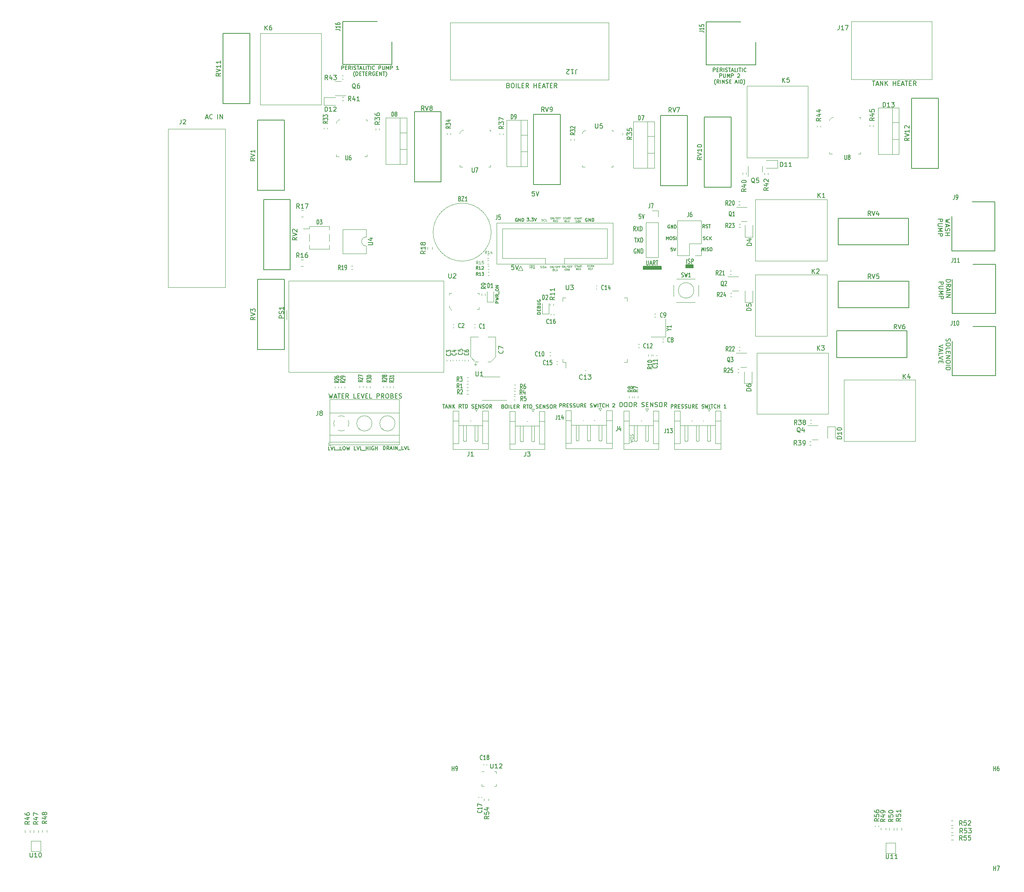
<source format=gbr>
%TF.GenerationSoftware,KiCad,Pcbnew,(6.0.2)*%
%TF.CreationDate,2022-03-02T09:05:11+03:00*%
%TF.ProjectId,Steel_form_Dish_washer,53746565-6c5f-4666-9f72-6d5f44697368,rev?*%
%TF.SameCoordinates,Original*%
%TF.FileFunction,Legend,Top*%
%TF.FilePolarity,Positive*%
%FSLAX46Y46*%
G04 Gerber Fmt 4.6, Leading zero omitted, Abs format (unit mm)*
G04 Created by KiCad (PCBNEW (6.0.2)) date 2022-03-02 09:05:11*
%MOMM*%
%LPD*%
G01*
G04 APERTURE LIST*
%ADD10C,0.150000*%
%ADD11C,0.100000*%
%ADD12C,0.125000*%
%ADD13C,0.120000*%
%ADD14C,0.200000*%
G04 APERTURE END LIST*
D10*
X234466666Y-107916666D02*
X234133333Y-107916666D01*
X234100000Y-108250000D01*
X234133333Y-108216666D01*
X234200000Y-108183333D01*
X234366666Y-108183333D01*
X234433333Y-108216666D01*
X234466666Y-108250000D01*
X234500000Y-108316666D01*
X234500000Y-108483333D01*
X234466666Y-108550000D01*
X234433333Y-108583333D01*
X234366666Y-108616666D01*
X234200000Y-108616666D01*
X234133333Y-108583333D01*
X234100000Y-108550000D01*
X234700000Y-107916666D02*
X234933333Y-108616666D01*
X235166666Y-107916666D01*
X240950000Y-108566666D02*
X240950000Y-107866666D01*
X241183333Y-108366666D01*
X241416666Y-107866666D01*
X241416666Y-108566666D01*
X241750000Y-108566666D02*
X241750000Y-107866666D01*
X242050000Y-108533333D02*
X242150000Y-108566666D01*
X242316666Y-108566666D01*
X242383333Y-108533333D01*
X242416666Y-108500000D01*
X242450000Y-108433333D01*
X242450000Y-108366666D01*
X242416666Y-108300000D01*
X242383333Y-108266666D01*
X242316666Y-108233333D01*
X242183333Y-108200000D01*
X242116666Y-108166666D01*
X242083333Y-108133333D01*
X242050000Y-108066666D01*
X242050000Y-108000000D01*
X242083333Y-107933333D01*
X242116666Y-107900000D01*
X242183333Y-107866666D01*
X242350000Y-107866666D01*
X242450000Y-107900000D01*
X242883333Y-107866666D02*
X243016666Y-107866666D01*
X243083333Y-107900000D01*
X243150000Y-107966666D01*
X243183333Y-108100000D01*
X243183333Y-108333333D01*
X243150000Y-108466666D01*
X243083333Y-108533333D01*
X243016666Y-108566666D01*
X242883333Y-108566666D01*
X242816666Y-108533333D01*
X242750000Y-108466666D01*
X242716666Y-108333333D01*
X242716666Y-108100000D01*
X242750000Y-107966666D01*
X242816666Y-107900000D01*
X242883333Y-107866666D01*
X241566666Y-103466666D02*
X241333333Y-103133333D01*
X241166666Y-103466666D02*
X241166666Y-102766666D01*
X241433333Y-102766666D01*
X241500000Y-102800000D01*
X241533333Y-102833333D01*
X241566666Y-102900000D01*
X241566666Y-103000000D01*
X241533333Y-103066666D01*
X241500000Y-103100000D01*
X241433333Y-103133333D01*
X241166666Y-103133333D01*
X241833333Y-103433333D02*
X241933333Y-103466666D01*
X242100000Y-103466666D01*
X242166666Y-103433333D01*
X242200000Y-103400000D01*
X242233333Y-103333333D01*
X242233333Y-103266666D01*
X242200000Y-103200000D01*
X242166666Y-103166666D01*
X242100000Y-103133333D01*
X241966666Y-103100000D01*
X241900000Y-103066666D01*
X241866666Y-103033333D01*
X241833333Y-102966666D01*
X241833333Y-102900000D01*
X241866666Y-102833333D01*
X241900000Y-102800000D01*
X241966666Y-102766666D01*
X242133333Y-102766666D01*
X242233333Y-102800000D01*
X242433333Y-102766666D02*
X242833333Y-102766666D01*
X242633333Y-103466666D02*
X242633333Y-102766666D01*
X241250000Y-106083333D02*
X241350000Y-106116666D01*
X241516666Y-106116666D01*
X241583333Y-106083333D01*
X241616666Y-106050000D01*
X241650000Y-105983333D01*
X241650000Y-105916666D01*
X241616666Y-105850000D01*
X241583333Y-105816666D01*
X241516666Y-105783333D01*
X241383333Y-105750000D01*
X241316666Y-105716666D01*
X241283333Y-105683333D01*
X241250000Y-105616666D01*
X241250000Y-105550000D01*
X241283333Y-105483333D01*
X241316666Y-105450000D01*
X241383333Y-105416666D01*
X241550000Y-105416666D01*
X241650000Y-105450000D01*
X242350000Y-106050000D02*
X242316666Y-106083333D01*
X242216666Y-106116666D01*
X242150000Y-106116666D01*
X242050000Y-106083333D01*
X241983333Y-106016666D01*
X241950000Y-105950000D01*
X241916666Y-105816666D01*
X241916666Y-105716666D01*
X241950000Y-105583333D01*
X241983333Y-105516666D01*
X242050000Y-105450000D01*
X242150000Y-105416666D01*
X242216666Y-105416666D01*
X242316666Y-105450000D01*
X242350000Y-105483333D01*
X242650000Y-106116666D02*
X242650000Y-105416666D01*
X243050000Y-106116666D02*
X242750000Y-105716666D01*
X243050000Y-105416666D02*
X242650000Y-105816666D01*
X233100000Y-106116666D02*
X233100000Y-105416666D01*
X233333333Y-105916666D01*
X233566666Y-105416666D01*
X233566666Y-106116666D01*
X234033333Y-105416666D02*
X234166666Y-105416666D01*
X234233333Y-105450000D01*
X234300000Y-105516666D01*
X234333333Y-105650000D01*
X234333333Y-105883333D01*
X234300000Y-106016666D01*
X234233333Y-106083333D01*
X234166666Y-106116666D01*
X234033333Y-106116666D01*
X233966666Y-106083333D01*
X233900000Y-106016666D01*
X233866666Y-105883333D01*
X233866666Y-105650000D01*
X233900000Y-105516666D01*
X233966666Y-105450000D01*
X234033333Y-105416666D01*
X234600000Y-106083333D02*
X234700000Y-106116666D01*
X234866666Y-106116666D01*
X234933333Y-106083333D01*
X234966666Y-106050000D01*
X235000000Y-105983333D01*
X235000000Y-105916666D01*
X234966666Y-105850000D01*
X234933333Y-105816666D01*
X234866666Y-105783333D01*
X234733333Y-105750000D01*
X234666666Y-105716666D01*
X234633333Y-105683333D01*
X234600000Y-105616666D01*
X234600000Y-105550000D01*
X234633333Y-105483333D01*
X234666666Y-105450000D01*
X234733333Y-105416666D01*
X234900000Y-105416666D01*
X235000000Y-105450000D01*
X235300000Y-106116666D02*
X235300000Y-105416666D01*
X233816666Y-102900000D02*
X233750000Y-102866666D01*
X233650000Y-102866666D01*
X233550000Y-102900000D01*
X233483333Y-102966666D01*
X233450000Y-103033333D01*
X233416666Y-103166666D01*
X233416666Y-103266666D01*
X233450000Y-103400000D01*
X233483333Y-103466666D01*
X233550000Y-103533333D01*
X233650000Y-103566666D01*
X233716666Y-103566666D01*
X233816666Y-103533333D01*
X233850000Y-103500000D01*
X233850000Y-103266666D01*
X233716666Y-103266666D01*
X234150000Y-103566666D02*
X234150000Y-102866666D01*
X234550000Y-103566666D01*
X234550000Y-102866666D01*
X234883333Y-103566666D02*
X234883333Y-102866666D01*
X235050000Y-102866666D01*
X235150000Y-102900000D01*
X235216666Y-102966666D01*
X235250000Y-103033333D01*
X235283333Y-103166666D01*
X235283333Y-103266666D01*
X235250000Y-103400000D01*
X235216666Y-103466666D01*
X235150000Y-103533333D01*
X235050000Y-103566666D01*
X234883333Y-103566666D01*
X239015000Y-112305000D02*
X237365000Y-112305000D01*
X237365000Y-112305000D02*
X237365000Y-111645000D01*
X237365000Y-111645000D02*
X239015000Y-111645000D01*
X239015000Y-111645000D02*
X239015000Y-112305000D01*
G36*
X239015000Y-112305000D02*
G01*
X237365000Y-112305000D01*
X237365000Y-111645000D01*
X239015000Y-111645000D01*
X239015000Y-112305000D01*
G37*
X239015000Y-112305000D02*
X237365000Y-112305000D01*
X237365000Y-111645000D01*
X239015000Y-111645000D01*
X239015000Y-112305000D01*
X231960000Y-112610000D02*
X227960000Y-112610000D01*
X227960000Y-112610000D02*
X227960000Y-111950000D01*
X227960000Y-111950000D02*
X231960000Y-111950000D01*
X231960000Y-111950000D02*
X231960000Y-112610000D01*
G36*
X231960000Y-112610000D02*
G01*
X227960000Y-112610000D01*
X227960000Y-111950000D01*
X231960000Y-111950000D01*
X231960000Y-112610000D01*
G37*
X231960000Y-112610000D02*
X227960000Y-112610000D01*
X227960000Y-111950000D01*
X231960000Y-111950000D01*
X231960000Y-112610000D01*
X131469047Y-79166666D02*
X131945238Y-79166666D01*
X131373809Y-79452380D02*
X131707142Y-78452380D01*
X132040476Y-79452380D01*
X132945238Y-79357142D02*
X132897619Y-79404761D01*
X132754761Y-79452380D01*
X132659523Y-79452380D01*
X132516666Y-79404761D01*
X132421428Y-79309523D01*
X132373809Y-79214285D01*
X132326190Y-79023809D01*
X132326190Y-78880952D01*
X132373809Y-78690476D01*
X132421428Y-78595238D01*
X132516666Y-78500000D01*
X132659523Y-78452380D01*
X132754761Y-78452380D01*
X132897619Y-78500000D01*
X132945238Y-78547619D01*
X134135714Y-79452380D02*
X134135714Y-78452380D01*
X134611904Y-79452380D02*
X134611904Y-78452380D01*
X135183333Y-79452380D01*
X135183333Y-78452380D01*
X164647619Y-152511904D02*
X164266666Y-152511904D01*
X164266666Y-151711904D01*
X164800000Y-151711904D02*
X165066666Y-152511904D01*
X165333333Y-151711904D01*
X165980952Y-152511904D02*
X165600000Y-152511904D01*
X165600000Y-151711904D01*
X166057142Y-152588095D02*
X166666666Y-152588095D01*
X166857142Y-152511904D02*
X166857142Y-151711904D01*
X166857142Y-152092857D02*
X167314285Y-152092857D01*
X167314285Y-152511904D02*
X167314285Y-151711904D01*
X167695238Y-152511904D02*
X167695238Y-151711904D01*
X168495238Y-151750000D02*
X168419047Y-151711904D01*
X168304761Y-151711904D01*
X168190476Y-151750000D01*
X168114285Y-151826190D01*
X168076190Y-151902380D01*
X168038095Y-152054761D01*
X168038095Y-152169047D01*
X168076190Y-152321428D01*
X168114285Y-152397619D01*
X168190476Y-152473809D01*
X168304761Y-152511904D01*
X168380952Y-152511904D01*
X168495238Y-152473809D01*
X168533333Y-152435714D01*
X168533333Y-152169047D01*
X168380952Y-152169047D01*
X168876190Y-152511904D02*
X168876190Y-151711904D01*
X168876190Y-152092857D02*
X169333333Y-152092857D01*
X169333333Y-152511904D02*
X169333333Y-151711904D01*
X227462142Y-100472380D02*
X227105000Y-100472380D01*
X227069285Y-100948571D01*
X227105000Y-100900952D01*
X227176428Y-100853333D01*
X227355000Y-100853333D01*
X227426428Y-100900952D01*
X227462142Y-100948571D01*
X227497857Y-101043809D01*
X227497857Y-101281904D01*
X227462142Y-101377142D01*
X227426428Y-101424761D01*
X227355000Y-101472380D01*
X227176428Y-101472380D01*
X227105000Y-101424761D01*
X227069285Y-101377142D01*
X227712142Y-100472380D02*
X227962142Y-101472380D01*
X228212142Y-100472380D01*
X295627619Y-101567857D02*
X294627619Y-101805952D01*
X295341904Y-101996428D01*
X294627619Y-102186904D01*
X295627619Y-102425000D01*
X294913333Y-102758333D02*
X294913333Y-103234523D01*
X294627619Y-102663095D02*
X295627619Y-102996428D01*
X294627619Y-103329761D01*
X294675238Y-103615476D02*
X294627619Y-103758333D01*
X294627619Y-103996428D01*
X294675238Y-104091666D01*
X294722857Y-104139285D01*
X294818095Y-104186904D01*
X294913333Y-104186904D01*
X295008571Y-104139285D01*
X295056190Y-104091666D01*
X295103809Y-103996428D01*
X295151428Y-103805952D01*
X295199047Y-103710714D01*
X295246666Y-103663095D01*
X295341904Y-103615476D01*
X295437142Y-103615476D01*
X295532380Y-103663095D01*
X295580000Y-103710714D01*
X295627619Y-103805952D01*
X295627619Y-104044047D01*
X295580000Y-104186904D01*
X294627619Y-104615476D02*
X295627619Y-104615476D01*
X295151428Y-104615476D02*
X295151428Y-105186904D01*
X294627619Y-105186904D02*
X295627619Y-105186904D01*
X293017619Y-101567857D02*
X294017619Y-101567857D01*
X294017619Y-101948809D01*
X293970000Y-102044047D01*
X293922380Y-102091666D01*
X293827142Y-102139285D01*
X293684285Y-102139285D01*
X293589047Y-102091666D01*
X293541428Y-102044047D01*
X293493809Y-101948809D01*
X293493809Y-101567857D01*
X294017619Y-102567857D02*
X293208095Y-102567857D01*
X293112857Y-102615476D01*
X293065238Y-102663095D01*
X293017619Y-102758333D01*
X293017619Y-102948809D01*
X293065238Y-103044047D01*
X293112857Y-103091666D01*
X293208095Y-103139285D01*
X294017619Y-103139285D01*
X293017619Y-103615476D02*
X294017619Y-103615476D01*
X293303333Y-103948809D01*
X294017619Y-104282142D01*
X293017619Y-104282142D01*
X293017619Y-104758333D02*
X294017619Y-104758333D01*
X294017619Y-105139285D01*
X293970000Y-105234523D01*
X293922380Y-105282142D01*
X293827142Y-105329761D01*
X293684285Y-105329761D01*
X293589047Y-105282142D01*
X293541428Y-105234523D01*
X293493809Y-105139285D01*
X293493809Y-104758333D01*
X170642857Y-152461904D02*
X170642857Y-151661904D01*
X170833333Y-151661904D01*
X170947619Y-151700000D01*
X171023809Y-151776190D01*
X171061904Y-151852380D01*
X171100000Y-152004761D01*
X171100000Y-152119047D01*
X171061904Y-152271428D01*
X171023809Y-152347619D01*
X170947619Y-152423809D01*
X170833333Y-152461904D01*
X170642857Y-152461904D01*
X171900000Y-152461904D02*
X171633333Y-152080952D01*
X171442857Y-152461904D02*
X171442857Y-151661904D01*
X171747619Y-151661904D01*
X171823809Y-151700000D01*
X171861904Y-151738095D01*
X171900000Y-151814285D01*
X171900000Y-151928571D01*
X171861904Y-152004761D01*
X171823809Y-152042857D01*
X171747619Y-152080952D01*
X171442857Y-152080952D01*
X172204761Y-152233333D02*
X172585714Y-152233333D01*
X172128571Y-152461904D02*
X172395238Y-151661904D01*
X172661904Y-152461904D01*
X172928571Y-152461904D02*
X172928571Y-151661904D01*
X173309523Y-152461904D02*
X173309523Y-151661904D01*
X173766666Y-152461904D01*
X173766666Y-151661904D01*
X173957142Y-152538095D02*
X174566666Y-152538095D01*
X175138095Y-152461904D02*
X174757142Y-152461904D01*
X174757142Y-151661904D01*
X175290476Y-151661904D02*
X175557142Y-152461904D01*
X175823809Y-151661904D01*
X176471428Y-152461904D02*
X176090476Y-152461904D01*
X176090476Y-151661904D01*
D11*
X225151666Y-149040000D02*
X225118333Y-149140000D01*
X225118333Y-149306666D01*
X225151666Y-149373333D01*
X225185000Y-149406666D01*
X225251666Y-149440000D01*
X225318333Y-149440000D01*
X225385000Y-149406666D01*
X225418333Y-149373333D01*
X225451666Y-149306666D01*
X225485000Y-149173333D01*
X225518333Y-149106666D01*
X225551666Y-149073333D01*
X225618333Y-149040000D01*
X225685000Y-149040000D01*
X225751666Y-149073333D01*
X225785000Y-149106666D01*
X225818333Y-149173333D01*
X225818333Y-149340000D01*
X225785000Y-149440000D01*
X225118333Y-149740000D02*
X225818333Y-149740000D01*
X225818333Y-149906666D01*
X225785000Y-150006666D01*
X225718333Y-150073333D01*
X225651666Y-150106666D01*
X225518333Y-150140000D01*
X225418333Y-150140000D01*
X225285000Y-150106666D01*
X225218333Y-150073333D01*
X225151666Y-150006666D01*
X225118333Y-149906666D01*
X225118333Y-149740000D01*
X225318333Y-150406666D02*
X225318333Y-150740000D01*
X225118333Y-150340000D02*
X225818333Y-150573333D01*
X225118333Y-150806666D01*
D10*
X204004523Y-95452380D02*
X203528333Y-95452380D01*
X203480714Y-95928571D01*
X203528333Y-95880952D01*
X203623571Y-95833333D01*
X203861666Y-95833333D01*
X203956904Y-95880952D01*
X204004523Y-95928571D01*
X204052142Y-96023809D01*
X204052142Y-96261904D01*
X204004523Y-96357142D01*
X203956904Y-96404761D01*
X203861666Y-96452380D01*
X203623571Y-96452380D01*
X203528333Y-96404761D01*
X203480714Y-96357142D01*
X204337857Y-95452380D02*
X204671190Y-96452380D01*
X205004523Y-95452380D01*
D11*
X212809523Y-101564904D02*
X212866666Y-101583952D01*
X212961904Y-101583952D01*
X213000000Y-101564904D01*
X213019047Y-101545857D01*
X213038095Y-101507761D01*
X213038095Y-101469666D01*
X213019047Y-101431571D01*
X213000000Y-101412523D01*
X212961904Y-101393476D01*
X212885714Y-101374428D01*
X212847619Y-101355380D01*
X212828571Y-101336333D01*
X212809523Y-101298238D01*
X212809523Y-101260142D01*
X212828571Y-101222047D01*
X212847619Y-101203000D01*
X212885714Y-101183952D01*
X212980952Y-101183952D01*
X213038095Y-101203000D01*
X213152380Y-101183952D02*
X213380952Y-101183952D01*
X213266666Y-101583952D02*
X213266666Y-101183952D01*
X213495238Y-101469666D02*
X213685714Y-101469666D01*
X213457142Y-101583952D02*
X213590476Y-101183952D01*
X213723809Y-101583952D01*
X214085714Y-101583952D02*
X213952380Y-101393476D01*
X213857142Y-101583952D02*
X213857142Y-101183952D01*
X214009523Y-101183952D01*
X214047619Y-101203000D01*
X214066666Y-101222047D01*
X214085714Y-101260142D01*
X214085714Y-101317285D01*
X214066666Y-101355380D01*
X214047619Y-101374428D01*
X214009523Y-101393476D01*
X213857142Y-101393476D01*
X214200000Y-101183952D02*
X214428571Y-101183952D01*
X214314285Y-101583952D02*
X214314285Y-101183952D01*
X213295238Y-101847000D02*
X213257142Y-101827952D01*
X213200000Y-101827952D01*
X213142857Y-101847000D01*
X213104761Y-101885095D01*
X213085714Y-101923190D01*
X213066666Y-101999380D01*
X213066666Y-102056523D01*
X213085714Y-102132714D01*
X213104761Y-102170809D01*
X213142857Y-102208904D01*
X213200000Y-102227952D01*
X213238095Y-102227952D01*
X213295238Y-102208904D01*
X213314285Y-102189857D01*
X213314285Y-102056523D01*
X213238095Y-102056523D01*
X213714285Y-102227952D02*
X213580952Y-102037476D01*
X213485714Y-102227952D02*
X213485714Y-101827952D01*
X213638095Y-101827952D01*
X213676190Y-101847000D01*
X213695238Y-101866047D01*
X213714285Y-101904142D01*
X213714285Y-101961285D01*
X213695238Y-101999380D01*
X213676190Y-102018428D01*
X213638095Y-102037476D01*
X213485714Y-102037476D01*
X213885714Y-102227952D02*
X213885714Y-101827952D01*
X214114285Y-102227952D01*
X214114285Y-101827952D01*
D12*
X205529761Y-102002380D02*
X205601190Y-102026190D01*
X205720238Y-102026190D01*
X205767857Y-102002380D01*
X205791666Y-101978571D01*
X205815476Y-101930952D01*
X205815476Y-101883333D01*
X205791666Y-101835714D01*
X205767857Y-101811904D01*
X205720238Y-101788095D01*
X205625000Y-101764285D01*
X205577380Y-101740476D01*
X205553571Y-101716666D01*
X205529761Y-101669047D01*
X205529761Y-101621428D01*
X205553571Y-101573809D01*
X205577380Y-101550000D01*
X205625000Y-101526190D01*
X205744047Y-101526190D01*
X205815476Y-101550000D01*
X206315476Y-101978571D02*
X206291666Y-102002380D01*
X206220238Y-102026190D01*
X206172619Y-102026190D01*
X206101190Y-102002380D01*
X206053571Y-101954761D01*
X206029761Y-101907142D01*
X206005952Y-101811904D01*
X206005952Y-101740476D01*
X206029761Y-101645238D01*
X206053571Y-101597619D01*
X206101190Y-101550000D01*
X206172619Y-101526190D01*
X206220238Y-101526190D01*
X206291666Y-101550000D01*
X206315476Y-101573809D01*
X206767857Y-102026190D02*
X206529761Y-102026190D01*
X206529761Y-101526190D01*
X202819047Y-111760000D02*
X203057142Y-111760000D01*
X202938095Y-112401190D02*
X202938095Y-111901190D01*
X203057142Y-111760000D02*
X203557142Y-111760000D01*
X203461904Y-112401190D02*
X203295238Y-112163095D01*
X203176190Y-112401190D02*
X203176190Y-111901190D01*
X203366666Y-111901190D01*
X203414285Y-111925000D01*
X203438095Y-111948809D01*
X203461904Y-111996428D01*
X203461904Y-112067857D01*
X203438095Y-112115476D01*
X203414285Y-112139285D01*
X203366666Y-112163095D01*
X203176190Y-112163095D01*
X203557142Y-111760000D02*
X204080952Y-111760000D01*
X204009523Y-112448809D02*
X203961904Y-112425000D01*
X203914285Y-112377380D01*
X203842857Y-112305952D01*
X203795238Y-112282142D01*
X203747619Y-112282142D01*
X203771428Y-112401190D02*
X203723809Y-112377380D01*
X203676190Y-112329761D01*
X203652380Y-112234523D01*
X203652380Y-112067857D01*
X203676190Y-111972619D01*
X203723809Y-111925000D01*
X203771428Y-111901190D01*
X203866666Y-111901190D01*
X203914285Y-111925000D01*
X203961904Y-111972619D01*
X203985714Y-112067857D01*
X203985714Y-112234523D01*
X203961904Y-112329761D01*
X203914285Y-112377380D01*
X203866666Y-112401190D01*
X203771428Y-112401190D01*
D10*
X226383571Y-108170000D02*
X226312142Y-108122380D01*
X226205000Y-108122380D01*
X226097857Y-108170000D01*
X226026428Y-108265238D01*
X225990714Y-108360476D01*
X225955000Y-108550952D01*
X225955000Y-108693809D01*
X225990714Y-108884285D01*
X226026428Y-108979523D01*
X226097857Y-109074761D01*
X226205000Y-109122380D01*
X226276428Y-109122380D01*
X226383571Y-109074761D01*
X226419285Y-109027142D01*
X226419285Y-108693809D01*
X226276428Y-108693809D01*
X226740714Y-109122380D02*
X226740714Y-108122380D01*
X227169285Y-109122380D01*
X227169285Y-108122380D01*
X227526428Y-109122380D02*
X227526428Y-108122380D01*
X227705000Y-108122380D01*
X227812142Y-108170000D01*
X227883571Y-108265238D01*
X227919285Y-108360476D01*
X227955000Y-108550952D01*
X227955000Y-108693809D01*
X227919285Y-108884285D01*
X227883571Y-108979523D01*
X227812142Y-109074761D01*
X227705000Y-109122380D01*
X227526428Y-109122380D01*
X161483333Y-68567904D02*
X161483333Y-67767904D01*
X161788095Y-67767904D01*
X161864285Y-67806000D01*
X161902380Y-67844095D01*
X161940476Y-67920285D01*
X161940476Y-68034571D01*
X161902380Y-68110761D01*
X161864285Y-68148857D01*
X161788095Y-68186952D01*
X161483333Y-68186952D01*
X162283333Y-68148857D02*
X162550000Y-68148857D01*
X162664285Y-68567904D02*
X162283333Y-68567904D01*
X162283333Y-67767904D01*
X162664285Y-67767904D01*
X163464285Y-68567904D02*
X163197619Y-68186952D01*
X163007142Y-68567904D02*
X163007142Y-67767904D01*
X163311904Y-67767904D01*
X163388095Y-67806000D01*
X163426190Y-67844095D01*
X163464285Y-67920285D01*
X163464285Y-68034571D01*
X163426190Y-68110761D01*
X163388095Y-68148857D01*
X163311904Y-68186952D01*
X163007142Y-68186952D01*
X163807142Y-68567904D02*
X163807142Y-67767904D01*
X164150000Y-68529809D02*
X164264285Y-68567904D01*
X164454761Y-68567904D01*
X164530952Y-68529809D01*
X164569047Y-68491714D01*
X164607142Y-68415523D01*
X164607142Y-68339333D01*
X164569047Y-68263142D01*
X164530952Y-68225047D01*
X164454761Y-68186952D01*
X164302380Y-68148857D01*
X164226190Y-68110761D01*
X164188095Y-68072666D01*
X164150000Y-67996476D01*
X164150000Y-67920285D01*
X164188095Y-67844095D01*
X164226190Y-67806000D01*
X164302380Y-67767904D01*
X164492857Y-67767904D01*
X164607142Y-67806000D01*
X164835714Y-67767904D02*
X165292857Y-67767904D01*
X165064285Y-68567904D02*
X165064285Y-67767904D01*
X165521428Y-68339333D02*
X165902380Y-68339333D01*
X165445238Y-68567904D02*
X165711904Y-67767904D01*
X165978571Y-68567904D01*
X166626190Y-68567904D02*
X166245238Y-68567904D01*
X166245238Y-67767904D01*
X166892857Y-68567904D02*
X166892857Y-67767904D01*
X167159523Y-67767904D02*
X167616666Y-67767904D01*
X167388095Y-68567904D02*
X167388095Y-67767904D01*
X167883333Y-68567904D02*
X167883333Y-67767904D01*
X168721428Y-68491714D02*
X168683333Y-68529809D01*
X168569047Y-68567904D01*
X168492857Y-68567904D01*
X168378571Y-68529809D01*
X168302380Y-68453619D01*
X168264285Y-68377428D01*
X168226190Y-68225047D01*
X168226190Y-68110761D01*
X168264285Y-67958380D01*
X168302380Y-67882190D01*
X168378571Y-67806000D01*
X168492857Y-67767904D01*
X168569047Y-67767904D01*
X168683333Y-67806000D01*
X168721428Y-67844095D01*
X169673809Y-68567904D02*
X169673809Y-67767904D01*
X169978571Y-67767904D01*
X170054761Y-67806000D01*
X170092857Y-67844095D01*
X170130952Y-67920285D01*
X170130952Y-68034571D01*
X170092857Y-68110761D01*
X170054761Y-68148857D01*
X169978571Y-68186952D01*
X169673809Y-68186952D01*
X170473809Y-67767904D02*
X170473809Y-68415523D01*
X170511904Y-68491714D01*
X170550000Y-68529809D01*
X170626190Y-68567904D01*
X170778571Y-68567904D01*
X170854761Y-68529809D01*
X170892857Y-68491714D01*
X170930952Y-68415523D01*
X170930952Y-67767904D01*
X171311904Y-68567904D02*
X171311904Y-67767904D01*
X171578571Y-68339333D01*
X171845238Y-67767904D01*
X171845238Y-68567904D01*
X172226190Y-68567904D02*
X172226190Y-67767904D01*
X172530952Y-67767904D01*
X172607142Y-67806000D01*
X172645238Y-67844095D01*
X172683333Y-67920285D01*
X172683333Y-68034571D01*
X172645238Y-68110761D01*
X172607142Y-68148857D01*
X172530952Y-68186952D01*
X172226190Y-68186952D01*
X174054761Y-68567904D02*
X173597619Y-68567904D01*
X173826190Y-68567904D02*
X173826190Y-67767904D01*
X173750000Y-67882190D01*
X173673809Y-67958380D01*
X173597619Y-67996476D01*
X164321428Y-70160666D02*
X164283333Y-70122571D01*
X164207142Y-70008285D01*
X164169047Y-69932095D01*
X164130952Y-69817809D01*
X164092857Y-69627333D01*
X164092857Y-69474952D01*
X164130952Y-69284476D01*
X164169047Y-69170190D01*
X164207142Y-69094000D01*
X164283333Y-68979714D01*
X164321428Y-68941619D01*
X164626190Y-69855904D02*
X164626190Y-69055904D01*
X164816666Y-69055904D01*
X164930952Y-69094000D01*
X165007142Y-69170190D01*
X165045238Y-69246380D01*
X165083333Y-69398761D01*
X165083333Y-69513047D01*
X165045238Y-69665428D01*
X165007142Y-69741619D01*
X164930952Y-69817809D01*
X164816666Y-69855904D01*
X164626190Y-69855904D01*
X165426190Y-69436857D02*
X165692857Y-69436857D01*
X165807142Y-69855904D02*
X165426190Y-69855904D01*
X165426190Y-69055904D01*
X165807142Y-69055904D01*
X166035714Y-69055904D02*
X166492857Y-69055904D01*
X166264285Y-69855904D02*
X166264285Y-69055904D01*
X166759523Y-69436857D02*
X167026190Y-69436857D01*
X167140476Y-69855904D02*
X166759523Y-69855904D01*
X166759523Y-69055904D01*
X167140476Y-69055904D01*
X167940476Y-69855904D02*
X167673809Y-69474952D01*
X167483333Y-69855904D02*
X167483333Y-69055904D01*
X167788095Y-69055904D01*
X167864285Y-69094000D01*
X167902380Y-69132095D01*
X167940476Y-69208285D01*
X167940476Y-69322571D01*
X167902380Y-69398761D01*
X167864285Y-69436857D01*
X167788095Y-69474952D01*
X167483333Y-69474952D01*
X168702380Y-69094000D02*
X168626190Y-69055904D01*
X168511904Y-69055904D01*
X168397619Y-69094000D01*
X168321428Y-69170190D01*
X168283333Y-69246380D01*
X168245238Y-69398761D01*
X168245238Y-69513047D01*
X168283333Y-69665428D01*
X168321428Y-69741619D01*
X168397619Y-69817809D01*
X168511904Y-69855904D01*
X168588095Y-69855904D01*
X168702380Y-69817809D01*
X168740476Y-69779714D01*
X168740476Y-69513047D01*
X168588095Y-69513047D01*
X169083333Y-69436857D02*
X169350000Y-69436857D01*
X169464285Y-69855904D02*
X169083333Y-69855904D01*
X169083333Y-69055904D01*
X169464285Y-69055904D01*
X169807142Y-69855904D02*
X169807142Y-69055904D01*
X170264285Y-69855904D01*
X170264285Y-69055904D01*
X170530952Y-69055904D02*
X170988095Y-69055904D01*
X170759523Y-69855904D02*
X170759523Y-69055904D01*
X171178571Y-70160666D02*
X171216666Y-70122571D01*
X171292857Y-70008285D01*
X171330952Y-69932095D01*
X171369047Y-69817809D01*
X171407142Y-69627333D01*
X171407142Y-69474952D01*
X171369047Y-69284476D01*
X171330952Y-69170190D01*
X171292857Y-69094000D01*
X171216666Y-68979714D01*
X171178571Y-68941619D01*
X198233333Y-72078571D02*
X198376190Y-72126190D01*
X198423809Y-72173809D01*
X198471428Y-72269047D01*
X198471428Y-72411904D01*
X198423809Y-72507142D01*
X198376190Y-72554761D01*
X198280952Y-72602380D01*
X197900000Y-72602380D01*
X197900000Y-71602380D01*
X198233333Y-71602380D01*
X198328571Y-71650000D01*
X198376190Y-71697619D01*
X198423809Y-71792857D01*
X198423809Y-71888095D01*
X198376190Y-71983333D01*
X198328571Y-72030952D01*
X198233333Y-72078571D01*
X197900000Y-72078571D01*
X199090476Y-71602380D02*
X199280952Y-71602380D01*
X199376190Y-71650000D01*
X199471428Y-71745238D01*
X199519047Y-71935714D01*
X199519047Y-72269047D01*
X199471428Y-72459523D01*
X199376190Y-72554761D01*
X199280952Y-72602380D01*
X199090476Y-72602380D01*
X198995238Y-72554761D01*
X198900000Y-72459523D01*
X198852380Y-72269047D01*
X198852380Y-71935714D01*
X198900000Y-71745238D01*
X198995238Y-71650000D01*
X199090476Y-71602380D01*
X199947619Y-72602380D02*
X199947619Y-71602380D01*
X200900000Y-72602380D02*
X200423809Y-72602380D01*
X200423809Y-71602380D01*
X201233333Y-72078571D02*
X201566666Y-72078571D01*
X201709523Y-72602380D02*
X201233333Y-72602380D01*
X201233333Y-71602380D01*
X201709523Y-71602380D01*
X202709523Y-72602380D02*
X202376190Y-72126190D01*
X202138095Y-72602380D02*
X202138095Y-71602380D01*
X202519047Y-71602380D01*
X202614285Y-71650000D01*
X202661904Y-71697619D01*
X202709523Y-71792857D01*
X202709523Y-71935714D01*
X202661904Y-72030952D01*
X202614285Y-72078571D01*
X202519047Y-72126190D01*
X202138095Y-72126190D01*
X203900000Y-72602380D02*
X203900000Y-71602380D01*
X203900000Y-72078571D02*
X204471428Y-72078571D01*
X204471428Y-72602380D02*
X204471428Y-71602380D01*
X204947619Y-72078571D02*
X205280952Y-72078571D01*
X205423809Y-72602380D02*
X204947619Y-72602380D01*
X204947619Y-71602380D01*
X205423809Y-71602380D01*
X205804761Y-72316666D02*
X206280952Y-72316666D01*
X205709523Y-72602380D02*
X206042857Y-71602380D01*
X206376190Y-72602380D01*
X206566666Y-71602380D02*
X207138095Y-71602380D01*
X206852380Y-72602380D02*
X206852380Y-71602380D01*
X207471428Y-72078571D02*
X207804761Y-72078571D01*
X207947619Y-72602380D02*
X207471428Y-72602380D01*
X207471428Y-71602380D01*
X207947619Y-71602380D01*
X208947619Y-72602380D02*
X208614285Y-72126190D01*
X208376190Y-72602380D02*
X208376190Y-71602380D01*
X208757142Y-71602380D01*
X208852380Y-71650000D01*
X208900000Y-71697619D01*
X208947619Y-71792857D01*
X208947619Y-71935714D01*
X208900000Y-72030952D01*
X208852380Y-72078571D01*
X208757142Y-72126190D01*
X208376190Y-72126190D01*
X209542857Y-143086904D02*
X209542857Y-142286904D01*
X209847619Y-142286904D01*
X209923809Y-142325000D01*
X209961904Y-142363095D01*
X210000000Y-142439285D01*
X210000000Y-142553571D01*
X209961904Y-142629761D01*
X209923809Y-142667857D01*
X209847619Y-142705952D01*
X209542857Y-142705952D01*
X210800000Y-143086904D02*
X210533333Y-142705952D01*
X210342857Y-143086904D02*
X210342857Y-142286904D01*
X210647619Y-142286904D01*
X210723809Y-142325000D01*
X210761904Y-142363095D01*
X210800000Y-142439285D01*
X210800000Y-142553571D01*
X210761904Y-142629761D01*
X210723809Y-142667857D01*
X210647619Y-142705952D01*
X210342857Y-142705952D01*
X211142857Y-142667857D02*
X211409523Y-142667857D01*
X211523809Y-143086904D02*
X211142857Y-143086904D01*
X211142857Y-142286904D01*
X211523809Y-142286904D01*
X211828571Y-143048809D02*
X211942857Y-143086904D01*
X212133333Y-143086904D01*
X212209523Y-143048809D01*
X212247619Y-143010714D01*
X212285714Y-142934523D01*
X212285714Y-142858333D01*
X212247619Y-142782142D01*
X212209523Y-142744047D01*
X212133333Y-142705952D01*
X211980952Y-142667857D01*
X211904761Y-142629761D01*
X211866666Y-142591666D01*
X211828571Y-142515476D01*
X211828571Y-142439285D01*
X211866666Y-142363095D01*
X211904761Y-142325000D01*
X211980952Y-142286904D01*
X212171428Y-142286904D01*
X212285714Y-142325000D01*
X212590476Y-143048809D02*
X212704761Y-143086904D01*
X212895238Y-143086904D01*
X212971428Y-143048809D01*
X213009523Y-143010714D01*
X213047619Y-142934523D01*
X213047619Y-142858333D01*
X213009523Y-142782142D01*
X212971428Y-142744047D01*
X212895238Y-142705952D01*
X212742857Y-142667857D01*
X212666666Y-142629761D01*
X212628571Y-142591666D01*
X212590476Y-142515476D01*
X212590476Y-142439285D01*
X212628571Y-142363095D01*
X212666666Y-142325000D01*
X212742857Y-142286904D01*
X212933333Y-142286904D01*
X213047619Y-142325000D01*
X213390476Y-142286904D02*
X213390476Y-142934523D01*
X213428571Y-143010714D01*
X213466666Y-143048809D01*
X213542857Y-143086904D01*
X213695238Y-143086904D01*
X213771428Y-143048809D01*
X213809523Y-143010714D01*
X213847619Y-142934523D01*
X213847619Y-142286904D01*
X214685714Y-143086904D02*
X214419047Y-142705952D01*
X214228571Y-143086904D02*
X214228571Y-142286904D01*
X214533333Y-142286904D01*
X214609523Y-142325000D01*
X214647619Y-142363095D01*
X214685714Y-142439285D01*
X214685714Y-142553571D01*
X214647619Y-142629761D01*
X214609523Y-142667857D01*
X214533333Y-142705952D01*
X214228571Y-142705952D01*
X215028571Y-142667857D02*
X215295238Y-142667857D01*
X215409523Y-143086904D02*
X215028571Y-143086904D01*
X215028571Y-142286904D01*
X215409523Y-142286904D01*
X216323809Y-143048809D02*
X216438095Y-143086904D01*
X216628571Y-143086904D01*
X216704761Y-143048809D01*
X216742857Y-143010714D01*
X216780952Y-142934523D01*
X216780952Y-142858333D01*
X216742857Y-142782142D01*
X216704761Y-142744047D01*
X216628571Y-142705952D01*
X216476190Y-142667857D01*
X216400000Y-142629761D01*
X216361904Y-142591666D01*
X216323809Y-142515476D01*
X216323809Y-142439285D01*
X216361904Y-142363095D01*
X216400000Y-142325000D01*
X216476190Y-142286904D01*
X216666666Y-142286904D01*
X216780952Y-142325000D01*
X217047619Y-142286904D02*
X217238095Y-143086904D01*
X217390476Y-142515476D01*
X217542857Y-143086904D01*
X217733333Y-142286904D01*
X218038095Y-143086904D02*
X218038095Y-142286904D01*
X218304761Y-142286904D02*
X218761904Y-142286904D01*
X218533333Y-143086904D02*
X218533333Y-142286904D01*
X219485714Y-143010714D02*
X219447619Y-143048809D01*
X219333333Y-143086904D01*
X219257142Y-143086904D01*
X219142857Y-143048809D01*
X219066666Y-142972619D01*
X219028571Y-142896428D01*
X218990476Y-142744047D01*
X218990476Y-142629761D01*
X219028571Y-142477380D01*
X219066666Y-142401190D01*
X219142857Y-142325000D01*
X219257142Y-142286904D01*
X219333333Y-142286904D01*
X219447619Y-142325000D01*
X219485714Y-142363095D01*
X219828571Y-143086904D02*
X219828571Y-142286904D01*
X219828571Y-142667857D02*
X220285714Y-142667857D01*
X220285714Y-143086904D02*
X220285714Y-142286904D01*
X221238095Y-142363095D02*
X221276190Y-142325000D01*
X221352380Y-142286904D01*
X221542857Y-142286904D01*
X221619047Y-142325000D01*
X221657142Y-142363095D01*
X221695238Y-142439285D01*
X221695238Y-142515476D01*
X221657142Y-142629761D01*
X221200000Y-143086904D01*
X221695238Y-143086904D01*
X226305000Y-104172380D02*
X226055000Y-103696190D01*
X225876428Y-104172380D02*
X225876428Y-103172380D01*
X226162142Y-103172380D01*
X226233571Y-103220000D01*
X226269285Y-103267619D01*
X226305000Y-103362857D01*
X226305000Y-103505714D01*
X226269285Y-103600952D01*
X226233571Y-103648571D01*
X226162142Y-103696190D01*
X225876428Y-103696190D01*
X226555000Y-103172380D02*
X227055000Y-104172380D01*
X227055000Y-103172380D02*
X226555000Y-104172380D01*
X227340714Y-104172380D02*
X227340714Y-103172380D01*
X227519285Y-103172380D01*
X227626428Y-103220000D01*
X227697857Y-103315238D01*
X227733571Y-103410476D01*
X227769285Y-103600952D01*
X227769285Y-103743809D01*
X227733571Y-103934285D01*
X227697857Y-104029523D01*
X227626428Y-104124761D01*
X227519285Y-104172380D01*
X227340714Y-104172380D01*
X234142857Y-143261904D02*
X234142857Y-142461904D01*
X234447619Y-142461904D01*
X234523809Y-142500000D01*
X234561904Y-142538095D01*
X234600000Y-142614285D01*
X234600000Y-142728571D01*
X234561904Y-142804761D01*
X234523809Y-142842857D01*
X234447619Y-142880952D01*
X234142857Y-142880952D01*
X235400000Y-143261904D02*
X235133333Y-142880952D01*
X234942857Y-143261904D02*
X234942857Y-142461904D01*
X235247619Y-142461904D01*
X235323809Y-142500000D01*
X235361904Y-142538095D01*
X235400000Y-142614285D01*
X235400000Y-142728571D01*
X235361904Y-142804761D01*
X235323809Y-142842857D01*
X235247619Y-142880952D01*
X234942857Y-142880952D01*
X235742857Y-142842857D02*
X236009523Y-142842857D01*
X236123809Y-143261904D02*
X235742857Y-143261904D01*
X235742857Y-142461904D01*
X236123809Y-142461904D01*
X236428571Y-143223809D02*
X236542857Y-143261904D01*
X236733333Y-143261904D01*
X236809523Y-143223809D01*
X236847619Y-143185714D01*
X236885714Y-143109523D01*
X236885714Y-143033333D01*
X236847619Y-142957142D01*
X236809523Y-142919047D01*
X236733333Y-142880952D01*
X236580952Y-142842857D01*
X236504761Y-142804761D01*
X236466666Y-142766666D01*
X236428571Y-142690476D01*
X236428571Y-142614285D01*
X236466666Y-142538095D01*
X236504761Y-142500000D01*
X236580952Y-142461904D01*
X236771428Y-142461904D01*
X236885714Y-142500000D01*
X237190476Y-143223809D02*
X237304761Y-143261904D01*
X237495238Y-143261904D01*
X237571428Y-143223809D01*
X237609523Y-143185714D01*
X237647619Y-143109523D01*
X237647619Y-143033333D01*
X237609523Y-142957142D01*
X237571428Y-142919047D01*
X237495238Y-142880952D01*
X237342857Y-142842857D01*
X237266666Y-142804761D01*
X237228571Y-142766666D01*
X237190476Y-142690476D01*
X237190476Y-142614285D01*
X237228571Y-142538095D01*
X237266666Y-142500000D01*
X237342857Y-142461904D01*
X237533333Y-142461904D01*
X237647619Y-142500000D01*
X237990476Y-142461904D02*
X237990476Y-143109523D01*
X238028571Y-143185714D01*
X238066666Y-143223809D01*
X238142857Y-143261904D01*
X238295238Y-143261904D01*
X238371428Y-143223809D01*
X238409523Y-143185714D01*
X238447619Y-143109523D01*
X238447619Y-142461904D01*
X239285714Y-143261904D02*
X239019047Y-142880952D01*
X238828571Y-143261904D02*
X238828571Y-142461904D01*
X239133333Y-142461904D01*
X239209523Y-142500000D01*
X239247619Y-142538095D01*
X239285714Y-142614285D01*
X239285714Y-142728571D01*
X239247619Y-142804761D01*
X239209523Y-142842857D01*
X239133333Y-142880952D01*
X238828571Y-142880952D01*
X239628571Y-142842857D02*
X239895238Y-142842857D01*
X240009523Y-143261904D02*
X239628571Y-143261904D01*
X239628571Y-142461904D01*
X240009523Y-142461904D01*
X240923809Y-143223809D02*
X241038095Y-143261904D01*
X241228571Y-143261904D01*
X241304761Y-143223809D01*
X241342857Y-143185714D01*
X241380952Y-143109523D01*
X241380952Y-143033333D01*
X241342857Y-142957142D01*
X241304761Y-142919047D01*
X241228571Y-142880952D01*
X241076190Y-142842857D01*
X241000000Y-142804761D01*
X240961904Y-142766666D01*
X240923809Y-142690476D01*
X240923809Y-142614285D01*
X240961904Y-142538095D01*
X241000000Y-142500000D01*
X241076190Y-142461904D01*
X241266666Y-142461904D01*
X241380952Y-142500000D01*
X241647619Y-142461904D02*
X241838095Y-143261904D01*
X241990476Y-142690476D01*
X242142857Y-143261904D01*
X242333333Y-142461904D01*
X242638095Y-143261904D02*
X242638095Y-142461904D01*
X242904761Y-142461904D02*
X243361904Y-142461904D01*
X243133333Y-143261904D02*
X243133333Y-142461904D01*
X244085714Y-143185714D02*
X244047619Y-143223809D01*
X243933333Y-143261904D01*
X243857142Y-143261904D01*
X243742857Y-143223809D01*
X243666666Y-143147619D01*
X243628571Y-143071428D01*
X243590476Y-142919047D01*
X243590476Y-142804761D01*
X243628571Y-142652380D01*
X243666666Y-142576190D01*
X243742857Y-142500000D01*
X243857142Y-142461904D01*
X243933333Y-142461904D01*
X244047619Y-142500000D01*
X244085714Y-142538095D01*
X244428571Y-143261904D02*
X244428571Y-142461904D01*
X244428571Y-142842857D02*
X244885714Y-142842857D01*
X244885714Y-143261904D02*
X244885714Y-142461904D01*
X246295238Y-143261904D02*
X245838095Y-143261904D01*
X246066666Y-143261904D02*
X246066666Y-142461904D01*
X245990476Y-142576190D01*
X245914285Y-142652380D01*
X245838095Y-142690476D01*
D11*
X210165476Y-111833952D02*
X210241666Y-111833952D01*
X210279761Y-111853000D01*
X210317857Y-111891095D01*
X210336904Y-111967285D01*
X210336904Y-112100619D01*
X210317857Y-112176809D01*
X210279761Y-112214904D01*
X210241666Y-112233952D01*
X210165476Y-112233952D01*
X210127380Y-112214904D01*
X210089285Y-112176809D01*
X210070238Y-112100619D01*
X210070238Y-111967285D01*
X210089285Y-111891095D01*
X210127380Y-111853000D01*
X210165476Y-111833952D01*
X210508333Y-112233952D02*
X210508333Y-111833952D01*
X210736904Y-112233952D01*
X210736904Y-111833952D01*
X211213095Y-111814904D02*
X210870238Y-112329190D01*
X211422619Y-111833952D02*
X211498809Y-111833952D01*
X211536904Y-111853000D01*
X211575000Y-111891095D01*
X211594047Y-111967285D01*
X211594047Y-112100619D01*
X211575000Y-112176809D01*
X211536904Y-112214904D01*
X211498809Y-112233952D01*
X211422619Y-112233952D01*
X211384523Y-112214904D01*
X211346428Y-112176809D01*
X211327380Y-112100619D01*
X211327380Y-111967285D01*
X211346428Y-111891095D01*
X211384523Y-111853000D01*
X211422619Y-111833952D01*
X211898809Y-112024428D02*
X211765476Y-112024428D01*
X211765476Y-112233952D02*
X211765476Y-111833952D01*
X211955952Y-111833952D01*
X212241666Y-112024428D02*
X212108333Y-112024428D01*
X212108333Y-112233952D02*
X212108333Y-111833952D01*
X212298809Y-111833952D01*
X210870238Y-112497000D02*
X210832142Y-112477952D01*
X210775000Y-112477952D01*
X210717857Y-112497000D01*
X210679761Y-112535095D01*
X210660714Y-112573190D01*
X210641666Y-112649380D01*
X210641666Y-112706523D01*
X210660714Y-112782714D01*
X210679761Y-112820809D01*
X210717857Y-112858904D01*
X210775000Y-112877952D01*
X210813095Y-112877952D01*
X210870238Y-112858904D01*
X210889285Y-112839857D01*
X210889285Y-112706523D01*
X210813095Y-112706523D01*
X211289285Y-112877952D02*
X211155952Y-112687476D01*
X211060714Y-112877952D02*
X211060714Y-112477952D01*
X211213095Y-112477952D01*
X211251190Y-112497000D01*
X211270238Y-112516047D01*
X211289285Y-112554142D01*
X211289285Y-112611285D01*
X211270238Y-112649380D01*
X211251190Y-112668428D01*
X211213095Y-112687476D01*
X211060714Y-112687476D01*
X211460714Y-112877952D02*
X211460714Y-112477952D01*
X211689285Y-112877952D01*
X211689285Y-112477952D01*
D12*
X205317857Y-112327380D02*
X205389285Y-112351190D01*
X205508333Y-112351190D01*
X205555952Y-112327380D01*
X205579761Y-112303571D01*
X205603571Y-112255952D01*
X205603571Y-112208333D01*
X205579761Y-112160714D01*
X205555952Y-112136904D01*
X205508333Y-112113095D01*
X205413095Y-112089285D01*
X205365476Y-112065476D01*
X205341666Y-112041666D01*
X205317857Y-111994047D01*
X205317857Y-111946428D01*
X205341666Y-111898809D01*
X205365476Y-111875000D01*
X205413095Y-111851190D01*
X205532142Y-111851190D01*
X205603571Y-111875000D01*
X205817857Y-112351190D02*
X205817857Y-111851190D01*
X205936904Y-111851190D01*
X206008333Y-111875000D01*
X206055952Y-111922619D01*
X206079761Y-111970238D01*
X206103571Y-112065476D01*
X206103571Y-112136904D01*
X206079761Y-112232142D01*
X206055952Y-112279761D01*
X206008333Y-112327380D01*
X205936904Y-112351190D01*
X205817857Y-112351190D01*
X206294047Y-112208333D02*
X206532142Y-112208333D01*
X206246428Y-112351190D02*
X206413095Y-111851190D01*
X206579761Y-112351190D01*
D10*
X294825238Y-127947619D02*
X294777619Y-128090476D01*
X294777619Y-128328571D01*
X294825238Y-128423809D01*
X294872857Y-128471428D01*
X294968095Y-128519047D01*
X295063333Y-128519047D01*
X295158571Y-128471428D01*
X295206190Y-128423809D01*
X295253809Y-128328571D01*
X295301428Y-128138095D01*
X295349047Y-128042857D01*
X295396666Y-127995238D01*
X295491904Y-127947619D01*
X295587142Y-127947619D01*
X295682380Y-127995238D01*
X295730000Y-128042857D01*
X295777619Y-128138095D01*
X295777619Y-128376190D01*
X295730000Y-128519047D01*
X295777619Y-129138095D02*
X295777619Y-129328571D01*
X295730000Y-129423809D01*
X295634761Y-129519047D01*
X295444285Y-129566666D01*
X295110952Y-129566666D01*
X294920476Y-129519047D01*
X294825238Y-129423809D01*
X294777619Y-129328571D01*
X294777619Y-129138095D01*
X294825238Y-129042857D01*
X294920476Y-128947619D01*
X295110952Y-128900000D01*
X295444285Y-128900000D01*
X295634761Y-128947619D01*
X295730000Y-129042857D01*
X295777619Y-129138095D01*
X294777619Y-130471428D02*
X294777619Y-129995238D01*
X295777619Y-129995238D01*
X295301428Y-130804761D02*
X295301428Y-131138095D01*
X294777619Y-131280952D02*
X294777619Y-130804761D01*
X295777619Y-130804761D01*
X295777619Y-131280952D01*
X294777619Y-131709523D02*
X295777619Y-131709523D01*
X294777619Y-132280952D01*
X295777619Y-132280952D01*
X295777619Y-132947619D02*
X295777619Y-133138095D01*
X295730000Y-133233333D01*
X295634761Y-133328571D01*
X295444285Y-133376190D01*
X295110952Y-133376190D01*
X294920476Y-133328571D01*
X294825238Y-133233333D01*
X294777619Y-133138095D01*
X294777619Y-132947619D01*
X294825238Y-132852380D01*
X294920476Y-132757142D01*
X295110952Y-132709523D01*
X295444285Y-132709523D01*
X295634761Y-132757142D01*
X295730000Y-132852380D01*
X295777619Y-132947619D01*
X294777619Y-133804761D02*
X295777619Y-133804761D01*
X294777619Y-134280952D02*
X295777619Y-134280952D01*
X295777619Y-134519047D01*
X295730000Y-134661904D01*
X295634761Y-134757142D01*
X295539523Y-134804761D01*
X295349047Y-134852380D01*
X295206190Y-134852380D01*
X295015714Y-134804761D01*
X294920476Y-134757142D01*
X294825238Y-134661904D01*
X294777619Y-134519047D01*
X294777619Y-134280952D01*
X294167619Y-129352380D02*
X293167619Y-129685714D01*
X294167619Y-130019047D01*
X293453333Y-130304761D02*
X293453333Y-130780952D01*
X293167619Y-130209523D02*
X294167619Y-130542857D01*
X293167619Y-130876190D01*
X293167619Y-131685714D02*
X293167619Y-131209523D01*
X294167619Y-131209523D01*
X294167619Y-131876190D02*
X293167619Y-132209523D01*
X294167619Y-132542857D01*
X293691428Y-132876190D02*
X293691428Y-133209523D01*
X293167619Y-133352380D02*
X293167619Y-132876190D01*
X294167619Y-132876190D01*
X294167619Y-133352380D01*
X228743571Y-110692380D02*
X228743571Y-111501904D01*
X228779285Y-111597142D01*
X228815000Y-111644761D01*
X228886428Y-111692380D01*
X229029285Y-111692380D01*
X229100714Y-111644761D01*
X229136428Y-111597142D01*
X229172142Y-111501904D01*
X229172142Y-110692380D01*
X229493571Y-111406666D02*
X229850714Y-111406666D01*
X229422142Y-111692380D02*
X229672142Y-110692380D01*
X229922142Y-111692380D01*
X230600714Y-111692380D02*
X230350714Y-111216190D01*
X230172142Y-111692380D02*
X230172142Y-110692380D01*
X230457857Y-110692380D01*
X230529285Y-110740000D01*
X230565000Y-110787619D01*
X230600714Y-110882857D01*
X230600714Y-111025714D01*
X230565000Y-111120952D01*
X230529285Y-111168571D01*
X230457857Y-111216190D01*
X230172142Y-111216190D01*
X230815000Y-110692380D02*
X231243571Y-110692380D01*
X231029285Y-111692380D02*
X231029285Y-110692380D01*
X200191666Y-101400000D02*
X200125000Y-101366666D01*
X200025000Y-101366666D01*
X199925000Y-101400000D01*
X199858333Y-101466666D01*
X199825000Y-101533333D01*
X199791666Y-101666666D01*
X199791666Y-101766666D01*
X199825000Y-101900000D01*
X199858333Y-101966666D01*
X199925000Y-102033333D01*
X200025000Y-102066666D01*
X200091666Y-102066666D01*
X200191666Y-102033333D01*
X200225000Y-102000000D01*
X200225000Y-101766666D01*
X200091666Y-101766666D01*
X200525000Y-102066666D02*
X200525000Y-101366666D01*
X200925000Y-102066666D01*
X200925000Y-101366666D01*
X201258333Y-102066666D02*
X201258333Y-101366666D01*
X201425000Y-101366666D01*
X201525000Y-101400000D01*
X201591666Y-101466666D01*
X201625000Y-101533333D01*
X201658333Y-101666666D01*
X201658333Y-101766666D01*
X201625000Y-101900000D01*
X201591666Y-101966666D01*
X201525000Y-102033333D01*
X201425000Y-102066666D01*
X201258333Y-102066666D01*
D11*
X215626190Y-112064904D02*
X215683333Y-112083952D01*
X215778571Y-112083952D01*
X215816666Y-112064904D01*
X215835714Y-112045857D01*
X215854761Y-112007761D01*
X215854761Y-111969666D01*
X215835714Y-111931571D01*
X215816666Y-111912523D01*
X215778571Y-111893476D01*
X215702380Y-111874428D01*
X215664285Y-111855380D01*
X215645238Y-111836333D01*
X215626190Y-111798238D01*
X215626190Y-111760142D01*
X215645238Y-111722047D01*
X215664285Y-111703000D01*
X215702380Y-111683952D01*
X215797619Y-111683952D01*
X215854761Y-111703000D01*
X216254761Y-112045857D02*
X216235714Y-112064904D01*
X216178571Y-112083952D01*
X216140476Y-112083952D01*
X216083333Y-112064904D01*
X216045238Y-112026809D01*
X216026190Y-111988714D01*
X216007142Y-111912523D01*
X216007142Y-111855380D01*
X216026190Y-111779190D01*
X216045238Y-111741095D01*
X216083333Y-111703000D01*
X216140476Y-111683952D01*
X216178571Y-111683952D01*
X216235714Y-111703000D01*
X216254761Y-111722047D01*
X216654761Y-112083952D02*
X216521428Y-111893476D01*
X216426190Y-112083952D02*
X216426190Y-111683952D01*
X216578571Y-111683952D01*
X216616666Y-111703000D01*
X216635714Y-111722047D01*
X216654761Y-111760142D01*
X216654761Y-111817285D01*
X216635714Y-111855380D01*
X216616666Y-111874428D01*
X216578571Y-111893476D01*
X216426190Y-111893476D01*
X216826190Y-112083952D02*
X216826190Y-111683952D01*
X217054761Y-112083952D01*
X217054761Y-111683952D01*
X216130952Y-112727952D02*
X215997619Y-112537476D01*
X215902380Y-112727952D02*
X215902380Y-112327952D01*
X216054761Y-112327952D01*
X216092857Y-112347000D01*
X216111904Y-112366047D01*
X216130952Y-112404142D01*
X216130952Y-112461285D01*
X216111904Y-112499380D01*
X216092857Y-112518428D01*
X216054761Y-112537476D01*
X215902380Y-112537476D01*
X216283333Y-112708904D02*
X216340476Y-112727952D01*
X216435714Y-112727952D01*
X216473809Y-112708904D01*
X216492857Y-112689857D01*
X216511904Y-112651761D01*
X216511904Y-112613666D01*
X216492857Y-112575571D01*
X216473809Y-112556523D01*
X216435714Y-112537476D01*
X216359523Y-112518428D01*
X216321428Y-112499380D01*
X216302380Y-112480333D01*
X216283333Y-112442238D01*
X216283333Y-112404142D01*
X216302380Y-112366047D01*
X216321428Y-112347000D01*
X216359523Y-112327952D01*
X216454761Y-112327952D01*
X216511904Y-112347000D01*
X216626190Y-112327952D02*
X216854761Y-112327952D01*
X216740476Y-112727952D02*
X216740476Y-112327952D01*
D10*
X205316666Y-122516666D02*
X204616666Y-122516666D01*
X204616666Y-122350000D01*
X204650000Y-122250000D01*
X204716666Y-122183333D01*
X204783333Y-122150000D01*
X204916666Y-122116666D01*
X205016666Y-122116666D01*
X205150000Y-122150000D01*
X205216666Y-122183333D01*
X205283333Y-122250000D01*
X205316666Y-122350000D01*
X205316666Y-122516666D01*
X204950000Y-121816666D02*
X204950000Y-121583333D01*
X205316666Y-121483333D02*
X205316666Y-121816666D01*
X204616666Y-121816666D01*
X204616666Y-121483333D01*
X204950000Y-120950000D02*
X204983333Y-120850000D01*
X205016666Y-120816666D01*
X205083333Y-120783333D01*
X205183333Y-120783333D01*
X205250000Y-120816666D01*
X205283333Y-120850000D01*
X205316666Y-120916666D01*
X205316666Y-121183333D01*
X204616666Y-121183333D01*
X204616666Y-120950000D01*
X204650000Y-120883333D01*
X204683333Y-120850000D01*
X204750000Y-120816666D01*
X204816666Y-120816666D01*
X204883333Y-120850000D01*
X204916666Y-120883333D01*
X204950000Y-120950000D01*
X204950000Y-121183333D01*
X204616666Y-120483333D02*
X205183333Y-120483333D01*
X205250000Y-120450000D01*
X205283333Y-120416666D01*
X205316666Y-120350000D01*
X205316666Y-120216666D01*
X205283333Y-120150000D01*
X205250000Y-120116666D01*
X205183333Y-120083333D01*
X204616666Y-120083333D01*
X204650000Y-119383333D02*
X204616666Y-119450000D01*
X204616666Y-119550000D01*
X204650000Y-119650000D01*
X204716666Y-119716666D01*
X204783333Y-119750000D01*
X204916666Y-119783333D01*
X205016666Y-119783333D01*
X205150000Y-119750000D01*
X205216666Y-119716666D01*
X205283333Y-119650000D01*
X205316666Y-119550000D01*
X205316666Y-119483333D01*
X205283333Y-119383333D01*
X205250000Y-119350000D01*
X205016666Y-119350000D01*
X205016666Y-119483333D01*
X183733333Y-142461904D02*
X184190476Y-142461904D01*
X183961904Y-143261904D02*
X183961904Y-142461904D01*
X184419047Y-143033333D02*
X184800000Y-143033333D01*
X184342857Y-143261904D02*
X184609523Y-142461904D01*
X184876190Y-143261904D01*
X185142857Y-143261904D02*
X185142857Y-142461904D01*
X185600000Y-143261904D01*
X185600000Y-142461904D01*
X185980952Y-143261904D02*
X185980952Y-142461904D01*
X186438095Y-143261904D02*
X186095238Y-142804761D01*
X186438095Y-142461904D02*
X185980952Y-142919047D01*
X187847619Y-143261904D02*
X187580952Y-142880952D01*
X187390476Y-143261904D02*
X187390476Y-142461904D01*
X187695238Y-142461904D01*
X187771428Y-142500000D01*
X187809523Y-142538095D01*
X187847619Y-142614285D01*
X187847619Y-142728571D01*
X187809523Y-142804761D01*
X187771428Y-142842857D01*
X187695238Y-142880952D01*
X187390476Y-142880952D01*
X188076190Y-142461904D02*
X188533333Y-142461904D01*
X188304761Y-143261904D02*
X188304761Y-142461904D01*
X188800000Y-143261904D02*
X188800000Y-142461904D01*
X188990476Y-142461904D01*
X189104761Y-142500000D01*
X189180952Y-142576190D01*
X189219047Y-142652380D01*
X189257142Y-142804761D01*
X189257142Y-142919047D01*
X189219047Y-143071428D01*
X189180952Y-143147619D01*
X189104761Y-143223809D01*
X188990476Y-143261904D01*
X188800000Y-143261904D01*
X190171428Y-143223809D02*
X190285714Y-143261904D01*
X190476190Y-143261904D01*
X190552380Y-143223809D01*
X190590476Y-143185714D01*
X190628571Y-143109523D01*
X190628571Y-143033333D01*
X190590476Y-142957142D01*
X190552380Y-142919047D01*
X190476190Y-142880952D01*
X190323809Y-142842857D01*
X190247619Y-142804761D01*
X190209523Y-142766666D01*
X190171428Y-142690476D01*
X190171428Y-142614285D01*
X190209523Y-142538095D01*
X190247619Y-142500000D01*
X190323809Y-142461904D01*
X190514285Y-142461904D01*
X190628571Y-142500000D01*
X190971428Y-142842857D02*
X191238095Y-142842857D01*
X191352380Y-143261904D02*
X190971428Y-143261904D01*
X190971428Y-142461904D01*
X191352380Y-142461904D01*
X191695238Y-143261904D02*
X191695238Y-142461904D01*
X192152380Y-143261904D01*
X192152380Y-142461904D01*
X192495238Y-143223809D02*
X192609523Y-143261904D01*
X192800000Y-143261904D01*
X192876190Y-143223809D01*
X192914285Y-143185714D01*
X192952380Y-143109523D01*
X192952380Y-143033333D01*
X192914285Y-142957142D01*
X192876190Y-142919047D01*
X192800000Y-142880952D01*
X192647619Y-142842857D01*
X192571428Y-142804761D01*
X192533333Y-142766666D01*
X192495238Y-142690476D01*
X192495238Y-142614285D01*
X192533333Y-142538095D01*
X192571428Y-142500000D01*
X192647619Y-142461904D01*
X192838095Y-142461904D01*
X192952380Y-142500000D01*
X193447619Y-142461904D02*
X193600000Y-142461904D01*
X193676190Y-142500000D01*
X193752380Y-142576190D01*
X193790476Y-142728571D01*
X193790476Y-142995238D01*
X193752380Y-143147619D01*
X193676190Y-143223809D01*
X193600000Y-143261904D01*
X193447619Y-143261904D01*
X193371428Y-143223809D01*
X193295238Y-143147619D01*
X193257142Y-142995238D01*
X193257142Y-142728571D01*
X193295238Y-142576190D01*
X193371428Y-142500000D01*
X193447619Y-142461904D01*
X194590476Y-143261904D02*
X194323809Y-142880952D01*
X194133333Y-143261904D02*
X194133333Y-142461904D01*
X194438095Y-142461904D01*
X194514285Y-142500000D01*
X194552380Y-142538095D01*
X194590476Y-142614285D01*
X194590476Y-142728571D01*
X194552380Y-142804761D01*
X194514285Y-142842857D01*
X194438095Y-142880952D01*
X194133333Y-142880952D01*
D11*
X207590476Y-101133952D02*
X207666666Y-101133952D01*
X207704761Y-101153000D01*
X207742857Y-101191095D01*
X207761904Y-101267285D01*
X207761904Y-101400619D01*
X207742857Y-101476809D01*
X207704761Y-101514904D01*
X207666666Y-101533952D01*
X207590476Y-101533952D01*
X207552380Y-101514904D01*
X207514285Y-101476809D01*
X207495238Y-101400619D01*
X207495238Y-101267285D01*
X207514285Y-101191095D01*
X207552380Y-101153000D01*
X207590476Y-101133952D01*
X207933333Y-101533952D02*
X207933333Y-101133952D01*
X208161904Y-101533952D01*
X208161904Y-101133952D01*
X208638095Y-101114904D02*
X208295238Y-101629190D01*
X208847619Y-101133952D02*
X208923809Y-101133952D01*
X208961904Y-101153000D01*
X209000000Y-101191095D01*
X209019047Y-101267285D01*
X209019047Y-101400619D01*
X209000000Y-101476809D01*
X208961904Y-101514904D01*
X208923809Y-101533952D01*
X208847619Y-101533952D01*
X208809523Y-101514904D01*
X208771428Y-101476809D01*
X208752380Y-101400619D01*
X208752380Y-101267285D01*
X208771428Y-101191095D01*
X208809523Y-101153000D01*
X208847619Y-101133952D01*
X209323809Y-101324428D02*
X209190476Y-101324428D01*
X209190476Y-101533952D02*
X209190476Y-101133952D01*
X209380952Y-101133952D01*
X209666666Y-101324428D02*
X209533333Y-101324428D01*
X209533333Y-101533952D02*
X209533333Y-101133952D01*
X209723809Y-101133952D01*
X208342857Y-102177952D02*
X208209523Y-101987476D01*
X208114285Y-102177952D02*
X208114285Y-101777952D01*
X208266666Y-101777952D01*
X208304761Y-101797000D01*
X208323809Y-101816047D01*
X208342857Y-101854142D01*
X208342857Y-101911285D01*
X208323809Y-101949380D01*
X208304761Y-101968428D01*
X208266666Y-101987476D01*
X208114285Y-101987476D01*
X208514285Y-101968428D02*
X208647619Y-101968428D01*
X208704761Y-102177952D02*
X208514285Y-102177952D01*
X208514285Y-101777952D01*
X208704761Y-101777952D01*
X208876190Y-102177952D02*
X208876190Y-101777952D01*
X208971428Y-101777952D01*
X209028571Y-101797000D01*
X209066666Y-101835095D01*
X209085714Y-101873190D01*
X209104761Y-101949380D01*
X209104761Y-102006523D01*
X209085714Y-102082714D01*
X209066666Y-102120809D01*
X209028571Y-102158904D01*
X208971428Y-102177952D01*
X208876190Y-102177952D01*
D10*
X237567857Y-111352380D02*
X237567857Y-110352380D01*
X237889285Y-111304761D02*
X237996428Y-111352380D01*
X238175000Y-111352380D01*
X238246428Y-111304761D01*
X238282142Y-111257142D01*
X238317857Y-111161904D01*
X238317857Y-111066666D01*
X238282142Y-110971428D01*
X238246428Y-110923809D01*
X238175000Y-110876190D01*
X238032142Y-110828571D01*
X237960714Y-110780952D01*
X237925000Y-110733333D01*
X237889285Y-110638095D01*
X237889285Y-110542857D01*
X237925000Y-110447619D01*
X237960714Y-110400000D01*
X238032142Y-110352380D01*
X238210714Y-110352380D01*
X238317857Y-110400000D01*
X238639285Y-111352380D02*
X238639285Y-110352380D01*
X238925000Y-110352380D01*
X238996428Y-110400000D01*
X239032142Y-110447619D01*
X239067857Y-110542857D01*
X239067857Y-110685714D01*
X239032142Y-110780952D01*
X238996428Y-110828571D01*
X238925000Y-110876190D01*
X238639285Y-110876190D01*
X158926190Y-152489285D02*
X158545238Y-152489285D01*
X158545238Y-151739285D01*
X159078571Y-151739285D02*
X159345238Y-152489285D01*
X159611904Y-151739285D01*
X160259523Y-152489285D02*
X159878571Y-152489285D01*
X159878571Y-151739285D01*
X160335714Y-152560714D02*
X160945238Y-152560714D01*
X161516666Y-152489285D02*
X161135714Y-152489285D01*
X161135714Y-151739285D01*
X161935714Y-151739285D02*
X162088095Y-151739285D01*
X162164285Y-151775000D01*
X162240476Y-151846428D01*
X162278571Y-151989285D01*
X162278571Y-152239285D01*
X162240476Y-152382142D01*
X162164285Y-152453571D01*
X162088095Y-152489285D01*
X161935714Y-152489285D01*
X161859523Y-152453571D01*
X161783333Y-152382142D01*
X161745238Y-152239285D01*
X161745238Y-151989285D01*
X161783333Y-151846428D01*
X161859523Y-151775000D01*
X161935714Y-151739285D01*
X162545238Y-151739285D02*
X162735714Y-152489285D01*
X162888095Y-151953571D01*
X163040476Y-152489285D01*
X163230952Y-151739285D01*
X197035714Y-142892857D02*
X197150000Y-142930952D01*
X197188095Y-142969047D01*
X197226190Y-143045238D01*
X197226190Y-143159523D01*
X197188095Y-143235714D01*
X197150000Y-143273809D01*
X197073809Y-143311904D01*
X196769047Y-143311904D01*
X196769047Y-142511904D01*
X197035714Y-142511904D01*
X197111904Y-142550000D01*
X197150000Y-142588095D01*
X197188095Y-142664285D01*
X197188095Y-142740476D01*
X197150000Y-142816666D01*
X197111904Y-142854761D01*
X197035714Y-142892857D01*
X196769047Y-142892857D01*
X197721428Y-142511904D02*
X197873809Y-142511904D01*
X197950000Y-142550000D01*
X198026190Y-142626190D01*
X198064285Y-142778571D01*
X198064285Y-143045238D01*
X198026190Y-143197619D01*
X197950000Y-143273809D01*
X197873809Y-143311904D01*
X197721428Y-143311904D01*
X197645238Y-143273809D01*
X197569047Y-143197619D01*
X197530952Y-143045238D01*
X197530952Y-142778571D01*
X197569047Y-142626190D01*
X197645238Y-142550000D01*
X197721428Y-142511904D01*
X198407142Y-143311904D02*
X198407142Y-142511904D01*
X199169047Y-143311904D02*
X198788095Y-143311904D01*
X198788095Y-142511904D01*
X199435714Y-142892857D02*
X199702380Y-142892857D01*
X199816666Y-143311904D02*
X199435714Y-143311904D01*
X199435714Y-142511904D01*
X199816666Y-142511904D01*
X200616666Y-143311904D02*
X200350000Y-142930952D01*
X200159523Y-143311904D02*
X200159523Y-142511904D01*
X200464285Y-142511904D01*
X200540476Y-142550000D01*
X200578571Y-142588095D01*
X200616666Y-142664285D01*
X200616666Y-142778571D01*
X200578571Y-142854761D01*
X200540476Y-142892857D01*
X200464285Y-142930952D01*
X200159523Y-142930952D01*
X202026190Y-143311904D02*
X201759523Y-142930952D01*
X201569047Y-143311904D02*
X201569047Y-142511904D01*
X201873809Y-142511904D01*
X201950000Y-142550000D01*
X201988095Y-142588095D01*
X202026190Y-142664285D01*
X202026190Y-142778571D01*
X201988095Y-142854761D01*
X201950000Y-142892857D01*
X201873809Y-142930952D01*
X201569047Y-142930952D01*
X202254761Y-142511904D02*
X202711904Y-142511904D01*
X202483333Y-143311904D02*
X202483333Y-142511904D01*
X202978571Y-143311904D02*
X202978571Y-142511904D01*
X203169047Y-142511904D01*
X203283333Y-142550000D01*
X203359523Y-142626190D01*
X203397619Y-142702380D01*
X203435714Y-142854761D01*
X203435714Y-142969047D01*
X203397619Y-143121428D01*
X203359523Y-143197619D01*
X203283333Y-143273809D01*
X203169047Y-143311904D01*
X202978571Y-143311904D01*
X204350000Y-143273809D02*
X204464285Y-143311904D01*
X204654761Y-143311904D01*
X204730952Y-143273809D01*
X204769047Y-143235714D01*
X204807142Y-143159523D01*
X204807142Y-143083333D01*
X204769047Y-143007142D01*
X204730952Y-142969047D01*
X204654761Y-142930952D01*
X204502380Y-142892857D01*
X204426190Y-142854761D01*
X204388095Y-142816666D01*
X204350000Y-142740476D01*
X204350000Y-142664285D01*
X204388095Y-142588095D01*
X204426190Y-142550000D01*
X204502380Y-142511904D01*
X204692857Y-142511904D01*
X204807142Y-142550000D01*
X205150000Y-142892857D02*
X205416666Y-142892857D01*
X205530952Y-143311904D02*
X205150000Y-143311904D01*
X205150000Y-142511904D01*
X205530952Y-142511904D01*
X205873809Y-143311904D02*
X205873809Y-142511904D01*
X206330952Y-143311904D01*
X206330952Y-142511904D01*
X206673809Y-143273809D02*
X206788095Y-143311904D01*
X206978571Y-143311904D01*
X207054761Y-143273809D01*
X207092857Y-143235714D01*
X207130952Y-143159523D01*
X207130952Y-143083333D01*
X207092857Y-143007142D01*
X207054761Y-142969047D01*
X206978571Y-142930952D01*
X206826190Y-142892857D01*
X206750000Y-142854761D01*
X206711904Y-142816666D01*
X206673809Y-142740476D01*
X206673809Y-142664285D01*
X206711904Y-142588095D01*
X206750000Y-142550000D01*
X206826190Y-142511904D01*
X207016666Y-142511904D01*
X207130952Y-142550000D01*
X207626190Y-142511904D02*
X207778571Y-142511904D01*
X207854761Y-142550000D01*
X207930952Y-142626190D01*
X207969047Y-142778571D01*
X207969047Y-143045238D01*
X207930952Y-143197619D01*
X207854761Y-143273809D01*
X207778571Y-143311904D01*
X207626190Y-143311904D01*
X207550000Y-143273809D01*
X207473809Y-143197619D01*
X207435714Y-143045238D01*
X207435714Y-142778571D01*
X207473809Y-142626190D01*
X207550000Y-142550000D01*
X207626190Y-142511904D01*
X208769047Y-143311904D02*
X208502380Y-142930952D01*
X208311904Y-143311904D02*
X208311904Y-142511904D01*
X208616666Y-142511904D01*
X208692857Y-142550000D01*
X208730952Y-142588095D01*
X208769047Y-142664285D01*
X208769047Y-142778571D01*
X208730952Y-142854761D01*
X208692857Y-142892857D01*
X208616666Y-142930952D01*
X208311904Y-142930952D01*
X196116666Y-120083333D02*
X195416666Y-120083333D01*
X195416666Y-119816666D01*
X195450000Y-119750000D01*
X195483333Y-119716666D01*
X195550000Y-119683333D01*
X195650000Y-119683333D01*
X195716666Y-119716666D01*
X195750000Y-119750000D01*
X195783333Y-119816666D01*
X195783333Y-120083333D01*
X195416666Y-119450000D02*
X196116666Y-119283333D01*
X195616666Y-119150000D01*
X196116666Y-119016666D01*
X195416666Y-118850000D01*
X196116666Y-118183333D02*
X195783333Y-118416666D01*
X196116666Y-118583333D02*
X195416666Y-118583333D01*
X195416666Y-118316666D01*
X195450000Y-118250000D01*
X195483333Y-118216666D01*
X195550000Y-118183333D01*
X195650000Y-118183333D01*
X195716666Y-118216666D01*
X195750000Y-118250000D01*
X195783333Y-118316666D01*
X195783333Y-118583333D01*
X196183333Y-118050000D02*
X196183333Y-117516666D01*
X195416666Y-117216666D02*
X195416666Y-117083333D01*
X195450000Y-117016666D01*
X195516666Y-116950000D01*
X195650000Y-116916666D01*
X195883333Y-116916666D01*
X196016666Y-116950000D01*
X196083333Y-117016666D01*
X196116666Y-117083333D01*
X196116666Y-117216666D01*
X196083333Y-117283333D01*
X196016666Y-117350000D01*
X195883333Y-117383333D01*
X195650000Y-117383333D01*
X195516666Y-117350000D01*
X195450000Y-117283333D01*
X195416666Y-117216666D01*
X196116666Y-116616666D02*
X195416666Y-116616666D01*
X196116666Y-116216666D01*
X195416666Y-116216666D01*
X226058571Y-105672380D02*
X226487142Y-105672380D01*
X226272857Y-106672380D02*
X226272857Y-105672380D01*
X226665714Y-105672380D02*
X227165714Y-106672380D01*
X227165714Y-105672380D02*
X226665714Y-106672380D01*
X227451428Y-106672380D02*
X227451428Y-105672380D01*
X227630000Y-105672380D01*
X227737142Y-105720000D01*
X227808571Y-105815238D01*
X227844285Y-105910476D01*
X227880000Y-106100952D01*
X227880000Y-106243809D01*
X227844285Y-106434285D01*
X227808571Y-106529523D01*
X227737142Y-106624761D01*
X227630000Y-106672380D01*
X227451428Y-106672380D01*
X202341666Y-101291666D02*
X202775000Y-101291666D01*
X202541666Y-101558333D01*
X202641666Y-101558333D01*
X202708333Y-101591666D01*
X202741666Y-101625000D01*
X202775000Y-101691666D01*
X202775000Y-101858333D01*
X202741666Y-101925000D01*
X202708333Y-101958333D01*
X202641666Y-101991666D01*
X202441666Y-101991666D01*
X202375000Y-101958333D01*
X202341666Y-101925000D01*
X203075000Y-101925000D02*
X203108333Y-101958333D01*
X203075000Y-101991666D01*
X203041666Y-101958333D01*
X203075000Y-101925000D01*
X203075000Y-101991666D01*
X203341666Y-101291666D02*
X203775000Y-101291666D01*
X203541666Y-101558333D01*
X203641666Y-101558333D01*
X203708333Y-101591666D01*
X203741666Y-101625000D01*
X203775000Y-101691666D01*
X203775000Y-101858333D01*
X203741666Y-101925000D01*
X203708333Y-101958333D01*
X203641666Y-101991666D01*
X203441666Y-101991666D01*
X203375000Y-101958333D01*
X203341666Y-101925000D01*
X203975000Y-101291666D02*
X204208333Y-101991666D01*
X204441666Y-101291666D01*
D11*
X207520476Y-111908952D02*
X207596666Y-111908952D01*
X207634761Y-111928000D01*
X207672857Y-111966095D01*
X207691904Y-112042285D01*
X207691904Y-112175619D01*
X207672857Y-112251809D01*
X207634761Y-112289904D01*
X207596666Y-112308952D01*
X207520476Y-112308952D01*
X207482380Y-112289904D01*
X207444285Y-112251809D01*
X207425238Y-112175619D01*
X207425238Y-112042285D01*
X207444285Y-111966095D01*
X207482380Y-111928000D01*
X207520476Y-111908952D01*
X207863333Y-112308952D02*
X207863333Y-111908952D01*
X208091904Y-112308952D01*
X208091904Y-111908952D01*
X208568095Y-111889904D02*
X208225238Y-112404190D01*
X208777619Y-111908952D02*
X208853809Y-111908952D01*
X208891904Y-111928000D01*
X208930000Y-111966095D01*
X208949047Y-112042285D01*
X208949047Y-112175619D01*
X208930000Y-112251809D01*
X208891904Y-112289904D01*
X208853809Y-112308952D01*
X208777619Y-112308952D01*
X208739523Y-112289904D01*
X208701428Y-112251809D01*
X208682380Y-112175619D01*
X208682380Y-112042285D01*
X208701428Y-111966095D01*
X208739523Y-111928000D01*
X208777619Y-111908952D01*
X209253809Y-112099428D02*
X209120476Y-112099428D01*
X209120476Y-112308952D02*
X209120476Y-111908952D01*
X209310952Y-111908952D01*
X209596666Y-112099428D02*
X209463333Y-112099428D01*
X209463333Y-112308952D02*
X209463333Y-111908952D01*
X209653809Y-111908952D01*
X208187142Y-112743428D02*
X208244285Y-112762476D01*
X208263333Y-112781523D01*
X208282380Y-112819619D01*
X208282380Y-112876761D01*
X208263333Y-112914857D01*
X208244285Y-112933904D01*
X208206190Y-112952952D01*
X208053809Y-112952952D01*
X208053809Y-112552952D01*
X208187142Y-112552952D01*
X208225238Y-112572000D01*
X208244285Y-112591047D01*
X208263333Y-112629142D01*
X208263333Y-112667238D01*
X208244285Y-112705333D01*
X208225238Y-112724380D01*
X208187142Y-112743428D01*
X208053809Y-112743428D01*
X208644285Y-112952952D02*
X208453809Y-112952952D01*
X208453809Y-112552952D01*
X208777619Y-112552952D02*
X208777619Y-112876761D01*
X208796666Y-112914857D01*
X208815714Y-112933904D01*
X208853809Y-112952952D01*
X208930000Y-112952952D01*
X208968095Y-112933904D01*
X208987142Y-112914857D01*
X209006190Y-112876761D01*
X209006190Y-112552952D01*
D10*
X158652380Y-140102380D02*
X158890476Y-141102380D01*
X159080952Y-140388095D01*
X159271428Y-141102380D01*
X159509523Y-140102380D01*
X159842857Y-140816666D02*
X160319047Y-140816666D01*
X159747619Y-141102380D02*
X160080952Y-140102380D01*
X160414285Y-141102380D01*
X160604761Y-140102380D02*
X161176190Y-140102380D01*
X160890476Y-141102380D02*
X160890476Y-140102380D01*
X161509523Y-140578571D02*
X161842857Y-140578571D01*
X161985714Y-141102380D02*
X161509523Y-141102380D01*
X161509523Y-140102380D01*
X161985714Y-140102380D01*
X162985714Y-141102380D02*
X162652380Y-140626190D01*
X162414285Y-141102380D02*
X162414285Y-140102380D01*
X162795238Y-140102380D01*
X162890476Y-140150000D01*
X162938095Y-140197619D01*
X162985714Y-140292857D01*
X162985714Y-140435714D01*
X162938095Y-140530952D01*
X162890476Y-140578571D01*
X162795238Y-140626190D01*
X162414285Y-140626190D01*
X164652380Y-141102380D02*
X164176190Y-141102380D01*
X164176190Y-140102380D01*
X164985714Y-140578571D02*
X165319047Y-140578571D01*
X165461904Y-141102380D02*
X164985714Y-141102380D01*
X164985714Y-140102380D01*
X165461904Y-140102380D01*
X165747619Y-140102380D02*
X166080952Y-141102380D01*
X166414285Y-140102380D01*
X166747619Y-140578571D02*
X167080952Y-140578571D01*
X167223809Y-141102380D02*
X166747619Y-141102380D01*
X166747619Y-140102380D01*
X167223809Y-140102380D01*
X168128571Y-141102380D02*
X167652380Y-141102380D01*
X167652380Y-140102380D01*
X169223809Y-141102380D02*
X169223809Y-140102380D01*
X169604761Y-140102380D01*
X169700000Y-140150000D01*
X169747619Y-140197619D01*
X169795238Y-140292857D01*
X169795238Y-140435714D01*
X169747619Y-140530952D01*
X169700000Y-140578571D01*
X169604761Y-140626190D01*
X169223809Y-140626190D01*
X170795238Y-141102380D02*
X170461904Y-140626190D01*
X170223809Y-141102380D02*
X170223809Y-140102380D01*
X170604761Y-140102380D01*
X170700000Y-140150000D01*
X170747619Y-140197619D01*
X170795238Y-140292857D01*
X170795238Y-140435714D01*
X170747619Y-140530952D01*
X170700000Y-140578571D01*
X170604761Y-140626190D01*
X170223809Y-140626190D01*
X171414285Y-140102380D02*
X171604761Y-140102380D01*
X171700000Y-140150000D01*
X171795238Y-140245238D01*
X171842857Y-140435714D01*
X171842857Y-140769047D01*
X171795238Y-140959523D01*
X171700000Y-141054761D01*
X171604761Y-141102380D01*
X171414285Y-141102380D01*
X171319047Y-141054761D01*
X171223809Y-140959523D01*
X171176190Y-140769047D01*
X171176190Y-140435714D01*
X171223809Y-140245238D01*
X171319047Y-140150000D01*
X171414285Y-140102380D01*
X172604761Y-140578571D02*
X172747619Y-140626190D01*
X172795238Y-140673809D01*
X172842857Y-140769047D01*
X172842857Y-140911904D01*
X172795238Y-141007142D01*
X172747619Y-141054761D01*
X172652380Y-141102380D01*
X172271428Y-141102380D01*
X172271428Y-140102380D01*
X172604761Y-140102380D01*
X172700000Y-140150000D01*
X172747619Y-140197619D01*
X172795238Y-140292857D01*
X172795238Y-140388095D01*
X172747619Y-140483333D01*
X172700000Y-140530952D01*
X172604761Y-140578571D01*
X172271428Y-140578571D01*
X173271428Y-140578571D02*
X173604761Y-140578571D01*
X173747619Y-141102380D02*
X173271428Y-141102380D01*
X173271428Y-140102380D01*
X173747619Y-140102380D01*
X174128571Y-141054761D02*
X174271428Y-141102380D01*
X174509523Y-141102380D01*
X174604761Y-141054761D01*
X174652380Y-141007142D01*
X174700000Y-140911904D01*
X174700000Y-140816666D01*
X174652380Y-140721428D01*
X174604761Y-140673809D01*
X174509523Y-140626190D01*
X174319047Y-140578571D01*
X174223809Y-140530952D01*
X174176190Y-140483333D01*
X174128571Y-140388095D01*
X174128571Y-140292857D01*
X174176190Y-140197619D01*
X174223809Y-140150000D01*
X174319047Y-140102380D01*
X174557142Y-140102380D01*
X174700000Y-140150000D01*
D11*
X212859523Y-112114904D02*
X212916666Y-112133952D01*
X213011904Y-112133952D01*
X213050000Y-112114904D01*
X213069047Y-112095857D01*
X213088095Y-112057761D01*
X213088095Y-112019666D01*
X213069047Y-111981571D01*
X213050000Y-111962523D01*
X213011904Y-111943476D01*
X212935714Y-111924428D01*
X212897619Y-111905380D01*
X212878571Y-111886333D01*
X212859523Y-111848238D01*
X212859523Y-111810142D01*
X212878571Y-111772047D01*
X212897619Y-111753000D01*
X212935714Y-111733952D01*
X213030952Y-111733952D01*
X213088095Y-111753000D01*
X213202380Y-111733952D02*
X213430952Y-111733952D01*
X213316666Y-112133952D02*
X213316666Y-111733952D01*
X213545238Y-112019666D02*
X213735714Y-112019666D01*
X213507142Y-112133952D02*
X213640476Y-111733952D01*
X213773809Y-112133952D01*
X214135714Y-112133952D02*
X214002380Y-111943476D01*
X213907142Y-112133952D02*
X213907142Y-111733952D01*
X214059523Y-111733952D01*
X214097619Y-111753000D01*
X214116666Y-111772047D01*
X214135714Y-111810142D01*
X214135714Y-111867285D01*
X214116666Y-111905380D01*
X214097619Y-111924428D01*
X214059523Y-111943476D01*
X213907142Y-111943476D01*
X214250000Y-111733952D02*
X214478571Y-111733952D01*
X214364285Y-112133952D02*
X214364285Y-111733952D01*
X213392857Y-112777952D02*
X213259523Y-112587476D01*
X213164285Y-112777952D02*
X213164285Y-112377952D01*
X213316666Y-112377952D01*
X213354761Y-112397000D01*
X213373809Y-112416047D01*
X213392857Y-112454142D01*
X213392857Y-112511285D01*
X213373809Y-112549380D01*
X213354761Y-112568428D01*
X213316666Y-112587476D01*
X213164285Y-112587476D01*
X213564285Y-112568428D02*
X213697619Y-112568428D01*
X213754761Y-112777952D02*
X213564285Y-112777952D01*
X213564285Y-112377952D01*
X213754761Y-112377952D01*
X213926190Y-112777952D02*
X213926190Y-112377952D01*
X214021428Y-112377952D01*
X214078571Y-112397000D01*
X214116666Y-112435095D01*
X214135714Y-112473190D01*
X214154761Y-112549380D01*
X214154761Y-112606523D01*
X214135714Y-112682714D01*
X214116666Y-112720809D01*
X214078571Y-112758904D01*
X214021428Y-112777952D01*
X213926190Y-112777952D01*
D10*
X215641666Y-101400000D02*
X215575000Y-101366666D01*
X215475000Y-101366666D01*
X215375000Y-101400000D01*
X215308333Y-101466666D01*
X215275000Y-101533333D01*
X215241666Y-101666666D01*
X215241666Y-101766666D01*
X215275000Y-101900000D01*
X215308333Y-101966666D01*
X215375000Y-102033333D01*
X215475000Y-102066666D01*
X215541666Y-102066666D01*
X215641666Y-102033333D01*
X215675000Y-102000000D01*
X215675000Y-101766666D01*
X215541666Y-101766666D01*
X215975000Y-102066666D02*
X215975000Y-101366666D01*
X216375000Y-102066666D01*
X216375000Y-101366666D01*
X216708333Y-102066666D02*
X216708333Y-101366666D01*
X216875000Y-101366666D01*
X216975000Y-101400000D01*
X217041666Y-101466666D01*
X217075000Y-101533333D01*
X217108333Y-101666666D01*
X217108333Y-101766666D01*
X217075000Y-101900000D01*
X217041666Y-101966666D01*
X216975000Y-102033333D01*
X216875000Y-102066666D01*
X216708333Y-102066666D01*
X243450000Y-69023904D02*
X243450000Y-68223904D01*
X243754761Y-68223904D01*
X243830952Y-68262000D01*
X243869047Y-68300095D01*
X243907142Y-68376285D01*
X243907142Y-68490571D01*
X243869047Y-68566761D01*
X243830952Y-68604857D01*
X243754761Y-68642952D01*
X243450000Y-68642952D01*
X244250000Y-68604857D02*
X244516666Y-68604857D01*
X244630952Y-69023904D02*
X244250000Y-69023904D01*
X244250000Y-68223904D01*
X244630952Y-68223904D01*
X245430952Y-69023904D02*
X245164285Y-68642952D01*
X244973809Y-69023904D02*
X244973809Y-68223904D01*
X245278571Y-68223904D01*
X245354761Y-68262000D01*
X245392857Y-68300095D01*
X245430952Y-68376285D01*
X245430952Y-68490571D01*
X245392857Y-68566761D01*
X245354761Y-68604857D01*
X245278571Y-68642952D01*
X244973809Y-68642952D01*
X245773809Y-69023904D02*
X245773809Y-68223904D01*
X246116666Y-68985809D02*
X246230952Y-69023904D01*
X246421428Y-69023904D01*
X246497619Y-68985809D01*
X246535714Y-68947714D01*
X246573809Y-68871523D01*
X246573809Y-68795333D01*
X246535714Y-68719142D01*
X246497619Y-68681047D01*
X246421428Y-68642952D01*
X246269047Y-68604857D01*
X246192857Y-68566761D01*
X246154761Y-68528666D01*
X246116666Y-68452476D01*
X246116666Y-68376285D01*
X246154761Y-68300095D01*
X246192857Y-68262000D01*
X246269047Y-68223904D01*
X246459523Y-68223904D01*
X246573809Y-68262000D01*
X246802380Y-68223904D02*
X247259523Y-68223904D01*
X247030952Y-69023904D02*
X247030952Y-68223904D01*
X247488095Y-68795333D02*
X247869047Y-68795333D01*
X247411904Y-69023904D02*
X247678571Y-68223904D01*
X247945238Y-69023904D01*
X248592857Y-69023904D02*
X248211904Y-69023904D01*
X248211904Y-68223904D01*
X248859523Y-69023904D02*
X248859523Y-68223904D01*
X249126190Y-68223904D02*
X249583333Y-68223904D01*
X249354761Y-69023904D02*
X249354761Y-68223904D01*
X249850000Y-69023904D02*
X249850000Y-68223904D01*
X250688095Y-68947714D02*
X250650000Y-68985809D01*
X250535714Y-69023904D01*
X250459523Y-69023904D01*
X250345238Y-68985809D01*
X250269047Y-68909619D01*
X250230952Y-68833428D01*
X250192857Y-68681047D01*
X250192857Y-68566761D01*
X250230952Y-68414380D01*
X250269047Y-68338190D01*
X250345238Y-68262000D01*
X250459523Y-68223904D01*
X250535714Y-68223904D01*
X250650000Y-68262000D01*
X250688095Y-68300095D01*
X244878571Y-70311904D02*
X244878571Y-69511904D01*
X245183333Y-69511904D01*
X245259523Y-69550000D01*
X245297619Y-69588095D01*
X245335714Y-69664285D01*
X245335714Y-69778571D01*
X245297619Y-69854761D01*
X245259523Y-69892857D01*
X245183333Y-69930952D01*
X244878571Y-69930952D01*
X245678571Y-69511904D02*
X245678571Y-70159523D01*
X245716666Y-70235714D01*
X245754761Y-70273809D01*
X245830952Y-70311904D01*
X245983333Y-70311904D01*
X246059523Y-70273809D01*
X246097619Y-70235714D01*
X246135714Y-70159523D01*
X246135714Y-69511904D01*
X246516666Y-70311904D02*
X246516666Y-69511904D01*
X246783333Y-70083333D01*
X247050000Y-69511904D01*
X247050000Y-70311904D01*
X247430952Y-70311904D02*
X247430952Y-69511904D01*
X247735714Y-69511904D01*
X247811904Y-69550000D01*
X247850000Y-69588095D01*
X247888095Y-69664285D01*
X247888095Y-69778571D01*
X247850000Y-69854761D01*
X247811904Y-69892857D01*
X247735714Y-69930952D01*
X247430952Y-69930952D01*
X248802380Y-69588095D02*
X248840476Y-69550000D01*
X248916666Y-69511904D01*
X249107142Y-69511904D01*
X249183333Y-69550000D01*
X249221428Y-69588095D01*
X249259523Y-69664285D01*
X249259523Y-69740476D01*
X249221428Y-69854761D01*
X248764285Y-70311904D01*
X249259523Y-70311904D01*
X243945238Y-71904666D02*
X243907142Y-71866571D01*
X243830952Y-71752285D01*
X243792857Y-71676095D01*
X243754761Y-71561809D01*
X243716666Y-71371333D01*
X243716666Y-71218952D01*
X243754761Y-71028476D01*
X243792857Y-70914190D01*
X243830952Y-70838000D01*
X243907142Y-70723714D01*
X243945238Y-70685619D01*
X244707142Y-71599904D02*
X244440476Y-71218952D01*
X244250000Y-71599904D02*
X244250000Y-70799904D01*
X244554761Y-70799904D01*
X244630952Y-70838000D01*
X244669047Y-70876095D01*
X244707142Y-70952285D01*
X244707142Y-71066571D01*
X244669047Y-71142761D01*
X244630952Y-71180857D01*
X244554761Y-71218952D01*
X244250000Y-71218952D01*
X245050000Y-71599904D02*
X245050000Y-70799904D01*
X245430952Y-71599904D02*
X245430952Y-70799904D01*
X245888095Y-71599904D01*
X245888095Y-70799904D01*
X246230952Y-71561809D02*
X246345238Y-71599904D01*
X246535714Y-71599904D01*
X246611904Y-71561809D01*
X246650000Y-71523714D01*
X246688095Y-71447523D01*
X246688095Y-71371333D01*
X246650000Y-71295142D01*
X246611904Y-71257047D01*
X246535714Y-71218952D01*
X246383333Y-71180857D01*
X246307142Y-71142761D01*
X246269047Y-71104666D01*
X246230952Y-71028476D01*
X246230952Y-70952285D01*
X246269047Y-70876095D01*
X246307142Y-70838000D01*
X246383333Y-70799904D01*
X246573809Y-70799904D01*
X246688095Y-70838000D01*
X247030952Y-71180857D02*
X247297619Y-71180857D01*
X247411904Y-71599904D02*
X247030952Y-71599904D01*
X247030952Y-70799904D01*
X247411904Y-70799904D01*
X248326190Y-71371333D02*
X248707142Y-71371333D01*
X248250000Y-71599904D02*
X248516666Y-70799904D01*
X248783333Y-71599904D01*
X249050000Y-71599904D02*
X249050000Y-70799904D01*
X249430952Y-71599904D02*
X249430952Y-70799904D01*
X249621428Y-70799904D01*
X249735714Y-70838000D01*
X249811904Y-70914190D01*
X249850000Y-70990380D01*
X249888095Y-71142761D01*
X249888095Y-71257047D01*
X249850000Y-71409428D01*
X249811904Y-71485619D01*
X249735714Y-71561809D01*
X249621428Y-71599904D01*
X249430952Y-71599904D01*
X250154761Y-71904666D02*
X250192857Y-71866571D01*
X250269047Y-71752285D01*
X250307142Y-71676095D01*
X250345238Y-71561809D01*
X250383333Y-71371333D01*
X250383333Y-71218952D01*
X250345238Y-71028476D01*
X250307142Y-70914190D01*
X250269047Y-70838000D01*
X250192857Y-70723714D01*
X250154761Y-70685619D01*
X278542857Y-71102380D02*
X279114285Y-71102380D01*
X278828571Y-72102380D02*
X278828571Y-71102380D01*
X279400000Y-71816666D02*
X279876190Y-71816666D01*
X279304761Y-72102380D02*
X279638095Y-71102380D01*
X279971428Y-72102380D01*
X280304761Y-72102380D02*
X280304761Y-71102380D01*
X280876190Y-72102380D01*
X280876190Y-71102380D01*
X281352380Y-72102380D02*
X281352380Y-71102380D01*
X281923809Y-72102380D02*
X281495238Y-71530952D01*
X281923809Y-71102380D02*
X281352380Y-71673809D01*
X283114285Y-72102380D02*
X283114285Y-71102380D01*
X283114285Y-71578571D02*
X283685714Y-71578571D01*
X283685714Y-72102380D02*
X283685714Y-71102380D01*
X284161904Y-71578571D02*
X284495238Y-71578571D01*
X284638095Y-72102380D02*
X284161904Y-72102380D01*
X284161904Y-71102380D01*
X284638095Y-71102380D01*
X285019047Y-71816666D02*
X285495238Y-71816666D01*
X284923809Y-72102380D02*
X285257142Y-71102380D01*
X285590476Y-72102380D01*
X285780952Y-71102380D02*
X286352380Y-71102380D01*
X286066666Y-72102380D02*
X286066666Y-71102380D01*
X286685714Y-71578571D02*
X287019047Y-71578571D01*
X287161904Y-72102380D02*
X286685714Y-72102380D01*
X286685714Y-71102380D01*
X287161904Y-71102380D01*
X288161904Y-72102380D02*
X287828571Y-71626190D01*
X287590476Y-72102380D02*
X287590476Y-71102380D01*
X287971428Y-71102380D01*
X288066666Y-71150000D01*
X288114285Y-71197619D01*
X288161904Y-71292857D01*
X288161904Y-71435714D01*
X288114285Y-71530952D01*
X288066666Y-71578571D01*
X287971428Y-71626190D01*
X287590476Y-71626190D01*
X222857142Y-143002380D02*
X222857142Y-142002380D01*
X223095238Y-142002380D01*
X223238095Y-142050000D01*
X223333333Y-142145238D01*
X223380952Y-142240476D01*
X223428571Y-142430952D01*
X223428571Y-142573809D01*
X223380952Y-142764285D01*
X223333333Y-142859523D01*
X223238095Y-142954761D01*
X223095238Y-143002380D01*
X222857142Y-143002380D01*
X224047619Y-142002380D02*
X224238095Y-142002380D01*
X224333333Y-142050000D01*
X224428571Y-142145238D01*
X224476190Y-142335714D01*
X224476190Y-142669047D01*
X224428571Y-142859523D01*
X224333333Y-142954761D01*
X224238095Y-143002380D01*
X224047619Y-143002380D01*
X223952380Y-142954761D01*
X223857142Y-142859523D01*
X223809523Y-142669047D01*
X223809523Y-142335714D01*
X223857142Y-142145238D01*
X223952380Y-142050000D01*
X224047619Y-142002380D01*
X225095238Y-142002380D02*
X225285714Y-142002380D01*
X225380952Y-142050000D01*
X225476190Y-142145238D01*
X225523809Y-142335714D01*
X225523809Y-142669047D01*
X225476190Y-142859523D01*
X225380952Y-142954761D01*
X225285714Y-143002380D01*
X225095238Y-143002380D01*
X225000000Y-142954761D01*
X224904761Y-142859523D01*
X224857142Y-142669047D01*
X224857142Y-142335714D01*
X224904761Y-142145238D01*
X225000000Y-142050000D01*
X225095238Y-142002380D01*
X226523809Y-143002380D02*
X226190476Y-142526190D01*
X225952380Y-143002380D02*
X225952380Y-142002380D01*
X226333333Y-142002380D01*
X226428571Y-142050000D01*
X226476190Y-142097619D01*
X226523809Y-142192857D01*
X226523809Y-142335714D01*
X226476190Y-142430952D01*
X226428571Y-142478571D01*
X226333333Y-142526190D01*
X225952380Y-142526190D01*
X227666666Y-142954761D02*
X227809523Y-143002380D01*
X228047619Y-143002380D01*
X228142857Y-142954761D01*
X228190476Y-142907142D01*
X228238095Y-142811904D01*
X228238095Y-142716666D01*
X228190476Y-142621428D01*
X228142857Y-142573809D01*
X228047619Y-142526190D01*
X227857142Y-142478571D01*
X227761904Y-142430952D01*
X227714285Y-142383333D01*
X227666666Y-142288095D01*
X227666666Y-142192857D01*
X227714285Y-142097619D01*
X227761904Y-142050000D01*
X227857142Y-142002380D01*
X228095238Y-142002380D01*
X228238095Y-142050000D01*
X228666666Y-142478571D02*
X229000000Y-142478571D01*
X229142857Y-143002380D02*
X228666666Y-143002380D01*
X228666666Y-142002380D01*
X229142857Y-142002380D01*
X229571428Y-143002380D02*
X229571428Y-142002380D01*
X230142857Y-143002380D01*
X230142857Y-142002380D01*
X230571428Y-142954761D02*
X230714285Y-143002380D01*
X230952380Y-143002380D01*
X231047619Y-142954761D01*
X231095238Y-142907142D01*
X231142857Y-142811904D01*
X231142857Y-142716666D01*
X231095238Y-142621428D01*
X231047619Y-142573809D01*
X230952380Y-142526190D01*
X230761904Y-142478571D01*
X230666666Y-142430952D01*
X230619047Y-142383333D01*
X230571428Y-142288095D01*
X230571428Y-142192857D01*
X230619047Y-142097619D01*
X230666666Y-142050000D01*
X230761904Y-142002380D01*
X231000000Y-142002380D01*
X231142857Y-142050000D01*
X231761904Y-142002380D02*
X231952380Y-142002380D01*
X232047619Y-142050000D01*
X232142857Y-142145238D01*
X232190476Y-142335714D01*
X232190476Y-142669047D01*
X232142857Y-142859523D01*
X232047619Y-142954761D01*
X231952380Y-143002380D01*
X231761904Y-143002380D01*
X231666666Y-142954761D01*
X231571428Y-142859523D01*
X231523809Y-142669047D01*
X231523809Y-142335714D01*
X231571428Y-142145238D01*
X231666666Y-142050000D01*
X231761904Y-142002380D01*
X233190476Y-143002380D02*
X232857142Y-142526190D01*
X232619047Y-143002380D02*
X232619047Y-142002380D01*
X233000000Y-142002380D01*
X233095238Y-142050000D01*
X233142857Y-142097619D01*
X233190476Y-142192857D01*
X233190476Y-142335714D01*
X233142857Y-142430952D01*
X233095238Y-142478571D01*
X233000000Y-142526190D01*
X232619047Y-142526190D01*
D11*
X210359523Y-101514904D02*
X210416666Y-101533952D01*
X210511904Y-101533952D01*
X210550000Y-101514904D01*
X210569047Y-101495857D01*
X210588095Y-101457761D01*
X210588095Y-101419666D01*
X210569047Y-101381571D01*
X210550000Y-101362523D01*
X210511904Y-101343476D01*
X210435714Y-101324428D01*
X210397619Y-101305380D01*
X210378571Y-101286333D01*
X210359523Y-101248238D01*
X210359523Y-101210142D01*
X210378571Y-101172047D01*
X210397619Y-101153000D01*
X210435714Y-101133952D01*
X210530952Y-101133952D01*
X210588095Y-101153000D01*
X210702380Y-101133952D02*
X210930952Y-101133952D01*
X210816666Y-101533952D02*
X210816666Y-101133952D01*
X211045238Y-101419666D02*
X211235714Y-101419666D01*
X211007142Y-101533952D02*
X211140476Y-101133952D01*
X211273809Y-101533952D01*
X211635714Y-101533952D02*
X211502380Y-101343476D01*
X211407142Y-101533952D02*
X211407142Y-101133952D01*
X211559523Y-101133952D01*
X211597619Y-101153000D01*
X211616666Y-101172047D01*
X211635714Y-101210142D01*
X211635714Y-101267285D01*
X211616666Y-101305380D01*
X211597619Y-101324428D01*
X211559523Y-101343476D01*
X211407142Y-101343476D01*
X211750000Y-101133952D02*
X211978571Y-101133952D01*
X211864285Y-101533952D02*
X211864285Y-101133952D01*
X210807142Y-101968428D02*
X210864285Y-101987476D01*
X210883333Y-102006523D01*
X210902380Y-102044619D01*
X210902380Y-102101761D01*
X210883333Y-102139857D01*
X210864285Y-102158904D01*
X210826190Y-102177952D01*
X210673809Y-102177952D01*
X210673809Y-101777952D01*
X210807142Y-101777952D01*
X210845238Y-101797000D01*
X210864285Y-101816047D01*
X210883333Y-101854142D01*
X210883333Y-101892238D01*
X210864285Y-101930333D01*
X210845238Y-101949380D01*
X210807142Y-101968428D01*
X210673809Y-101968428D01*
X211264285Y-102177952D02*
X211073809Y-102177952D01*
X211073809Y-101777952D01*
X211397619Y-101777952D02*
X211397619Y-102101761D01*
X211416666Y-102139857D01*
X211435714Y-102158904D01*
X211473809Y-102177952D01*
X211550000Y-102177952D01*
X211588095Y-102158904D01*
X211607142Y-102139857D01*
X211626190Y-102101761D01*
X211626190Y-101777952D01*
D10*
X294802619Y-114941666D02*
X295802619Y-114941666D01*
X295802619Y-115179761D01*
X295755000Y-115322619D01*
X295659761Y-115417857D01*
X295564523Y-115465476D01*
X295374047Y-115513095D01*
X295231190Y-115513095D01*
X295040714Y-115465476D01*
X294945476Y-115417857D01*
X294850238Y-115322619D01*
X294802619Y-115179761D01*
X294802619Y-114941666D01*
X294802619Y-116513095D02*
X295278809Y-116179761D01*
X294802619Y-115941666D02*
X295802619Y-115941666D01*
X295802619Y-116322619D01*
X295755000Y-116417857D01*
X295707380Y-116465476D01*
X295612142Y-116513095D01*
X295469285Y-116513095D01*
X295374047Y-116465476D01*
X295326428Y-116417857D01*
X295278809Y-116322619D01*
X295278809Y-115941666D01*
X295088333Y-116894047D02*
X295088333Y-117370238D01*
X294802619Y-116798809D02*
X295802619Y-117132142D01*
X294802619Y-117465476D01*
X294802619Y-117798809D02*
X295802619Y-117798809D01*
X294802619Y-118275000D02*
X295802619Y-118275000D01*
X294802619Y-118846428D01*
X295802619Y-118846428D01*
X293192619Y-115417857D02*
X294192619Y-115417857D01*
X294192619Y-115798809D01*
X294145000Y-115894047D01*
X294097380Y-115941666D01*
X294002142Y-115989285D01*
X293859285Y-115989285D01*
X293764047Y-115941666D01*
X293716428Y-115894047D01*
X293668809Y-115798809D01*
X293668809Y-115417857D01*
X294192619Y-116417857D02*
X293383095Y-116417857D01*
X293287857Y-116465476D01*
X293240238Y-116513095D01*
X293192619Y-116608333D01*
X293192619Y-116798809D01*
X293240238Y-116894047D01*
X293287857Y-116941666D01*
X293383095Y-116989285D01*
X294192619Y-116989285D01*
X293192619Y-117465476D02*
X294192619Y-117465476D01*
X293478333Y-117798809D01*
X294192619Y-118132142D01*
X293192619Y-118132142D01*
X293192619Y-118608333D02*
X294192619Y-118608333D01*
X294192619Y-118989285D01*
X294145000Y-119084523D01*
X294097380Y-119132142D01*
X294002142Y-119179761D01*
X293859285Y-119179761D01*
X293764047Y-119132142D01*
X293716428Y-119084523D01*
X293668809Y-118989285D01*
X293668809Y-118608333D01*
X199459523Y-111702380D02*
X198983333Y-111702380D01*
X198935714Y-112178571D01*
X198983333Y-112130952D01*
X199078571Y-112083333D01*
X199316666Y-112083333D01*
X199411904Y-112130952D01*
X199459523Y-112178571D01*
X199507142Y-112273809D01*
X199507142Y-112511904D01*
X199459523Y-112607142D01*
X199411904Y-112654761D01*
X199316666Y-112702380D01*
X199078571Y-112702380D01*
X198983333Y-112654761D01*
X198935714Y-112607142D01*
X199792857Y-111702380D02*
X200126190Y-112702380D01*
X200459523Y-111702380D01*
%TO.C,J5*%
X195750000Y-100652380D02*
X195750000Y-101366666D01*
X195714285Y-101509523D01*
X195642857Y-101604761D01*
X195535714Y-101652380D01*
X195464285Y-101652380D01*
X196464285Y-100652380D02*
X196107142Y-100652380D01*
X196071428Y-101128571D01*
X196107142Y-101080952D01*
X196178571Y-101033333D01*
X196357142Y-101033333D01*
X196428571Y-101080952D01*
X196464285Y-101128571D01*
X196500000Y-101223809D01*
X196500000Y-101461904D01*
X196464285Y-101557142D01*
X196428571Y-101604761D01*
X196357142Y-101652380D01*
X196178571Y-101652380D01*
X196107142Y-101604761D01*
X196071428Y-101557142D01*
%TO.C,R50*%
X283102380Y-233942857D02*
X282626190Y-234276190D01*
X283102380Y-234514285D02*
X282102380Y-234514285D01*
X282102380Y-234133333D01*
X282150000Y-234038095D01*
X282197619Y-233990476D01*
X282292857Y-233942857D01*
X282435714Y-233942857D01*
X282530952Y-233990476D01*
X282578571Y-234038095D01*
X282626190Y-234133333D01*
X282626190Y-234514285D01*
X282102380Y-233038095D02*
X282102380Y-233514285D01*
X282578571Y-233561904D01*
X282530952Y-233514285D01*
X282483333Y-233419047D01*
X282483333Y-233180952D01*
X282530952Y-233085714D01*
X282578571Y-233038095D01*
X282673809Y-232990476D01*
X282911904Y-232990476D01*
X283007142Y-233038095D01*
X283054761Y-233085714D01*
X283102380Y-233180952D01*
X283102380Y-233419047D01*
X283054761Y-233514285D01*
X283007142Y-233561904D01*
X282102380Y-232371428D02*
X282102380Y-232276190D01*
X282150000Y-232180952D01*
X282197619Y-232133333D01*
X282292857Y-232085714D01*
X282483333Y-232038095D01*
X282721428Y-232038095D01*
X282911904Y-232085714D01*
X283007142Y-232133333D01*
X283054761Y-232180952D01*
X283102380Y-232276190D01*
X283102380Y-232371428D01*
X283054761Y-232466666D01*
X283007142Y-232514285D01*
X282911904Y-232561904D01*
X282721428Y-232609523D01*
X282483333Y-232609523D01*
X282292857Y-232561904D01*
X282197619Y-232514285D01*
X282150000Y-232466666D01*
X282102380Y-232371428D01*
%TO.C,R10*%
X229952380Y-134172142D02*
X229476190Y-134422142D01*
X229952380Y-134600714D02*
X228952380Y-134600714D01*
X228952380Y-134315000D01*
X229000000Y-134243571D01*
X229047619Y-134207857D01*
X229142857Y-134172142D01*
X229285714Y-134172142D01*
X229380952Y-134207857D01*
X229428571Y-134243571D01*
X229476190Y-134315000D01*
X229476190Y-134600714D01*
X229952380Y-133457857D02*
X229952380Y-133886428D01*
X229952380Y-133672142D02*
X228952380Y-133672142D01*
X229095238Y-133743571D01*
X229190476Y-133815000D01*
X229238095Y-133886428D01*
X228952380Y-132993571D02*
X228952380Y-132922142D01*
X229000000Y-132850714D01*
X229047619Y-132815000D01*
X229142857Y-132779285D01*
X229333333Y-132743571D01*
X229571428Y-132743571D01*
X229761904Y-132779285D01*
X229857142Y-132815000D01*
X229904761Y-132850714D01*
X229952380Y-132922142D01*
X229952380Y-132993571D01*
X229904761Y-133065000D01*
X229857142Y-133100714D01*
X229761904Y-133136428D01*
X229571428Y-133172142D01*
X229333333Y-133172142D01*
X229142857Y-133136428D01*
X229047619Y-133100714D01*
X229000000Y-133065000D01*
X228952380Y-132993571D01*
%TO.C,J9*%
X296650000Y-96202380D02*
X296650000Y-96916666D01*
X296614285Y-97059523D01*
X296542857Y-97154761D01*
X296435714Y-97202380D01*
X296364285Y-97202380D01*
X297042857Y-97202380D02*
X297185714Y-97202380D01*
X297257142Y-97154761D01*
X297292857Y-97107142D01*
X297364285Y-96964285D01*
X297400000Y-96773809D01*
X297400000Y-96392857D01*
X297364285Y-96297619D01*
X297328571Y-96250000D01*
X297257142Y-96202380D01*
X297114285Y-96202380D01*
X297042857Y-96250000D01*
X297007142Y-96297619D01*
X296971428Y-96392857D01*
X296971428Y-96630952D01*
X297007142Y-96726190D01*
X297042857Y-96773809D01*
X297114285Y-96821428D01*
X297257142Y-96821428D01*
X297328571Y-96773809D01*
X297364285Y-96726190D01*
X297400000Y-96630952D01*
%TO.C,H9*%
X185828571Y-223302380D02*
X185828571Y-222302380D01*
X185828571Y-222778571D02*
X186257142Y-222778571D01*
X186257142Y-223302380D02*
X186257142Y-222302380D01*
X186650000Y-223302380D02*
X186792857Y-223302380D01*
X186864285Y-223254761D01*
X186900000Y-223207142D01*
X186971428Y-223064285D01*
X187007142Y-222873809D01*
X187007142Y-222492857D01*
X186971428Y-222397619D01*
X186935714Y-222350000D01*
X186864285Y-222302380D01*
X186721428Y-222302380D01*
X186650000Y-222350000D01*
X186614285Y-222397619D01*
X186578571Y-222492857D01*
X186578571Y-222730952D01*
X186614285Y-222826190D01*
X186650000Y-222873809D01*
X186721428Y-222921428D01*
X186864285Y-222921428D01*
X186935714Y-222873809D01*
X186971428Y-222826190D01*
X187007142Y-222730952D01*
%TO.C,RV10*%
X240902380Y-87871428D02*
X240426190Y-88204761D01*
X240902380Y-88442857D02*
X239902380Y-88442857D01*
X239902380Y-88061904D01*
X239950000Y-87966666D01*
X239997619Y-87919047D01*
X240092857Y-87871428D01*
X240235714Y-87871428D01*
X240330952Y-87919047D01*
X240378571Y-87966666D01*
X240426190Y-88061904D01*
X240426190Y-88442857D01*
X239902380Y-87585714D02*
X240902380Y-87252380D01*
X239902380Y-86919047D01*
X240902380Y-86061904D02*
X240902380Y-86633333D01*
X240902380Y-86347619D02*
X239902380Y-86347619D01*
X240045238Y-86442857D01*
X240140476Y-86538095D01*
X240188095Y-86633333D01*
X239902380Y-85442857D02*
X239902380Y-85347619D01*
X239950000Y-85252380D01*
X239997619Y-85204761D01*
X240092857Y-85157142D01*
X240283333Y-85109523D01*
X240521428Y-85109523D01*
X240711904Y-85157142D01*
X240807142Y-85204761D01*
X240854761Y-85252380D01*
X240902380Y-85347619D01*
X240902380Y-85442857D01*
X240854761Y-85538095D01*
X240807142Y-85585714D01*
X240711904Y-85633333D01*
X240521428Y-85680952D01*
X240283333Y-85680952D01*
X240092857Y-85633333D01*
X239997619Y-85585714D01*
X239950000Y-85538095D01*
X239902380Y-85442857D01*
%TO.C,K2*%
X265261904Y-113552380D02*
X265261904Y-112552380D01*
X265833333Y-113552380D02*
X265404761Y-112980952D01*
X265833333Y-112552380D02*
X265261904Y-113123809D01*
X266214285Y-112647619D02*
X266261904Y-112600000D01*
X266357142Y-112552380D01*
X266595238Y-112552380D01*
X266690476Y-112600000D01*
X266738095Y-112647619D01*
X266785714Y-112742857D01*
X266785714Y-112838095D01*
X266738095Y-112980952D01*
X266166666Y-113552380D01*
X266785714Y-113552380D01*
%TO.C,Q3*%
X247128571Y-133147619D02*
X247057142Y-133100000D01*
X246985714Y-133004761D01*
X246878571Y-132861904D01*
X246807142Y-132814285D01*
X246735714Y-132814285D01*
X246771428Y-133052380D02*
X246700000Y-133004761D01*
X246628571Y-132909523D01*
X246592857Y-132719047D01*
X246592857Y-132385714D01*
X246628571Y-132195238D01*
X246700000Y-132100000D01*
X246771428Y-132052380D01*
X246914285Y-132052380D01*
X246985714Y-132100000D01*
X247057142Y-132195238D01*
X247092857Y-132385714D01*
X247092857Y-132719047D01*
X247057142Y-132909523D01*
X246985714Y-133004761D01*
X246914285Y-133052380D01*
X246771428Y-133052380D01*
X247342857Y-132052380D02*
X247807142Y-132052380D01*
X247557142Y-132433333D01*
X247664285Y-132433333D01*
X247735714Y-132480952D01*
X247771428Y-132528571D01*
X247807142Y-132623809D01*
X247807142Y-132861904D01*
X247771428Y-132957142D01*
X247735714Y-133004761D01*
X247664285Y-133052380D01*
X247450000Y-133052380D01*
X247378571Y-133004761D01*
X247342857Y-132957142D01*
%TO.C,C12*%
X228547857Y-129907142D02*
X228512142Y-129954761D01*
X228405000Y-130002380D01*
X228333571Y-130002380D01*
X228226428Y-129954761D01*
X228155000Y-129859523D01*
X228119285Y-129764285D01*
X228083571Y-129573809D01*
X228083571Y-129430952D01*
X228119285Y-129240476D01*
X228155000Y-129145238D01*
X228226428Y-129050000D01*
X228333571Y-129002380D01*
X228405000Y-129002380D01*
X228512142Y-129050000D01*
X228547857Y-129097619D01*
X229262142Y-130002380D02*
X228833571Y-130002380D01*
X229047857Y-130002380D02*
X229047857Y-129002380D01*
X228976428Y-129145238D01*
X228905000Y-129240476D01*
X228833571Y-129288095D01*
X229547857Y-129097619D02*
X229583571Y-129050000D01*
X229655000Y-129002380D01*
X229833571Y-129002380D01*
X229905000Y-129050000D01*
X229940714Y-129097619D01*
X229976428Y-129192857D01*
X229976428Y-129288095D01*
X229940714Y-129430952D01*
X229512142Y-130002380D01*
X229976428Y-130002380D01*
%TO.C,RV5*%
X278204761Y-114702380D02*
X277871428Y-114226190D01*
X277633333Y-114702380D02*
X277633333Y-113702380D01*
X278014285Y-113702380D01*
X278109523Y-113750000D01*
X278157142Y-113797619D01*
X278204761Y-113892857D01*
X278204761Y-114035714D01*
X278157142Y-114130952D01*
X278109523Y-114178571D01*
X278014285Y-114226190D01*
X277633333Y-114226190D01*
X278490476Y-113702380D02*
X278823809Y-114702380D01*
X279157142Y-113702380D01*
X279966666Y-113702380D02*
X279490476Y-113702380D01*
X279442857Y-114178571D01*
X279490476Y-114130952D01*
X279585714Y-114083333D01*
X279823809Y-114083333D01*
X279919047Y-114130952D01*
X279966666Y-114178571D01*
X280014285Y-114273809D01*
X280014285Y-114511904D01*
X279966666Y-114607142D01*
X279919047Y-114654761D01*
X279823809Y-114702380D01*
X279585714Y-114702380D01*
X279490476Y-114654761D01*
X279442857Y-114607142D01*
%TO.C,C5*%
X188057142Y-130985000D02*
X188104761Y-131020714D01*
X188152380Y-131127857D01*
X188152380Y-131199285D01*
X188104761Y-131306428D01*
X188009523Y-131377857D01*
X187914285Y-131413571D01*
X187723809Y-131449285D01*
X187580952Y-131449285D01*
X187390476Y-131413571D01*
X187295238Y-131377857D01*
X187200000Y-131306428D01*
X187152380Y-131199285D01*
X187152380Y-131127857D01*
X187200000Y-131020714D01*
X187247619Y-130985000D01*
X187152380Y-130306428D02*
X187152380Y-130663571D01*
X187628571Y-130699285D01*
X187580952Y-130663571D01*
X187533333Y-130592142D01*
X187533333Y-130413571D01*
X187580952Y-130342142D01*
X187628571Y-130306428D01*
X187723809Y-130270714D01*
X187961904Y-130270714D01*
X188057142Y-130306428D01*
X188104761Y-130342142D01*
X188152380Y-130413571D01*
X188152380Y-130592142D01*
X188104761Y-130663571D01*
X188057142Y-130699285D01*
%TO.C,J7*%
X229445000Y-98102380D02*
X229445000Y-98816666D01*
X229409285Y-98959523D01*
X229337857Y-99054761D01*
X229230714Y-99102380D01*
X229159285Y-99102380D01*
X229730714Y-98102380D02*
X230230714Y-98102380D01*
X229909285Y-99102380D01*
%TO.C,R30*%
X168002380Y-137175714D02*
X167526190Y-137375714D01*
X168002380Y-137518571D02*
X167002380Y-137518571D01*
X167002380Y-137290000D01*
X167050000Y-137232857D01*
X167097619Y-137204285D01*
X167192857Y-137175714D01*
X167335714Y-137175714D01*
X167430952Y-137204285D01*
X167478571Y-137232857D01*
X167526190Y-137290000D01*
X167526190Y-137518571D01*
X167002380Y-136975714D02*
X167002380Y-136604285D01*
X167383333Y-136804285D01*
X167383333Y-136718571D01*
X167430952Y-136661428D01*
X167478571Y-136632857D01*
X167573809Y-136604285D01*
X167811904Y-136604285D01*
X167907142Y-136632857D01*
X167954761Y-136661428D01*
X168002380Y-136718571D01*
X168002380Y-136890000D01*
X167954761Y-136947142D01*
X167907142Y-136975714D01*
X167002380Y-136232857D02*
X167002380Y-136175714D01*
X167050000Y-136118571D01*
X167097619Y-136090000D01*
X167192857Y-136061428D01*
X167383333Y-136032857D01*
X167621428Y-136032857D01*
X167811904Y-136061428D01*
X167907142Y-136090000D01*
X167954761Y-136118571D01*
X168002380Y-136175714D01*
X168002380Y-136232857D01*
X167954761Y-136290000D01*
X167907142Y-136318571D01*
X167811904Y-136347142D01*
X167621428Y-136375714D01*
X167383333Y-136375714D01*
X167192857Y-136347142D01*
X167097619Y-136318571D01*
X167050000Y-136290000D01*
X167002380Y-136232857D01*
%TO.C,J16*%
X160092380Y-59707142D02*
X160806666Y-59707142D01*
X160949523Y-59742857D01*
X161044761Y-59814285D01*
X161092380Y-59921428D01*
X161092380Y-59992857D01*
X161092380Y-58957142D02*
X161092380Y-59385714D01*
X161092380Y-59171428D02*
X160092380Y-59171428D01*
X160235238Y-59242857D01*
X160330476Y-59314285D01*
X160378095Y-59385714D01*
X160092380Y-58314285D02*
X160092380Y-58457142D01*
X160140000Y-58528571D01*
X160187619Y-58564285D01*
X160330476Y-58635714D01*
X160520952Y-58671428D01*
X160901904Y-58671428D01*
X160997142Y-58635714D01*
X161044761Y-58600000D01*
X161092380Y-58528571D01*
X161092380Y-58385714D01*
X161044761Y-58314285D01*
X160997142Y-58278571D01*
X160901904Y-58242857D01*
X160663809Y-58242857D01*
X160568571Y-58278571D01*
X160520952Y-58314285D01*
X160473333Y-58385714D01*
X160473333Y-58528571D01*
X160520952Y-58600000D01*
X160568571Y-58635714D01*
X160663809Y-58671428D01*
%TO.C,RV2*%
X151602380Y-105595238D02*
X151126190Y-105928571D01*
X151602380Y-106166666D02*
X150602380Y-106166666D01*
X150602380Y-105785714D01*
X150650000Y-105690476D01*
X150697619Y-105642857D01*
X150792857Y-105595238D01*
X150935714Y-105595238D01*
X151030952Y-105642857D01*
X151078571Y-105690476D01*
X151126190Y-105785714D01*
X151126190Y-106166666D01*
X150602380Y-105309523D02*
X151602380Y-104976190D01*
X150602380Y-104642857D01*
X150697619Y-104357142D02*
X150650000Y-104309523D01*
X150602380Y-104214285D01*
X150602380Y-103976190D01*
X150650000Y-103880952D01*
X150697619Y-103833333D01*
X150792857Y-103785714D01*
X150888095Y-103785714D01*
X151030952Y-103833333D01*
X151602380Y-104404761D01*
X151602380Y-103785714D01*
%TO.C,U8*%
X272448571Y-87412380D02*
X272448571Y-88221904D01*
X272484285Y-88317142D01*
X272520000Y-88364761D01*
X272591428Y-88412380D01*
X272734285Y-88412380D01*
X272805714Y-88364761D01*
X272841428Y-88317142D01*
X272877142Y-88221904D01*
X272877142Y-87412380D01*
X273341428Y-87840952D02*
X273270000Y-87793333D01*
X273234285Y-87745714D01*
X273198571Y-87650476D01*
X273198571Y-87602857D01*
X273234285Y-87507619D01*
X273270000Y-87460000D01*
X273341428Y-87412380D01*
X273484285Y-87412380D01*
X273555714Y-87460000D01*
X273591428Y-87507619D01*
X273627142Y-87602857D01*
X273627142Y-87650476D01*
X273591428Y-87745714D01*
X273555714Y-87793333D01*
X273484285Y-87840952D01*
X273341428Y-87840952D01*
X273270000Y-87888571D01*
X273234285Y-87936190D01*
X273198571Y-88031428D01*
X273198571Y-88221904D01*
X273234285Y-88317142D01*
X273270000Y-88364761D01*
X273341428Y-88412380D01*
X273484285Y-88412380D01*
X273555714Y-88364761D01*
X273591428Y-88317142D01*
X273627142Y-88221904D01*
X273627142Y-88031428D01*
X273591428Y-87936190D01*
X273555714Y-87888571D01*
X273484285Y-87840952D01*
%TO.C,R32*%
X212952380Y-82507142D02*
X212476190Y-82757142D01*
X212952380Y-82935714D02*
X211952380Y-82935714D01*
X211952380Y-82650000D01*
X212000000Y-82578571D01*
X212047619Y-82542857D01*
X212142857Y-82507142D01*
X212285714Y-82507142D01*
X212380952Y-82542857D01*
X212428571Y-82578571D01*
X212476190Y-82650000D01*
X212476190Y-82935714D01*
X211952380Y-82257142D02*
X211952380Y-81792857D01*
X212333333Y-82042857D01*
X212333333Y-81935714D01*
X212380952Y-81864285D01*
X212428571Y-81828571D01*
X212523809Y-81792857D01*
X212761904Y-81792857D01*
X212857142Y-81828571D01*
X212904761Y-81864285D01*
X212952380Y-81935714D01*
X212952380Y-82150000D01*
X212904761Y-82221428D01*
X212857142Y-82257142D01*
X212047619Y-81507142D02*
X212000000Y-81471428D01*
X211952380Y-81400000D01*
X211952380Y-81221428D01*
X212000000Y-81150000D01*
X212047619Y-81114285D01*
X212142857Y-81078571D01*
X212238095Y-81078571D01*
X212380952Y-81114285D01*
X212952380Y-81542857D01*
X212952380Y-81078571D01*
%TO.C,C4*%
X186677142Y-131140000D02*
X186724761Y-131175714D01*
X186772380Y-131282857D01*
X186772380Y-131354285D01*
X186724761Y-131461428D01*
X186629523Y-131532857D01*
X186534285Y-131568571D01*
X186343809Y-131604285D01*
X186200952Y-131604285D01*
X186010476Y-131568571D01*
X185915238Y-131532857D01*
X185820000Y-131461428D01*
X185772380Y-131354285D01*
X185772380Y-131282857D01*
X185820000Y-131175714D01*
X185867619Y-131140000D01*
X186105714Y-130497142D02*
X186772380Y-130497142D01*
X185724761Y-130675714D02*
X186439047Y-130854285D01*
X186439047Y-130390000D01*
%TO.C,K6*%
X144561904Y-59852380D02*
X144561904Y-58852380D01*
X145133333Y-59852380D02*
X144704761Y-59280952D01*
X145133333Y-58852380D02*
X144561904Y-59423809D01*
X145990476Y-58852380D02*
X145800000Y-58852380D01*
X145704761Y-58900000D01*
X145657142Y-58947619D01*
X145561904Y-59090476D01*
X145514285Y-59280952D01*
X145514285Y-59661904D01*
X145561904Y-59757142D01*
X145609523Y-59804761D01*
X145704761Y-59852380D01*
X145895238Y-59852380D01*
X145990476Y-59804761D01*
X146038095Y-59757142D01*
X146085714Y-59661904D01*
X146085714Y-59423809D01*
X146038095Y-59328571D01*
X145990476Y-59280952D01*
X145895238Y-59233333D01*
X145704761Y-59233333D01*
X145609523Y-59280952D01*
X145561904Y-59328571D01*
X145514285Y-59423809D01*
%TO.C,R54*%
X193952380Y-233342857D02*
X193476190Y-233676190D01*
X193952380Y-233914285D02*
X192952380Y-233914285D01*
X192952380Y-233533333D01*
X193000000Y-233438095D01*
X193047619Y-233390476D01*
X193142857Y-233342857D01*
X193285714Y-233342857D01*
X193380952Y-233390476D01*
X193428571Y-233438095D01*
X193476190Y-233533333D01*
X193476190Y-233914285D01*
X192952380Y-232438095D02*
X192952380Y-232914285D01*
X193428571Y-232961904D01*
X193380952Y-232914285D01*
X193333333Y-232819047D01*
X193333333Y-232580952D01*
X193380952Y-232485714D01*
X193428571Y-232438095D01*
X193523809Y-232390476D01*
X193761904Y-232390476D01*
X193857142Y-232438095D01*
X193904761Y-232485714D01*
X193952380Y-232580952D01*
X193952380Y-232819047D01*
X193904761Y-232914285D01*
X193857142Y-232961904D01*
X193285714Y-231533333D02*
X193952380Y-231533333D01*
X192904761Y-231771428D02*
X193619047Y-232009523D01*
X193619047Y-231390476D01*
%TO.C,RV7*%
X234204761Y-77952380D02*
X233871428Y-77476190D01*
X233633333Y-77952380D02*
X233633333Y-76952380D01*
X234014285Y-76952380D01*
X234109523Y-77000000D01*
X234157142Y-77047619D01*
X234204761Y-77142857D01*
X234204761Y-77285714D01*
X234157142Y-77380952D01*
X234109523Y-77428571D01*
X234014285Y-77476190D01*
X233633333Y-77476190D01*
X234490476Y-76952380D02*
X234823809Y-77952380D01*
X235157142Y-76952380D01*
X235395238Y-76952380D02*
X236061904Y-76952380D01*
X235633333Y-77952380D01*
%TO.C,D13*%
X280885714Y-76802380D02*
X280885714Y-75802380D01*
X281123809Y-75802380D01*
X281266666Y-75850000D01*
X281361904Y-75945238D01*
X281409523Y-76040476D01*
X281457142Y-76230952D01*
X281457142Y-76373809D01*
X281409523Y-76564285D01*
X281361904Y-76659523D01*
X281266666Y-76754761D01*
X281123809Y-76802380D01*
X280885714Y-76802380D01*
X282409523Y-76802380D02*
X281838095Y-76802380D01*
X282123809Y-76802380D02*
X282123809Y-75802380D01*
X282028571Y-75945238D01*
X281933333Y-76040476D01*
X281838095Y-76088095D01*
X282742857Y-75802380D02*
X283361904Y-75802380D01*
X283028571Y-76183333D01*
X283171428Y-76183333D01*
X283266666Y-76230952D01*
X283314285Y-76278571D01*
X283361904Y-76373809D01*
X283361904Y-76611904D01*
X283314285Y-76707142D01*
X283266666Y-76754761D01*
X283171428Y-76802380D01*
X282885714Y-76802380D01*
X282790476Y-76754761D01*
X282742857Y-76707142D01*
%TO.C,R4*%
X201245000Y-140252380D02*
X200995000Y-139776190D01*
X200816428Y-140252380D02*
X200816428Y-139252380D01*
X201102142Y-139252380D01*
X201173571Y-139300000D01*
X201209285Y-139347619D01*
X201245000Y-139442857D01*
X201245000Y-139585714D01*
X201209285Y-139680952D01*
X201173571Y-139728571D01*
X201102142Y-139776190D01*
X200816428Y-139776190D01*
X201887857Y-139585714D02*
X201887857Y-140252380D01*
X201709285Y-139204761D02*
X201530714Y-139919047D01*
X201995000Y-139919047D01*
%TO.C,J3*%
X202066666Y-152919880D02*
X202066666Y-153634166D01*
X202019047Y-153777023D01*
X201923809Y-153872261D01*
X201780952Y-153919880D01*
X201685714Y-153919880D01*
X202447619Y-152919880D02*
X203066666Y-152919880D01*
X202733333Y-153300833D01*
X202876190Y-153300833D01*
X202971428Y-153348452D01*
X203019047Y-153396071D01*
X203066666Y-153491309D01*
X203066666Y-153729404D01*
X203019047Y-153824642D01*
X202971428Y-153872261D01*
X202876190Y-153919880D01*
X202590476Y-153919880D01*
X202495238Y-153872261D01*
X202447619Y-153824642D01*
%TO.C,C16*%
X207167857Y-124532142D02*
X207132142Y-124579761D01*
X207025000Y-124627380D01*
X206953571Y-124627380D01*
X206846428Y-124579761D01*
X206775000Y-124484523D01*
X206739285Y-124389285D01*
X206703571Y-124198809D01*
X206703571Y-124055952D01*
X206739285Y-123865476D01*
X206775000Y-123770238D01*
X206846428Y-123675000D01*
X206953571Y-123627380D01*
X207025000Y-123627380D01*
X207132142Y-123675000D01*
X207167857Y-123722619D01*
X207882142Y-124627380D02*
X207453571Y-124627380D01*
X207667857Y-124627380D02*
X207667857Y-123627380D01*
X207596428Y-123770238D01*
X207525000Y-123865476D01*
X207453571Y-123913095D01*
X208525000Y-123627380D02*
X208382142Y-123627380D01*
X208310714Y-123675000D01*
X208275000Y-123722619D01*
X208203571Y-123865476D01*
X208167857Y-124055952D01*
X208167857Y-124436904D01*
X208203571Y-124532142D01*
X208239285Y-124579761D01*
X208310714Y-124627380D01*
X208453571Y-124627380D01*
X208525000Y-124579761D01*
X208560714Y-124532142D01*
X208596428Y-124436904D01*
X208596428Y-124198809D01*
X208560714Y-124103571D01*
X208525000Y-124055952D01*
X208453571Y-124008333D01*
X208310714Y-124008333D01*
X208239285Y-124055952D01*
X208203571Y-124103571D01*
X208167857Y-124198809D01*
%TO.C,PS1*%
X148649880Y-123414285D02*
X147649880Y-123414285D01*
X147649880Y-123033333D01*
X147697500Y-122938095D01*
X147745119Y-122890476D01*
X147840357Y-122842857D01*
X147983214Y-122842857D01*
X148078452Y-122890476D01*
X148126071Y-122938095D01*
X148173690Y-123033333D01*
X148173690Y-123414285D01*
X148602261Y-122461904D02*
X148649880Y-122319047D01*
X148649880Y-122080952D01*
X148602261Y-121985714D01*
X148554642Y-121938095D01*
X148459404Y-121890476D01*
X148364166Y-121890476D01*
X148268928Y-121938095D01*
X148221309Y-121985714D01*
X148173690Y-122080952D01*
X148126071Y-122271428D01*
X148078452Y-122366666D01*
X148030833Y-122414285D01*
X147935595Y-122461904D01*
X147840357Y-122461904D01*
X147745119Y-122414285D01*
X147697500Y-122366666D01*
X147649880Y-122271428D01*
X147649880Y-122033333D01*
X147697500Y-121890476D01*
X148649880Y-120938095D02*
X148649880Y-121509523D01*
X148649880Y-121223809D02*
X147649880Y-121223809D01*
X147792738Y-121319047D01*
X147887976Y-121414285D01*
X147935595Y-121509523D01*
D12*
%TO.C,R15*%
X191532142Y-111444047D02*
X191315476Y-111134523D01*
X191160714Y-111444047D02*
X191160714Y-110794047D01*
X191408333Y-110794047D01*
X191470238Y-110825000D01*
X191501190Y-110855952D01*
X191532142Y-110917857D01*
X191532142Y-111010714D01*
X191501190Y-111072619D01*
X191470238Y-111103571D01*
X191408333Y-111134523D01*
X191160714Y-111134523D01*
X192151190Y-111444047D02*
X191779761Y-111444047D01*
X191965476Y-111444047D02*
X191965476Y-110794047D01*
X191903571Y-110886904D01*
X191841666Y-110948809D01*
X191779761Y-110979761D01*
X192739285Y-110794047D02*
X192429761Y-110794047D01*
X192398809Y-111103571D01*
X192429761Y-111072619D01*
X192491666Y-111041666D01*
X192646428Y-111041666D01*
X192708333Y-111072619D01*
X192739285Y-111103571D01*
X192770238Y-111165476D01*
X192770238Y-111320238D01*
X192739285Y-111382142D01*
X192708333Y-111413095D01*
X192646428Y-111444047D01*
X192491666Y-111444047D01*
X192429761Y-111413095D01*
X192398809Y-111382142D01*
D10*
%TO.C,R3*%
X187355000Y-137352380D02*
X187105000Y-136876190D01*
X186926428Y-137352380D02*
X186926428Y-136352380D01*
X187212142Y-136352380D01*
X187283571Y-136400000D01*
X187319285Y-136447619D01*
X187355000Y-136542857D01*
X187355000Y-136685714D01*
X187319285Y-136780952D01*
X187283571Y-136828571D01*
X187212142Y-136876190D01*
X186926428Y-136876190D01*
X187605000Y-136352380D02*
X188069285Y-136352380D01*
X187819285Y-136733333D01*
X187926428Y-136733333D01*
X187997857Y-136780952D01*
X188033571Y-136828571D01*
X188069285Y-136923809D01*
X188069285Y-137161904D01*
X188033571Y-137257142D01*
X187997857Y-137304761D01*
X187926428Y-137352380D01*
X187712142Y-137352380D01*
X187640714Y-137304761D01*
X187605000Y-137257142D01*
%TO.C,J10*%
X296142857Y-124002380D02*
X296142857Y-124716666D01*
X296107142Y-124859523D01*
X296035714Y-124954761D01*
X295928571Y-125002380D01*
X295857142Y-125002380D01*
X296892857Y-125002380D02*
X296464285Y-125002380D01*
X296678571Y-125002380D02*
X296678571Y-124002380D01*
X296607142Y-124145238D01*
X296535714Y-124240476D01*
X296464285Y-124288095D01*
X297357142Y-124002380D02*
X297428571Y-124002380D01*
X297500000Y-124050000D01*
X297535714Y-124097619D01*
X297571428Y-124192857D01*
X297607142Y-124383333D01*
X297607142Y-124621428D01*
X297571428Y-124811904D01*
X297535714Y-124907142D01*
X297500000Y-124954761D01*
X297428571Y-125002380D01*
X297357142Y-125002380D01*
X297285714Y-124954761D01*
X297250000Y-124907142D01*
X297214285Y-124811904D01*
X297178571Y-124621428D01*
X297178571Y-124383333D01*
X297214285Y-124192857D01*
X297250000Y-124097619D01*
X297285714Y-124050000D01*
X297357142Y-124002380D01*
%TO.C,R39*%
X261857142Y-151452380D02*
X261523809Y-150976190D01*
X261285714Y-151452380D02*
X261285714Y-150452380D01*
X261666666Y-150452380D01*
X261761904Y-150500000D01*
X261809523Y-150547619D01*
X261857142Y-150642857D01*
X261857142Y-150785714D01*
X261809523Y-150880952D01*
X261761904Y-150928571D01*
X261666666Y-150976190D01*
X261285714Y-150976190D01*
X262190476Y-150452380D02*
X262809523Y-150452380D01*
X262476190Y-150833333D01*
X262619047Y-150833333D01*
X262714285Y-150880952D01*
X262761904Y-150928571D01*
X262809523Y-151023809D01*
X262809523Y-151261904D01*
X262761904Y-151357142D01*
X262714285Y-151404761D01*
X262619047Y-151452380D01*
X262333333Y-151452380D01*
X262238095Y-151404761D01*
X262190476Y-151357142D01*
X263285714Y-151452380D02*
X263476190Y-151452380D01*
X263571428Y-151404761D01*
X263619047Y-151357142D01*
X263714285Y-151214285D01*
X263761904Y-151023809D01*
X263761904Y-150642857D01*
X263714285Y-150547619D01*
X263666666Y-150500000D01*
X263571428Y-150452380D01*
X263380952Y-150452380D01*
X263285714Y-150500000D01*
X263238095Y-150547619D01*
X263190476Y-150642857D01*
X263190476Y-150880952D01*
X263238095Y-150976190D01*
X263285714Y-151023809D01*
X263380952Y-151071428D01*
X263571428Y-151071428D01*
X263666666Y-151023809D01*
X263714285Y-150976190D01*
X263761904Y-150880952D01*
%TO.C,C18*%
X192517857Y-220777142D02*
X192482142Y-220824761D01*
X192375000Y-220872380D01*
X192303571Y-220872380D01*
X192196428Y-220824761D01*
X192125000Y-220729523D01*
X192089285Y-220634285D01*
X192053571Y-220443809D01*
X192053571Y-220300952D01*
X192089285Y-220110476D01*
X192125000Y-220015238D01*
X192196428Y-219920000D01*
X192303571Y-219872380D01*
X192375000Y-219872380D01*
X192482142Y-219920000D01*
X192517857Y-219967619D01*
X193232142Y-220872380D02*
X192803571Y-220872380D01*
X193017857Y-220872380D02*
X193017857Y-219872380D01*
X192946428Y-220015238D01*
X192875000Y-220110476D01*
X192803571Y-220158095D01*
X193660714Y-220300952D02*
X193589285Y-220253333D01*
X193553571Y-220205714D01*
X193517857Y-220110476D01*
X193517857Y-220062857D01*
X193553571Y-219967619D01*
X193589285Y-219920000D01*
X193660714Y-219872380D01*
X193803571Y-219872380D01*
X193875000Y-219920000D01*
X193910714Y-219967619D01*
X193946428Y-220062857D01*
X193946428Y-220110476D01*
X193910714Y-220205714D01*
X193875000Y-220253333D01*
X193803571Y-220300952D01*
X193660714Y-220300952D01*
X193589285Y-220348571D01*
X193553571Y-220396190D01*
X193517857Y-220491428D01*
X193517857Y-220681904D01*
X193553571Y-220777142D01*
X193589285Y-220824761D01*
X193660714Y-220872380D01*
X193803571Y-220872380D01*
X193875000Y-220824761D01*
X193910714Y-220777142D01*
X193946428Y-220681904D01*
X193946428Y-220491428D01*
X193910714Y-220396190D01*
X193875000Y-220348571D01*
X193803571Y-220300952D01*
%TO.C,R34*%
X185502380Y-81082142D02*
X185026190Y-81332142D01*
X185502380Y-81510714D02*
X184502380Y-81510714D01*
X184502380Y-81225000D01*
X184550000Y-81153571D01*
X184597619Y-81117857D01*
X184692857Y-81082142D01*
X184835714Y-81082142D01*
X184930952Y-81117857D01*
X184978571Y-81153571D01*
X185026190Y-81225000D01*
X185026190Y-81510714D01*
X184502380Y-80832142D02*
X184502380Y-80367857D01*
X184883333Y-80617857D01*
X184883333Y-80510714D01*
X184930952Y-80439285D01*
X184978571Y-80403571D01*
X185073809Y-80367857D01*
X185311904Y-80367857D01*
X185407142Y-80403571D01*
X185454761Y-80439285D01*
X185502380Y-80510714D01*
X185502380Y-80725000D01*
X185454761Y-80796428D01*
X185407142Y-80832142D01*
X184835714Y-79725000D02*
X185502380Y-79725000D01*
X184454761Y-79903571D02*
X185169047Y-80082142D01*
X185169047Y-79617857D01*
%TO.C,R11*%
X208402380Y-118742857D02*
X207926190Y-119076190D01*
X208402380Y-119314285D02*
X207402380Y-119314285D01*
X207402380Y-118933333D01*
X207450000Y-118838095D01*
X207497619Y-118790476D01*
X207592857Y-118742857D01*
X207735714Y-118742857D01*
X207830952Y-118790476D01*
X207878571Y-118838095D01*
X207926190Y-118933333D01*
X207926190Y-119314285D01*
X208402380Y-117790476D02*
X208402380Y-118361904D01*
X208402380Y-118076190D02*
X207402380Y-118076190D01*
X207545238Y-118171428D01*
X207640476Y-118266666D01*
X207688095Y-118361904D01*
X208402380Y-116838095D02*
X208402380Y-117409523D01*
X208402380Y-117123809D02*
X207402380Y-117123809D01*
X207545238Y-117219047D01*
X207640476Y-117314285D01*
X207688095Y-117409523D01*
%TO.C,R28*%
X171402380Y-137145714D02*
X170926190Y-137345714D01*
X171402380Y-137488571D02*
X170402380Y-137488571D01*
X170402380Y-137260000D01*
X170450000Y-137202857D01*
X170497619Y-137174285D01*
X170592857Y-137145714D01*
X170735714Y-137145714D01*
X170830952Y-137174285D01*
X170878571Y-137202857D01*
X170926190Y-137260000D01*
X170926190Y-137488571D01*
X170497619Y-136917142D02*
X170450000Y-136888571D01*
X170402380Y-136831428D01*
X170402380Y-136688571D01*
X170450000Y-136631428D01*
X170497619Y-136602857D01*
X170592857Y-136574285D01*
X170688095Y-136574285D01*
X170830952Y-136602857D01*
X171402380Y-136945714D01*
X171402380Y-136574285D01*
X170830952Y-136231428D02*
X170783333Y-136288571D01*
X170735714Y-136317142D01*
X170640476Y-136345714D01*
X170592857Y-136345714D01*
X170497619Y-136317142D01*
X170450000Y-136288571D01*
X170402380Y-136231428D01*
X170402380Y-136117142D01*
X170450000Y-136060000D01*
X170497619Y-136031428D01*
X170592857Y-136002857D01*
X170640476Y-136002857D01*
X170735714Y-136031428D01*
X170783333Y-136060000D01*
X170830952Y-136117142D01*
X170830952Y-136231428D01*
X170878571Y-136288571D01*
X170926190Y-136317142D01*
X171021428Y-136345714D01*
X171211904Y-136345714D01*
X171307142Y-136317142D01*
X171354761Y-136288571D01*
X171402380Y-136231428D01*
X171402380Y-136117142D01*
X171354761Y-136060000D01*
X171307142Y-136031428D01*
X171211904Y-136002857D01*
X171021428Y-136002857D01*
X170926190Y-136031428D01*
X170878571Y-136060000D01*
X170830952Y-136117142D01*
%TO.C,R43*%
X158407142Y-70802380D02*
X158073809Y-70326190D01*
X157835714Y-70802380D02*
X157835714Y-69802380D01*
X158216666Y-69802380D01*
X158311904Y-69850000D01*
X158359523Y-69897619D01*
X158407142Y-69992857D01*
X158407142Y-70135714D01*
X158359523Y-70230952D01*
X158311904Y-70278571D01*
X158216666Y-70326190D01*
X157835714Y-70326190D01*
X159264285Y-70135714D02*
X159264285Y-70802380D01*
X159026190Y-69754761D02*
X158788095Y-70469047D01*
X159407142Y-70469047D01*
X159692857Y-69802380D02*
X160311904Y-69802380D01*
X159978571Y-70183333D01*
X160121428Y-70183333D01*
X160216666Y-70230952D01*
X160264285Y-70278571D01*
X160311904Y-70373809D01*
X160311904Y-70611904D01*
X160264285Y-70707142D01*
X160216666Y-70754761D01*
X160121428Y-70802380D01*
X159835714Y-70802380D01*
X159740476Y-70754761D01*
X159692857Y-70707142D01*
%TO.C,J4*%
X222300000Y-147319880D02*
X222300000Y-148034166D01*
X222264285Y-148177023D01*
X222192857Y-148272261D01*
X222085714Y-148319880D01*
X222014285Y-148319880D01*
X222978571Y-147653214D02*
X222978571Y-148319880D01*
X222800000Y-147272261D02*
X222621428Y-147986547D01*
X223085714Y-147986547D01*
%TO.C,U4*%
X167332380Y-107271904D02*
X168141904Y-107271904D01*
X168237142Y-107224285D01*
X168284761Y-107176666D01*
X168332380Y-107081428D01*
X168332380Y-106890952D01*
X168284761Y-106795714D01*
X168237142Y-106748095D01*
X168141904Y-106700476D01*
X167332380Y-106700476D01*
X167665714Y-105795714D02*
X168332380Y-105795714D01*
X167284761Y-106033809D02*
X167999047Y-106271904D01*
X167999047Y-105652857D01*
%TO.C,R40*%
X250702380Y-94892857D02*
X250226190Y-95226190D01*
X250702380Y-95464285D02*
X249702380Y-95464285D01*
X249702380Y-95083333D01*
X249750000Y-94988095D01*
X249797619Y-94940476D01*
X249892857Y-94892857D01*
X250035714Y-94892857D01*
X250130952Y-94940476D01*
X250178571Y-94988095D01*
X250226190Y-95083333D01*
X250226190Y-95464285D01*
X250035714Y-94035714D02*
X250702380Y-94035714D01*
X249654761Y-94273809D02*
X250369047Y-94511904D01*
X250369047Y-93892857D01*
X249702380Y-93321428D02*
X249702380Y-93226190D01*
X249750000Y-93130952D01*
X249797619Y-93083333D01*
X249892857Y-93035714D01*
X250083333Y-92988095D01*
X250321428Y-92988095D01*
X250511904Y-93035714D01*
X250607142Y-93083333D01*
X250654761Y-93130952D01*
X250702380Y-93226190D01*
X250702380Y-93321428D01*
X250654761Y-93416666D01*
X250607142Y-93464285D01*
X250511904Y-93511904D01*
X250321428Y-93559523D01*
X250083333Y-93559523D01*
X249892857Y-93511904D01*
X249797619Y-93464285D01*
X249750000Y-93416666D01*
X249702380Y-93321428D01*
%TO.C,C7*%
X197007142Y-130566666D02*
X197054761Y-130614285D01*
X197102380Y-130757142D01*
X197102380Y-130852380D01*
X197054761Y-130995238D01*
X196959523Y-131090476D01*
X196864285Y-131138095D01*
X196673809Y-131185714D01*
X196530952Y-131185714D01*
X196340476Y-131138095D01*
X196245238Y-131090476D01*
X196150000Y-130995238D01*
X196102380Y-130852380D01*
X196102380Y-130757142D01*
X196150000Y-130614285D01*
X196197619Y-130566666D01*
X196102380Y-130233333D02*
X196102380Y-129566666D01*
X197102380Y-129995238D01*
%TO.C,K5*%
X258711904Y-71377380D02*
X258711904Y-70377380D01*
X259283333Y-71377380D02*
X258854761Y-70805952D01*
X259283333Y-70377380D02*
X258711904Y-70948809D01*
X260188095Y-70377380D02*
X259711904Y-70377380D01*
X259664285Y-70853571D01*
X259711904Y-70805952D01*
X259807142Y-70758333D01*
X260045238Y-70758333D01*
X260140476Y-70805952D01*
X260188095Y-70853571D01*
X260235714Y-70948809D01*
X260235714Y-71186904D01*
X260188095Y-71282142D01*
X260140476Y-71329761D01*
X260045238Y-71377380D01*
X259807142Y-71377380D01*
X259711904Y-71329761D01*
X259664285Y-71282142D01*
%TO.C,RV6*%
X283904761Y-125802380D02*
X283571428Y-125326190D01*
X283333333Y-125802380D02*
X283333333Y-124802380D01*
X283714285Y-124802380D01*
X283809523Y-124850000D01*
X283857142Y-124897619D01*
X283904761Y-124992857D01*
X283904761Y-125135714D01*
X283857142Y-125230952D01*
X283809523Y-125278571D01*
X283714285Y-125326190D01*
X283333333Y-125326190D01*
X284190476Y-124802380D02*
X284523809Y-125802380D01*
X284857142Y-124802380D01*
X285619047Y-124802380D02*
X285428571Y-124802380D01*
X285333333Y-124850000D01*
X285285714Y-124897619D01*
X285190476Y-125040476D01*
X285142857Y-125230952D01*
X285142857Y-125611904D01*
X285190476Y-125707142D01*
X285238095Y-125754761D01*
X285333333Y-125802380D01*
X285523809Y-125802380D01*
X285619047Y-125754761D01*
X285666666Y-125707142D01*
X285714285Y-125611904D01*
X285714285Y-125373809D01*
X285666666Y-125278571D01*
X285619047Y-125230952D01*
X285523809Y-125183333D01*
X285333333Y-125183333D01*
X285238095Y-125230952D01*
X285190476Y-125278571D01*
X285142857Y-125373809D01*
%TO.C,R41*%
X163507142Y-75452380D02*
X163173809Y-74976190D01*
X162935714Y-75452380D02*
X162935714Y-74452380D01*
X163316666Y-74452380D01*
X163411904Y-74500000D01*
X163459523Y-74547619D01*
X163507142Y-74642857D01*
X163507142Y-74785714D01*
X163459523Y-74880952D01*
X163411904Y-74928571D01*
X163316666Y-74976190D01*
X162935714Y-74976190D01*
X164364285Y-74785714D02*
X164364285Y-75452380D01*
X164126190Y-74404761D02*
X163888095Y-75119047D01*
X164507142Y-75119047D01*
X165411904Y-75452380D02*
X164840476Y-75452380D01*
X165126190Y-75452380D02*
X165126190Y-74452380D01*
X165030952Y-74595238D01*
X164935714Y-74690476D01*
X164840476Y-74738095D01*
%TO.C,C3*%
X185437142Y-131225000D02*
X185484761Y-131260714D01*
X185532380Y-131367857D01*
X185532380Y-131439285D01*
X185484761Y-131546428D01*
X185389523Y-131617857D01*
X185294285Y-131653571D01*
X185103809Y-131689285D01*
X184960952Y-131689285D01*
X184770476Y-131653571D01*
X184675238Y-131617857D01*
X184580000Y-131546428D01*
X184532380Y-131439285D01*
X184532380Y-131367857D01*
X184580000Y-131260714D01*
X184627619Y-131225000D01*
X184532380Y-130975000D02*
X184532380Y-130510714D01*
X184913333Y-130760714D01*
X184913333Y-130653571D01*
X184960952Y-130582142D01*
X185008571Y-130546428D01*
X185103809Y-130510714D01*
X185341904Y-130510714D01*
X185437142Y-130546428D01*
X185484761Y-130582142D01*
X185532380Y-130653571D01*
X185532380Y-130867857D01*
X185484761Y-130939285D01*
X185437142Y-130975000D01*
%TO.C,R31*%
X173002380Y-137195714D02*
X172526190Y-137395714D01*
X173002380Y-137538571D02*
X172002380Y-137538571D01*
X172002380Y-137310000D01*
X172050000Y-137252857D01*
X172097619Y-137224285D01*
X172192857Y-137195714D01*
X172335714Y-137195714D01*
X172430952Y-137224285D01*
X172478571Y-137252857D01*
X172526190Y-137310000D01*
X172526190Y-137538571D01*
X172002380Y-136995714D02*
X172002380Y-136624285D01*
X172383333Y-136824285D01*
X172383333Y-136738571D01*
X172430952Y-136681428D01*
X172478571Y-136652857D01*
X172573809Y-136624285D01*
X172811904Y-136624285D01*
X172907142Y-136652857D01*
X172954761Y-136681428D01*
X173002380Y-136738571D01*
X173002380Y-136910000D01*
X172954761Y-136967142D01*
X172907142Y-136995714D01*
X173002380Y-136052857D02*
X173002380Y-136395714D01*
X173002380Y-136224285D02*
X172002380Y-136224285D01*
X172145238Y-136281428D01*
X172240476Y-136338571D01*
X172288095Y-136395714D01*
%TO.C,C17*%
X192307142Y-232082142D02*
X192354761Y-232117857D01*
X192402380Y-232225000D01*
X192402380Y-232296428D01*
X192354761Y-232403571D01*
X192259523Y-232475000D01*
X192164285Y-232510714D01*
X191973809Y-232546428D01*
X191830952Y-232546428D01*
X191640476Y-232510714D01*
X191545238Y-232475000D01*
X191450000Y-232403571D01*
X191402380Y-232296428D01*
X191402380Y-232225000D01*
X191450000Y-232117857D01*
X191497619Y-232082142D01*
X192402380Y-231367857D02*
X192402380Y-231796428D01*
X192402380Y-231582142D02*
X191402380Y-231582142D01*
X191545238Y-231653571D01*
X191640476Y-231725000D01*
X191688095Y-231796428D01*
X191402380Y-231117857D02*
X191402380Y-230617857D01*
X192402380Y-230939285D01*
%TO.C,RV11*%
X134777380Y-69371428D02*
X134301190Y-69704761D01*
X134777380Y-69942857D02*
X133777380Y-69942857D01*
X133777380Y-69561904D01*
X133825000Y-69466666D01*
X133872619Y-69419047D01*
X133967857Y-69371428D01*
X134110714Y-69371428D01*
X134205952Y-69419047D01*
X134253571Y-69466666D01*
X134301190Y-69561904D01*
X134301190Y-69942857D01*
X133777380Y-69085714D02*
X134777380Y-68752380D01*
X133777380Y-68419047D01*
X134777380Y-67561904D02*
X134777380Y-68133333D01*
X134777380Y-67847619D02*
X133777380Y-67847619D01*
X133920238Y-67942857D01*
X134015476Y-68038095D01*
X134063095Y-68133333D01*
X134777380Y-66609523D02*
X134777380Y-67180952D01*
X134777380Y-66895238D02*
X133777380Y-66895238D01*
X133920238Y-66990476D01*
X134015476Y-67085714D01*
X134063095Y-67180952D01*
%TO.C,D7*%
X226961428Y-79687380D02*
X226961428Y-78687380D01*
X227140000Y-78687380D01*
X227247142Y-78735000D01*
X227318571Y-78830238D01*
X227354285Y-78925476D01*
X227390000Y-79115952D01*
X227390000Y-79258809D01*
X227354285Y-79449285D01*
X227318571Y-79544523D01*
X227247142Y-79639761D01*
X227140000Y-79687380D01*
X226961428Y-79687380D01*
X227640000Y-78687380D02*
X228140000Y-78687380D01*
X227818571Y-79687380D01*
%TO.C,R49*%
X281352380Y-233942857D02*
X280876190Y-234276190D01*
X281352380Y-234514285D02*
X280352380Y-234514285D01*
X280352380Y-234133333D01*
X280400000Y-234038095D01*
X280447619Y-233990476D01*
X280542857Y-233942857D01*
X280685714Y-233942857D01*
X280780952Y-233990476D01*
X280828571Y-234038095D01*
X280876190Y-234133333D01*
X280876190Y-234514285D01*
X280685714Y-233085714D02*
X281352380Y-233085714D01*
X280304761Y-233323809D02*
X281019047Y-233561904D01*
X281019047Y-232942857D01*
X281352380Y-232514285D02*
X281352380Y-232323809D01*
X281304761Y-232228571D01*
X281257142Y-232180952D01*
X281114285Y-232085714D01*
X280923809Y-232038095D01*
X280542857Y-232038095D01*
X280447619Y-232085714D01*
X280400000Y-232133333D01*
X280352380Y-232228571D01*
X280352380Y-232419047D01*
X280400000Y-232514285D01*
X280447619Y-232561904D01*
X280542857Y-232609523D01*
X280780952Y-232609523D01*
X280876190Y-232561904D01*
X280923809Y-232514285D01*
X280971428Y-232419047D01*
X280971428Y-232228571D01*
X280923809Y-232133333D01*
X280876190Y-232085714D01*
X280780952Y-232038095D01*
%TO.C,R23*%
X246667857Y-103452380D02*
X246417857Y-102976190D01*
X246239285Y-103452380D02*
X246239285Y-102452380D01*
X246525000Y-102452380D01*
X246596428Y-102500000D01*
X246632142Y-102547619D01*
X246667857Y-102642857D01*
X246667857Y-102785714D01*
X246632142Y-102880952D01*
X246596428Y-102928571D01*
X246525000Y-102976190D01*
X246239285Y-102976190D01*
X246953571Y-102547619D02*
X246989285Y-102500000D01*
X247060714Y-102452380D01*
X247239285Y-102452380D01*
X247310714Y-102500000D01*
X247346428Y-102547619D01*
X247382142Y-102642857D01*
X247382142Y-102738095D01*
X247346428Y-102880952D01*
X246917857Y-103452380D01*
X247382142Y-103452380D01*
X247632142Y-102452380D02*
X248096428Y-102452380D01*
X247846428Y-102833333D01*
X247953571Y-102833333D01*
X248025000Y-102880952D01*
X248060714Y-102928571D01*
X248096428Y-103023809D01*
X248096428Y-103261904D01*
X248060714Y-103357142D01*
X248025000Y-103404761D01*
X247953571Y-103452380D01*
X247739285Y-103452380D01*
X247667857Y-103404761D01*
X247632142Y-103357142D01*
%TO.C,Q2*%
X245728571Y-116397619D02*
X245657142Y-116350000D01*
X245585714Y-116254761D01*
X245478571Y-116111904D01*
X245407142Y-116064285D01*
X245335714Y-116064285D01*
X245371428Y-116302380D02*
X245300000Y-116254761D01*
X245228571Y-116159523D01*
X245192857Y-115969047D01*
X245192857Y-115635714D01*
X245228571Y-115445238D01*
X245300000Y-115350000D01*
X245371428Y-115302380D01*
X245514285Y-115302380D01*
X245585714Y-115350000D01*
X245657142Y-115445238D01*
X245692857Y-115635714D01*
X245692857Y-115969047D01*
X245657142Y-116159523D01*
X245585714Y-116254761D01*
X245514285Y-116302380D01*
X245371428Y-116302380D01*
X245978571Y-115397619D02*
X246014285Y-115350000D01*
X246085714Y-115302380D01*
X246264285Y-115302380D01*
X246335714Y-115350000D01*
X246371428Y-115397619D01*
X246407142Y-115492857D01*
X246407142Y-115588095D01*
X246371428Y-115730952D01*
X245942857Y-116302380D01*
X246407142Y-116302380D01*
%TO.C,R18*%
X179922380Y-108617857D02*
X179446190Y-108951190D01*
X179922380Y-109189285D02*
X178922380Y-109189285D01*
X178922380Y-108808333D01*
X178970000Y-108713095D01*
X179017619Y-108665476D01*
X179112857Y-108617857D01*
X179255714Y-108617857D01*
X179350952Y-108665476D01*
X179398571Y-108713095D01*
X179446190Y-108808333D01*
X179446190Y-109189285D01*
X179922380Y-107665476D02*
X179922380Y-108236904D01*
X179922380Y-107951190D02*
X178922380Y-107951190D01*
X179065238Y-108046428D01*
X179160476Y-108141666D01*
X179208095Y-108236904D01*
X179350952Y-107094047D02*
X179303333Y-107189285D01*
X179255714Y-107236904D01*
X179160476Y-107284523D01*
X179112857Y-107284523D01*
X179017619Y-107236904D01*
X178970000Y-107189285D01*
X178922380Y-107094047D01*
X178922380Y-106903571D01*
X178970000Y-106808333D01*
X179017619Y-106760714D01*
X179112857Y-106713095D01*
X179160476Y-106713095D01*
X179255714Y-106760714D01*
X179303333Y-106808333D01*
X179350952Y-106903571D01*
X179350952Y-107094047D01*
X179398571Y-107189285D01*
X179446190Y-107236904D01*
X179541428Y-107284523D01*
X179731904Y-107284523D01*
X179827142Y-107236904D01*
X179874761Y-107189285D01*
X179922380Y-107094047D01*
X179922380Y-106903571D01*
X179874761Y-106808333D01*
X179827142Y-106760714D01*
X179731904Y-106713095D01*
X179541428Y-106713095D01*
X179446190Y-106760714D01*
X179398571Y-106808333D01*
X179350952Y-106903571D01*
%TO.C,D2*%
X205796428Y-119302380D02*
X205796428Y-118302380D01*
X205975000Y-118302380D01*
X206082142Y-118350000D01*
X206153571Y-118445238D01*
X206189285Y-118540476D01*
X206225000Y-118730952D01*
X206225000Y-118873809D01*
X206189285Y-119064285D01*
X206153571Y-119159523D01*
X206082142Y-119254761D01*
X205975000Y-119302380D01*
X205796428Y-119302380D01*
X206510714Y-118397619D02*
X206546428Y-118350000D01*
X206617857Y-118302380D01*
X206796428Y-118302380D01*
X206867857Y-118350000D01*
X206903571Y-118397619D01*
X206939285Y-118492857D01*
X206939285Y-118588095D01*
X206903571Y-118730952D01*
X206475000Y-119302380D01*
X206939285Y-119302380D01*
%TO.C,RV8*%
X179654761Y-77602380D02*
X179321428Y-77126190D01*
X179083333Y-77602380D02*
X179083333Y-76602380D01*
X179464285Y-76602380D01*
X179559523Y-76650000D01*
X179607142Y-76697619D01*
X179654761Y-76792857D01*
X179654761Y-76935714D01*
X179607142Y-77030952D01*
X179559523Y-77078571D01*
X179464285Y-77126190D01*
X179083333Y-77126190D01*
X179940476Y-76602380D02*
X180273809Y-77602380D01*
X180607142Y-76602380D01*
X181083333Y-77030952D02*
X180988095Y-76983333D01*
X180940476Y-76935714D01*
X180892857Y-76840476D01*
X180892857Y-76792857D01*
X180940476Y-76697619D01*
X180988095Y-76650000D01*
X181083333Y-76602380D01*
X181273809Y-76602380D01*
X181369047Y-76650000D01*
X181416666Y-76697619D01*
X181464285Y-76792857D01*
X181464285Y-76840476D01*
X181416666Y-76935714D01*
X181369047Y-76983333D01*
X181273809Y-77030952D01*
X181083333Y-77030952D01*
X180988095Y-77078571D01*
X180940476Y-77126190D01*
X180892857Y-77221428D01*
X180892857Y-77411904D01*
X180940476Y-77507142D01*
X180988095Y-77554761D01*
X181083333Y-77602380D01*
X181273809Y-77602380D01*
X181369047Y-77554761D01*
X181416666Y-77507142D01*
X181464285Y-77411904D01*
X181464285Y-77221428D01*
X181416666Y-77126190D01*
X181369047Y-77078571D01*
X181273809Y-77030952D01*
%TO.C,D3*%
X155996428Y-102702380D02*
X155996428Y-101702380D01*
X156175000Y-101702380D01*
X156282142Y-101750000D01*
X156353571Y-101845238D01*
X156389285Y-101940476D01*
X156425000Y-102130952D01*
X156425000Y-102273809D01*
X156389285Y-102464285D01*
X156353571Y-102559523D01*
X156282142Y-102654761D01*
X156175000Y-102702380D01*
X155996428Y-102702380D01*
X156675000Y-101702380D02*
X157139285Y-101702380D01*
X156889285Y-102083333D01*
X156996428Y-102083333D01*
X157067857Y-102130952D01*
X157103571Y-102178571D01*
X157139285Y-102273809D01*
X157139285Y-102511904D01*
X157103571Y-102607142D01*
X157067857Y-102654761D01*
X156996428Y-102702380D01*
X156782142Y-102702380D01*
X156710714Y-102654761D01*
X156675000Y-102607142D01*
%TO.C,R21*%
X244517857Y-113902380D02*
X244267857Y-113426190D01*
X244089285Y-113902380D02*
X244089285Y-112902380D01*
X244375000Y-112902380D01*
X244446428Y-112950000D01*
X244482142Y-112997619D01*
X244517857Y-113092857D01*
X244517857Y-113235714D01*
X244482142Y-113330952D01*
X244446428Y-113378571D01*
X244375000Y-113426190D01*
X244089285Y-113426190D01*
X244803571Y-112997619D02*
X244839285Y-112950000D01*
X244910714Y-112902380D01*
X245089285Y-112902380D01*
X245160714Y-112950000D01*
X245196428Y-112997619D01*
X245232142Y-113092857D01*
X245232142Y-113188095D01*
X245196428Y-113330952D01*
X244767857Y-113902380D01*
X245232142Y-113902380D01*
X245946428Y-113902380D02*
X245517857Y-113902380D01*
X245732142Y-113902380D02*
X245732142Y-112902380D01*
X245660714Y-113045238D01*
X245589285Y-113140476D01*
X245517857Y-113188095D01*
%TO.C,R38*%
X261907142Y-146902380D02*
X261573809Y-146426190D01*
X261335714Y-146902380D02*
X261335714Y-145902380D01*
X261716666Y-145902380D01*
X261811904Y-145950000D01*
X261859523Y-145997619D01*
X261907142Y-146092857D01*
X261907142Y-146235714D01*
X261859523Y-146330952D01*
X261811904Y-146378571D01*
X261716666Y-146426190D01*
X261335714Y-146426190D01*
X262240476Y-145902380D02*
X262859523Y-145902380D01*
X262526190Y-146283333D01*
X262669047Y-146283333D01*
X262764285Y-146330952D01*
X262811904Y-146378571D01*
X262859523Y-146473809D01*
X262859523Y-146711904D01*
X262811904Y-146807142D01*
X262764285Y-146854761D01*
X262669047Y-146902380D01*
X262383333Y-146902380D01*
X262288095Y-146854761D01*
X262240476Y-146807142D01*
X263430952Y-146330952D02*
X263335714Y-146283333D01*
X263288095Y-146235714D01*
X263240476Y-146140476D01*
X263240476Y-146092857D01*
X263288095Y-145997619D01*
X263335714Y-145950000D01*
X263430952Y-145902380D01*
X263621428Y-145902380D01*
X263716666Y-145950000D01*
X263764285Y-145997619D01*
X263811904Y-146092857D01*
X263811904Y-146140476D01*
X263764285Y-146235714D01*
X263716666Y-146283333D01*
X263621428Y-146330952D01*
X263430952Y-146330952D01*
X263335714Y-146378571D01*
X263288095Y-146426190D01*
X263240476Y-146521428D01*
X263240476Y-146711904D01*
X263288095Y-146807142D01*
X263335714Y-146854761D01*
X263430952Y-146902380D01*
X263621428Y-146902380D01*
X263716666Y-146854761D01*
X263764285Y-146807142D01*
X263811904Y-146711904D01*
X263811904Y-146521428D01*
X263764285Y-146426190D01*
X263716666Y-146378571D01*
X263621428Y-146330952D01*
%TO.C,C8*%
X233855000Y-128607142D02*
X233819285Y-128654761D01*
X233712142Y-128702380D01*
X233640714Y-128702380D01*
X233533571Y-128654761D01*
X233462142Y-128559523D01*
X233426428Y-128464285D01*
X233390714Y-128273809D01*
X233390714Y-128130952D01*
X233426428Y-127940476D01*
X233462142Y-127845238D01*
X233533571Y-127750000D01*
X233640714Y-127702380D01*
X233712142Y-127702380D01*
X233819285Y-127750000D01*
X233855000Y-127797619D01*
X234283571Y-128130952D02*
X234212142Y-128083333D01*
X234176428Y-128035714D01*
X234140714Y-127940476D01*
X234140714Y-127892857D01*
X234176428Y-127797619D01*
X234212142Y-127750000D01*
X234283571Y-127702380D01*
X234426428Y-127702380D01*
X234497857Y-127750000D01*
X234533571Y-127797619D01*
X234569285Y-127892857D01*
X234569285Y-127940476D01*
X234533571Y-128035714D01*
X234497857Y-128083333D01*
X234426428Y-128130952D01*
X234283571Y-128130952D01*
X234212142Y-128178571D01*
X234176428Y-128226190D01*
X234140714Y-128321428D01*
X234140714Y-128511904D01*
X234176428Y-128607142D01*
X234212142Y-128654761D01*
X234283571Y-128702380D01*
X234426428Y-128702380D01*
X234497857Y-128654761D01*
X234533571Y-128607142D01*
X234569285Y-128511904D01*
X234569285Y-128321428D01*
X234533571Y-128226190D01*
X234497857Y-128178571D01*
X234426428Y-128130952D01*
%TO.C,K1*%
X266561904Y-96802380D02*
X266561904Y-95802380D01*
X267133333Y-96802380D02*
X266704761Y-96230952D01*
X267133333Y-95802380D02*
X266561904Y-96373809D01*
X268085714Y-96802380D02*
X267514285Y-96802380D01*
X267800000Y-96802380D02*
X267800000Y-95802380D01*
X267704761Y-95945238D01*
X267609523Y-96040476D01*
X267514285Y-96088095D01*
%TO.C,C14*%
X219272857Y-117057142D02*
X219237142Y-117104761D01*
X219130000Y-117152380D01*
X219058571Y-117152380D01*
X218951428Y-117104761D01*
X218880000Y-117009523D01*
X218844285Y-116914285D01*
X218808571Y-116723809D01*
X218808571Y-116580952D01*
X218844285Y-116390476D01*
X218880000Y-116295238D01*
X218951428Y-116200000D01*
X219058571Y-116152380D01*
X219130000Y-116152380D01*
X219237142Y-116200000D01*
X219272857Y-116247619D01*
X219987142Y-117152380D02*
X219558571Y-117152380D01*
X219772857Y-117152380D02*
X219772857Y-116152380D01*
X219701428Y-116295238D01*
X219630000Y-116390476D01*
X219558571Y-116438095D01*
X220630000Y-116485714D02*
X220630000Y-117152380D01*
X220451428Y-116104761D02*
X220272857Y-116819047D01*
X220737142Y-116819047D01*
%TO.C,R22*%
X246677857Y-130702380D02*
X246427857Y-130226190D01*
X246249285Y-130702380D02*
X246249285Y-129702380D01*
X246535000Y-129702380D01*
X246606428Y-129750000D01*
X246642142Y-129797619D01*
X246677857Y-129892857D01*
X246677857Y-130035714D01*
X246642142Y-130130952D01*
X246606428Y-130178571D01*
X246535000Y-130226190D01*
X246249285Y-130226190D01*
X246963571Y-129797619D02*
X246999285Y-129750000D01*
X247070714Y-129702380D01*
X247249285Y-129702380D01*
X247320714Y-129750000D01*
X247356428Y-129797619D01*
X247392142Y-129892857D01*
X247392142Y-129988095D01*
X247356428Y-130130952D01*
X246927857Y-130702380D01*
X247392142Y-130702380D01*
X247677857Y-129797619D02*
X247713571Y-129750000D01*
X247785000Y-129702380D01*
X247963571Y-129702380D01*
X248035000Y-129750000D01*
X248070714Y-129797619D01*
X248106428Y-129892857D01*
X248106428Y-129988095D01*
X248070714Y-130130952D01*
X247642142Y-130702380D01*
X248106428Y-130702380D01*
%TO.C,R8*%
X225652380Y-139225000D02*
X225176190Y-139475000D01*
X225652380Y-139653571D02*
X224652380Y-139653571D01*
X224652380Y-139367857D01*
X224700000Y-139296428D01*
X224747619Y-139260714D01*
X224842857Y-139225000D01*
X224985714Y-139225000D01*
X225080952Y-139260714D01*
X225128571Y-139296428D01*
X225176190Y-139367857D01*
X225176190Y-139653571D01*
X225080952Y-138796428D02*
X225033333Y-138867857D01*
X224985714Y-138903571D01*
X224890476Y-138939285D01*
X224842857Y-138939285D01*
X224747619Y-138903571D01*
X224700000Y-138867857D01*
X224652380Y-138796428D01*
X224652380Y-138653571D01*
X224700000Y-138582142D01*
X224747619Y-138546428D01*
X224842857Y-138510714D01*
X224890476Y-138510714D01*
X224985714Y-138546428D01*
X225033333Y-138582142D01*
X225080952Y-138653571D01*
X225080952Y-138796428D01*
X225128571Y-138867857D01*
X225176190Y-138903571D01*
X225271428Y-138939285D01*
X225461904Y-138939285D01*
X225557142Y-138903571D01*
X225604761Y-138867857D01*
X225652380Y-138796428D01*
X225652380Y-138653571D01*
X225604761Y-138582142D01*
X225557142Y-138546428D01*
X225461904Y-138510714D01*
X225271428Y-138510714D01*
X225176190Y-138546428D01*
X225128571Y-138582142D01*
X225080952Y-138653571D01*
%TO.C,Q1*%
X247478571Y-100947619D02*
X247407142Y-100900000D01*
X247335714Y-100804761D01*
X247228571Y-100661904D01*
X247157142Y-100614285D01*
X247085714Y-100614285D01*
X247121428Y-100852380D02*
X247050000Y-100804761D01*
X246978571Y-100709523D01*
X246942857Y-100519047D01*
X246942857Y-100185714D01*
X246978571Y-99995238D01*
X247050000Y-99900000D01*
X247121428Y-99852380D01*
X247264285Y-99852380D01*
X247335714Y-99900000D01*
X247407142Y-99995238D01*
X247442857Y-100185714D01*
X247442857Y-100519047D01*
X247407142Y-100709523D01*
X247335714Y-100804761D01*
X247264285Y-100852380D01*
X247121428Y-100852380D01*
X248157142Y-100852380D02*
X247728571Y-100852380D01*
X247942857Y-100852380D02*
X247942857Y-99852380D01*
X247871428Y-99995238D01*
X247800000Y-100090476D01*
X247728571Y-100138095D01*
%TO.C,R35*%
X225472380Y-83412857D02*
X224996190Y-83746190D01*
X225472380Y-83984285D02*
X224472380Y-83984285D01*
X224472380Y-83603333D01*
X224520000Y-83508095D01*
X224567619Y-83460476D01*
X224662857Y-83412857D01*
X224805714Y-83412857D01*
X224900952Y-83460476D01*
X224948571Y-83508095D01*
X224996190Y-83603333D01*
X224996190Y-83984285D01*
X224472380Y-83079523D02*
X224472380Y-82460476D01*
X224853333Y-82793809D01*
X224853333Y-82650952D01*
X224900952Y-82555714D01*
X224948571Y-82508095D01*
X225043809Y-82460476D01*
X225281904Y-82460476D01*
X225377142Y-82508095D01*
X225424761Y-82555714D01*
X225472380Y-82650952D01*
X225472380Y-82936666D01*
X225424761Y-83031904D01*
X225377142Y-83079523D01*
X224472380Y-81555714D02*
X224472380Y-82031904D01*
X224948571Y-82079523D01*
X224900952Y-82031904D01*
X224853333Y-81936666D01*
X224853333Y-81698571D01*
X224900952Y-81603333D01*
X224948571Y-81555714D01*
X225043809Y-81508095D01*
X225281904Y-81508095D01*
X225377142Y-81555714D01*
X225424761Y-81603333D01*
X225472380Y-81698571D01*
X225472380Y-81936666D01*
X225424761Y-82031904D01*
X225377142Y-82079523D01*
%TO.C,H6*%
X305328571Y-223302380D02*
X305328571Y-222302380D01*
X305328571Y-222778571D02*
X305757142Y-222778571D01*
X305757142Y-223302380D02*
X305757142Y-222302380D01*
X306435714Y-222302380D02*
X306292857Y-222302380D01*
X306221428Y-222350000D01*
X306185714Y-222397619D01*
X306114285Y-222540476D01*
X306078571Y-222730952D01*
X306078571Y-223111904D01*
X306114285Y-223207142D01*
X306150000Y-223254761D01*
X306221428Y-223302380D01*
X306364285Y-223302380D01*
X306435714Y-223254761D01*
X306471428Y-223207142D01*
X306507142Y-223111904D01*
X306507142Y-222873809D01*
X306471428Y-222778571D01*
X306435714Y-222730952D01*
X306364285Y-222683333D01*
X306221428Y-222683333D01*
X306150000Y-222730952D01*
X306114285Y-222778571D01*
X306078571Y-222873809D01*
%TO.C,R5*%
X201445000Y-141652380D02*
X201195000Y-141176190D01*
X201016428Y-141652380D02*
X201016428Y-140652380D01*
X201302142Y-140652380D01*
X201373571Y-140700000D01*
X201409285Y-140747619D01*
X201445000Y-140842857D01*
X201445000Y-140985714D01*
X201409285Y-141080952D01*
X201373571Y-141128571D01*
X201302142Y-141176190D01*
X201016428Y-141176190D01*
X202123571Y-140652380D02*
X201766428Y-140652380D01*
X201730714Y-141128571D01*
X201766428Y-141080952D01*
X201837857Y-141033333D01*
X202016428Y-141033333D01*
X202087857Y-141080952D01*
X202123571Y-141128571D01*
X202159285Y-141223809D01*
X202159285Y-141461904D01*
X202123571Y-141557142D01*
X202087857Y-141604761D01*
X202016428Y-141652380D01*
X201837857Y-141652380D01*
X201766428Y-141604761D01*
X201730714Y-141557142D01*
%TO.C,RV1*%
X142352380Y-88095238D02*
X141876190Y-88428571D01*
X142352380Y-88666666D02*
X141352380Y-88666666D01*
X141352380Y-88285714D01*
X141400000Y-88190476D01*
X141447619Y-88142857D01*
X141542857Y-88095238D01*
X141685714Y-88095238D01*
X141780952Y-88142857D01*
X141828571Y-88190476D01*
X141876190Y-88285714D01*
X141876190Y-88666666D01*
X141352380Y-87809523D02*
X142352380Y-87476190D01*
X141352380Y-87142857D01*
X142352380Y-86285714D02*
X142352380Y-86857142D01*
X142352380Y-86571428D02*
X141352380Y-86571428D01*
X141495238Y-86666666D01*
X141590476Y-86761904D01*
X141638095Y-86857142D01*
%TO.C,C9*%
X232245000Y-123137142D02*
X232209285Y-123184761D01*
X232102142Y-123232380D01*
X232030714Y-123232380D01*
X231923571Y-123184761D01*
X231852142Y-123089523D01*
X231816428Y-122994285D01*
X231780714Y-122803809D01*
X231780714Y-122660952D01*
X231816428Y-122470476D01*
X231852142Y-122375238D01*
X231923571Y-122280000D01*
X232030714Y-122232380D01*
X232102142Y-122232380D01*
X232209285Y-122280000D01*
X232245000Y-122327619D01*
X232602142Y-123232380D02*
X232745000Y-123232380D01*
X232816428Y-123184761D01*
X232852142Y-123137142D01*
X232923571Y-122994285D01*
X232959285Y-122803809D01*
X232959285Y-122422857D01*
X232923571Y-122327619D01*
X232887857Y-122280000D01*
X232816428Y-122232380D01*
X232673571Y-122232380D01*
X232602142Y-122280000D01*
X232566428Y-122327619D01*
X232530714Y-122422857D01*
X232530714Y-122660952D01*
X232566428Y-122756190D01*
X232602142Y-122803809D01*
X232673571Y-122851428D01*
X232816428Y-122851428D01*
X232887857Y-122803809D01*
X232923571Y-122756190D01*
X232959285Y-122660952D01*
%TO.C,J14*%
X208942857Y-144784880D02*
X208942857Y-145499166D01*
X208907142Y-145642023D01*
X208835714Y-145737261D01*
X208728571Y-145784880D01*
X208657142Y-145784880D01*
X209692857Y-145784880D02*
X209264285Y-145784880D01*
X209478571Y-145784880D02*
X209478571Y-144784880D01*
X209407142Y-144927738D01*
X209335714Y-145022976D01*
X209264285Y-145070595D01*
X210335714Y-145118214D02*
X210335714Y-145784880D01*
X210157142Y-144737261D02*
X209978571Y-145451547D01*
X210442857Y-145451547D01*
%TO.C,U10*%
X92711904Y-241402380D02*
X92711904Y-242211904D01*
X92759523Y-242307142D01*
X92807142Y-242354761D01*
X92902380Y-242402380D01*
X93092857Y-242402380D01*
X93188095Y-242354761D01*
X93235714Y-242307142D01*
X93283333Y-242211904D01*
X93283333Y-241402380D01*
X94283333Y-242402380D02*
X93711904Y-242402380D01*
X93997619Y-242402380D02*
X93997619Y-241402380D01*
X93902380Y-241545238D01*
X93807142Y-241640476D01*
X93711904Y-241688095D01*
X94902380Y-241402380D02*
X94997619Y-241402380D01*
X95092857Y-241450000D01*
X95140476Y-241497619D01*
X95188095Y-241592857D01*
X95235714Y-241783333D01*
X95235714Y-242021428D01*
X95188095Y-242211904D01*
X95140476Y-242307142D01*
X95092857Y-242354761D01*
X94997619Y-242402380D01*
X94902380Y-242402380D01*
X94807142Y-242354761D01*
X94759523Y-242307142D01*
X94711904Y-242211904D01*
X94664285Y-242021428D01*
X94664285Y-241783333D01*
X94711904Y-241592857D01*
X94759523Y-241497619D01*
X94807142Y-241450000D01*
X94902380Y-241402380D01*
%TO.C,K4*%
X285361904Y-136752380D02*
X285361904Y-135752380D01*
X285933333Y-136752380D02*
X285504761Y-136180952D01*
X285933333Y-135752380D02*
X285361904Y-136323809D01*
X286790476Y-136085714D02*
X286790476Y-136752380D01*
X286552380Y-135704761D02*
X286314285Y-136419047D01*
X286933333Y-136419047D01*
%TO.C,R53*%
X298457142Y-237052380D02*
X298123809Y-236576190D01*
X297885714Y-237052380D02*
X297885714Y-236052380D01*
X298266666Y-236052380D01*
X298361904Y-236100000D01*
X298409523Y-236147619D01*
X298457142Y-236242857D01*
X298457142Y-236385714D01*
X298409523Y-236480952D01*
X298361904Y-236528571D01*
X298266666Y-236576190D01*
X297885714Y-236576190D01*
X299361904Y-236052380D02*
X298885714Y-236052380D01*
X298838095Y-236528571D01*
X298885714Y-236480952D01*
X298980952Y-236433333D01*
X299219047Y-236433333D01*
X299314285Y-236480952D01*
X299361904Y-236528571D01*
X299409523Y-236623809D01*
X299409523Y-236861904D01*
X299361904Y-236957142D01*
X299314285Y-237004761D01*
X299219047Y-237052380D01*
X298980952Y-237052380D01*
X298885714Y-237004761D01*
X298838095Y-236957142D01*
X299742857Y-236052380D02*
X300361904Y-236052380D01*
X300028571Y-236433333D01*
X300171428Y-236433333D01*
X300266666Y-236480952D01*
X300314285Y-236528571D01*
X300361904Y-236623809D01*
X300361904Y-236861904D01*
X300314285Y-236957142D01*
X300266666Y-237004761D01*
X300171428Y-237052380D01*
X299885714Y-237052380D01*
X299790476Y-237004761D01*
X299742857Y-236957142D01*
%TO.C,Q6*%
X164554761Y-72797619D02*
X164459523Y-72750000D01*
X164364285Y-72654761D01*
X164221428Y-72511904D01*
X164126190Y-72464285D01*
X164030952Y-72464285D01*
X164078571Y-72702380D02*
X163983333Y-72654761D01*
X163888095Y-72559523D01*
X163840476Y-72369047D01*
X163840476Y-72035714D01*
X163888095Y-71845238D01*
X163983333Y-71750000D01*
X164078571Y-71702380D01*
X164269047Y-71702380D01*
X164364285Y-71750000D01*
X164459523Y-71845238D01*
X164507142Y-72035714D01*
X164507142Y-72369047D01*
X164459523Y-72559523D01*
X164364285Y-72654761D01*
X164269047Y-72702380D01*
X164078571Y-72702380D01*
X165364285Y-71702380D02*
X165173809Y-71702380D01*
X165078571Y-71750000D01*
X165030952Y-71797619D01*
X164935714Y-71940476D01*
X164888095Y-72130952D01*
X164888095Y-72511904D01*
X164935714Y-72607142D01*
X164983333Y-72654761D01*
X165078571Y-72702380D01*
X165269047Y-72702380D01*
X165364285Y-72654761D01*
X165411904Y-72607142D01*
X165459523Y-72511904D01*
X165459523Y-72273809D01*
X165411904Y-72178571D01*
X165364285Y-72130952D01*
X165269047Y-72083333D01*
X165078571Y-72083333D01*
X164983333Y-72130952D01*
X164935714Y-72178571D01*
X164888095Y-72273809D01*
%TO.C,R44*%
X267202380Y-79292857D02*
X266726190Y-79626190D01*
X267202380Y-79864285D02*
X266202380Y-79864285D01*
X266202380Y-79483333D01*
X266250000Y-79388095D01*
X266297619Y-79340476D01*
X266392857Y-79292857D01*
X266535714Y-79292857D01*
X266630952Y-79340476D01*
X266678571Y-79388095D01*
X266726190Y-79483333D01*
X266726190Y-79864285D01*
X266535714Y-78435714D02*
X267202380Y-78435714D01*
X266154761Y-78673809D02*
X266869047Y-78911904D01*
X266869047Y-78292857D01*
X266535714Y-77483333D02*
X267202380Y-77483333D01*
X266154761Y-77721428D02*
X266869047Y-77959523D01*
X266869047Y-77340476D01*
%TO.C,C11*%
X231007142Y-133942142D02*
X231054761Y-133977857D01*
X231102380Y-134085000D01*
X231102380Y-134156428D01*
X231054761Y-134263571D01*
X230959523Y-134335000D01*
X230864285Y-134370714D01*
X230673809Y-134406428D01*
X230530952Y-134406428D01*
X230340476Y-134370714D01*
X230245238Y-134335000D01*
X230150000Y-134263571D01*
X230102380Y-134156428D01*
X230102380Y-134085000D01*
X230150000Y-133977857D01*
X230197619Y-133942142D01*
X231102380Y-133227857D02*
X231102380Y-133656428D01*
X231102380Y-133442142D02*
X230102380Y-133442142D01*
X230245238Y-133513571D01*
X230340476Y-133585000D01*
X230388095Y-133656428D01*
X231102380Y-132513571D02*
X231102380Y-132942142D01*
X231102380Y-132727857D02*
X230102380Y-132727857D01*
X230245238Y-132799285D01*
X230340476Y-132870714D01*
X230388095Y-132942142D01*
%TO.C,U6*%
X162373571Y-87517380D02*
X162373571Y-88326904D01*
X162409285Y-88422142D01*
X162445000Y-88469761D01*
X162516428Y-88517380D01*
X162659285Y-88517380D01*
X162730714Y-88469761D01*
X162766428Y-88422142D01*
X162802142Y-88326904D01*
X162802142Y-87517380D01*
X163480714Y-87517380D02*
X163337857Y-87517380D01*
X163266428Y-87565000D01*
X163230714Y-87612619D01*
X163159285Y-87755476D01*
X163123571Y-87945952D01*
X163123571Y-88326904D01*
X163159285Y-88422142D01*
X163195000Y-88469761D01*
X163266428Y-88517380D01*
X163409285Y-88517380D01*
X163480714Y-88469761D01*
X163516428Y-88422142D01*
X163552142Y-88326904D01*
X163552142Y-88088809D01*
X163516428Y-87993571D01*
X163480714Y-87945952D01*
X163409285Y-87898333D01*
X163266428Y-87898333D01*
X163195000Y-87945952D01*
X163159285Y-87993571D01*
X163123571Y-88088809D01*
%TO.C,R52*%
X298357142Y-235352380D02*
X298023809Y-234876190D01*
X297785714Y-235352380D02*
X297785714Y-234352380D01*
X298166666Y-234352380D01*
X298261904Y-234400000D01*
X298309523Y-234447619D01*
X298357142Y-234542857D01*
X298357142Y-234685714D01*
X298309523Y-234780952D01*
X298261904Y-234828571D01*
X298166666Y-234876190D01*
X297785714Y-234876190D01*
X299261904Y-234352380D02*
X298785714Y-234352380D01*
X298738095Y-234828571D01*
X298785714Y-234780952D01*
X298880952Y-234733333D01*
X299119047Y-234733333D01*
X299214285Y-234780952D01*
X299261904Y-234828571D01*
X299309523Y-234923809D01*
X299309523Y-235161904D01*
X299261904Y-235257142D01*
X299214285Y-235304761D01*
X299119047Y-235352380D01*
X298880952Y-235352380D01*
X298785714Y-235304761D01*
X298738095Y-235257142D01*
X299690476Y-234447619D02*
X299738095Y-234400000D01*
X299833333Y-234352380D01*
X300071428Y-234352380D01*
X300166666Y-234400000D01*
X300214285Y-234447619D01*
X300261904Y-234542857D01*
X300261904Y-234638095D01*
X300214285Y-234780952D01*
X299642857Y-235352380D01*
X300261904Y-235352380D01*
%TO.C,J17*%
X271240476Y-58802380D02*
X271240476Y-59516666D01*
X271192857Y-59659523D01*
X271097619Y-59754761D01*
X270954761Y-59802380D01*
X270859523Y-59802380D01*
X272240476Y-59802380D02*
X271669047Y-59802380D01*
X271954761Y-59802380D02*
X271954761Y-58802380D01*
X271859523Y-58945238D01*
X271764285Y-59040476D01*
X271669047Y-59088095D01*
X272573809Y-58802380D02*
X273240476Y-58802380D01*
X272811904Y-59802380D01*
%TO.C,R42*%
X255602380Y-94642857D02*
X255126190Y-94976190D01*
X255602380Y-95214285D02*
X254602380Y-95214285D01*
X254602380Y-94833333D01*
X254650000Y-94738095D01*
X254697619Y-94690476D01*
X254792857Y-94642857D01*
X254935714Y-94642857D01*
X255030952Y-94690476D01*
X255078571Y-94738095D01*
X255126190Y-94833333D01*
X255126190Y-95214285D01*
X254935714Y-93785714D02*
X255602380Y-93785714D01*
X254554761Y-94023809D02*
X255269047Y-94261904D01*
X255269047Y-93642857D01*
X254697619Y-93309523D02*
X254650000Y-93261904D01*
X254602380Y-93166666D01*
X254602380Y-92928571D01*
X254650000Y-92833333D01*
X254697619Y-92785714D01*
X254792857Y-92738095D01*
X254888095Y-92738095D01*
X255030952Y-92785714D01*
X255602380Y-93357142D01*
X255602380Y-92738095D01*
%TO.C,D8*%
X172526428Y-78902380D02*
X172526428Y-77902380D01*
X172705000Y-77902380D01*
X172812142Y-77950000D01*
X172883571Y-78045238D01*
X172919285Y-78140476D01*
X172955000Y-78330952D01*
X172955000Y-78473809D01*
X172919285Y-78664285D01*
X172883571Y-78759523D01*
X172812142Y-78854761D01*
X172705000Y-78902380D01*
X172526428Y-78902380D01*
X173383571Y-78330952D02*
X173312142Y-78283333D01*
X173276428Y-78235714D01*
X173240714Y-78140476D01*
X173240714Y-78092857D01*
X173276428Y-77997619D01*
X173312142Y-77950000D01*
X173383571Y-77902380D01*
X173526428Y-77902380D01*
X173597857Y-77950000D01*
X173633571Y-77997619D01*
X173669285Y-78092857D01*
X173669285Y-78140476D01*
X173633571Y-78235714D01*
X173597857Y-78283333D01*
X173526428Y-78330952D01*
X173383571Y-78330952D01*
X173312142Y-78378571D01*
X173276428Y-78426190D01*
X173240714Y-78521428D01*
X173240714Y-78711904D01*
X173276428Y-78807142D01*
X173312142Y-78854761D01*
X173383571Y-78902380D01*
X173526428Y-78902380D01*
X173597857Y-78854761D01*
X173633571Y-78807142D01*
X173669285Y-78711904D01*
X173669285Y-78521428D01*
X173633571Y-78426190D01*
X173597857Y-78378571D01*
X173526428Y-78330952D01*
%TO.C,R19*%
X161167857Y-112727380D02*
X160917857Y-112251190D01*
X160739285Y-112727380D02*
X160739285Y-111727380D01*
X161025000Y-111727380D01*
X161096428Y-111775000D01*
X161132142Y-111822619D01*
X161167857Y-111917857D01*
X161167857Y-112060714D01*
X161132142Y-112155952D01*
X161096428Y-112203571D01*
X161025000Y-112251190D01*
X160739285Y-112251190D01*
X161882142Y-112727380D02*
X161453571Y-112727380D01*
X161667857Y-112727380D02*
X161667857Y-111727380D01*
X161596428Y-111870238D01*
X161525000Y-111965476D01*
X161453571Y-112013095D01*
X162239285Y-112727380D02*
X162382142Y-112727380D01*
X162453571Y-112679761D01*
X162489285Y-112632142D01*
X162560714Y-112489285D01*
X162596428Y-112298809D01*
X162596428Y-111917857D01*
X162560714Y-111822619D01*
X162525000Y-111775000D01*
X162453571Y-111727380D01*
X162310714Y-111727380D01*
X162239285Y-111775000D01*
X162203571Y-111822619D01*
X162167857Y-111917857D01*
X162167857Y-112155952D01*
X162203571Y-112251190D01*
X162239285Y-112298809D01*
X162310714Y-112346428D01*
X162453571Y-112346428D01*
X162525000Y-112298809D01*
X162560714Y-112251190D01*
X162596428Y-112155952D01*
%TO.C,U11*%
X281561904Y-241702380D02*
X281561904Y-242511904D01*
X281609523Y-242607142D01*
X281657142Y-242654761D01*
X281752380Y-242702380D01*
X281942857Y-242702380D01*
X282038095Y-242654761D01*
X282085714Y-242607142D01*
X282133333Y-242511904D01*
X282133333Y-241702380D01*
X283133333Y-242702380D02*
X282561904Y-242702380D01*
X282847619Y-242702380D02*
X282847619Y-241702380D01*
X282752380Y-241845238D01*
X282657142Y-241940476D01*
X282561904Y-241988095D01*
X284085714Y-242702380D02*
X283514285Y-242702380D01*
X283800000Y-242702380D02*
X283800000Y-241702380D01*
X283704761Y-241845238D01*
X283609523Y-241940476D01*
X283514285Y-241988095D01*
%TO.C,R6*%
X201345000Y-139002380D02*
X201095000Y-138526190D01*
X200916428Y-139002380D02*
X200916428Y-138002380D01*
X201202142Y-138002380D01*
X201273571Y-138050000D01*
X201309285Y-138097619D01*
X201345000Y-138192857D01*
X201345000Y-138335714D01*
X201309285Y-138430952D01*
X201273571Y-138478571D01*
X201202142Y-138526190D01*
X200916428Y-138526190D01*
X201987857Y-138002380D02*
X201845000Y-138002380D01*
X201773571Y-138050000D01*
X201737857Y-138097619D01*
X201666428Y-138240476D01*
X201630714Y-138430952D01*
X201630714Y-138811904D01*
X201666428Y-138907142D01*
X201702142Y-138954761D01*
X201773571Y-139002380D01*
X201916428Y-139002380D01*
X201987857Y-138954761D01*
X202023571Y-138907142D01*
X202059285Y-138811904D01*
X202059285Y-138573809D01*
X202023571Y-138478571D01*
X201987857Y-138430952D01*
X201916428Y-138383333D01*
X201773571Y-138383333D01*
X201702142Y-138430952D01*
X201666428Y-138478571D01*
X201630714Y-138573809D01*
%TO.C,R24*%
X244767857Y-118702380D02*
X244517857Y-118226190D01*
X244339285Y-118702380D02*
X244339285Y-117702380D01*
X244625000Y-117702380D01*
X244696428Y-117750000D01*
X244732142Y-117797619D01*
X244767857Y-117892857D01*
X244767857Y-118035714D01*
X244732142Y-118130952D01*
X244696428Y-118178571D01*
X244625000Y-118226190D01*
X244339285Y-118226190D01*
X245053571Y-117797619D02*
X245089285Y-117750000D01*
X245160714Y-117702380D01*
X245339285Y-117702380D01*
X245410714Y-117750000D01*
X245446428Y-117797619D01*
X245482142Y-117892857D01*
X245482142Y-117988095D01*
X245446428Y-118130952D01*
X245017857Y-118702380D01*
X245482142Y-118702380D01*
X246125000Y-118035714D02*
X246125000Y-118702380D01*
X245946428Y-117654761D02*
X245767857Y-118369047D01*
X246232142Y-118369047D01*
%TO.C,C1*%
X192325000Y-125557142D02*
X192289285Y-125604761D01*
X192182142Y-125652380D01*
X192110714Y-125652380D01*
X192003571Y-125604761D01*
X191932142Y-125509523D01*
X191896428Y-125414285D01*
X191860714Y-125223809D01*
X191860714Y-125080952D01*
X191896428Y-124890476D01*
X191932142Y-124795238D01*
X192003571Y-124700000D01*
X192110714Y-124652380D01*
X192182142Y-124652380D01*
X192289285Y-124700000D01*
X192325000Y-124747619D01*
X193039285Y-125652380D02*
X192610714Y-125652380D01*
X192825000Y-125652380D02*
X192825000Y-124652380D01*
X192753571Y-124795238D01*
X192682142Y-124890476D01*
X192610714Y-124938095D01*
%TO.C,U1*%
X191058095Y-135202380D02*
X191058095Y-136011904D01*
X191105714Y-136107142D01*
X191153333Y-136154761D01*
X191248571Y-136202380D01*
X191439047Y-136202380D01*
X191534285Y-136154761D01*
X191581904Y-136107142D01*
X191629523Y-136011904D01*
X191629523Y-135202380D01*
X192629523Y-136202380D02*
X192058095Y-136202380D01*
X192343809Y-136202380D02*
X192343809Y-135202380D01*
X192248571Y-135345238D01*
X192153333Y-135440476D01*
X192058095Y-135488095D01*
%TO.C,RV12*%
X286652380Y-83671428D02*
X286176190Y-84004761D01*
X286652380Y-84242857D02*
X285652380Y-84242857D01*
X285652380Y-83861904D01*
X285700000Y-83766666D01*
X285747619Y-83719047D01*
X285842857Y-83671428D01*
X285985714Y-83671428D01*
X286080952Y-83719047D01*
X286128571Y-83766666D01*
X286176190Y-83861904D01*
X286176190Y-84242857D01*
X285652380Y-83385714D02*
X286652380Y-83052380D01*
X285652380Y-82719047D01*
X286652380Y-81861904D02*
X286652380Y-82433333D01*
X286652380Y-82147619D02*
X285652380Y-82147619D01*
X285795238Y-82242857D01*
X285890476Y-82338095D01*
X285938095Y-82433333D01*
X285747619Y-81480952D02*
X285700000Y-81433333D01*
X285652380Y-81338095D01*
X285652380Y-81100000D01*
X285700000Y-81004761D01*
X285747619Y-80957142D01*
X285842857Y-80909523D01*
X285938095Y-80909523D01*
X286080952Y-80957142D01*
X286652380Y-81528571D01*
X286652380Y-80909523D01*
%TO.C,J6*%
X238000000Y-100052380D02*
X238000000Y-100766666D01*
X237964285Y-100909523D01*
X237892857Y-101004761D01*
X237785714Y-101052380D01*
X237714285Y-101052380D01*
X238678571Y-100052380D02*
X238535714Y-100052380D01*
X238464285Y-100100000D01*
X238428571Y-100147619D01*
X238357142Y-100290476D01*
X238321428Y-100480952D01*
X238321428Y-100861904D01*
X238357142Y-100957142D01*
X238392857Y-101004761D01*
X238464285Y-101052380D01*
X238607142Y-101052380D01*
X238678571Y-101004761D01*
X238714285Y-100957142D01*
X238750000Y-100861904D01*
X238750000Y-100623809D01*
X238714285Y-100528571D01*
X238678571Y-100480952D01*
X238607142Y-100433333D01*
X238464285Y-100433333D01*
X238392857Y-100480952D01*
X238357142Y-100528571D01*
X238321428Y-100623809D01*
%TO.C,R12*%
X191532142Y-112644047D02*
X191315476Y-112334523D01*
X191160714Y-112644047D02*
X191160714Y-111994047D01*
X191408333Y-111994047D01*
X191470238Y-112025000D01*
X191501190Y-112055952D01*
X191532142Y-112117857D01*
X191532142Y-112210714D01*
X191501190Y-112272619D01*
X191470238Y-112303571D01*
X191408333Y-112334523D01*
X191160714Y-112334523D01*
X192151190Y-112644047D02*
X191779761Y-112644047D01*
X191965476Y-112644047D02*
X191965476Y-111994047D01*
X191903571Y-112086904D01*
X191841666Y-112148809D01*
X191779761Y-112179761D01*
X192398809Y-112055952D02*
X192429761Y-112025000D01*
X192491666Y-111994047D01*
X192646428Y-111994047D01*
X192708333Y-112025000D01*
X192739285Y-112055952D01*
X192770238Y-112117857D01*
X192770238Y-112179761D01*
X192739285Y-112272619D01*
X192367857Y-112644047D01*
X192770238Y-112644047D01*
%TO.C,R25*%
X246317857Y-135452380D02*
X246067857Y-134976190D01*
X245889285Y-135452380D02*
X245889285Y-134452380D01*
X246175000Y-134452380D01*
X246246428Y-134500000D01*
X246282142Y-134547619D01*
X246317857Y-134642857D01*
X246317857Y-134785714D01*
X246282142Y-134880952D01*
X246246428Y-134928571D01*
X246175000Y-134976190D01*
X245889285Y-134976190D01*
X246603571Y-134547619D02*
X246639285Y-134500000D01*
X246710714Y-134452380D01*
X246889285Y-134452380D01*
X246960714Y-134500000D01*
X246996428Y-134547619D01*
X247032142Y-134642857D01*
X247032142Y-134738095D01*
X246996428Y-134880952D01*
X246567857Y-135452380D01*
X247032142Y-135452380D01*
X247710714Y-134452380D02*
X247353571Y-134452380D01*
X247317857Y-134928571D01*
X247353571Y-134880952D01*
X247425000Y-134833333D01*
X247603571Y-134833333D01*
X247675000Y-134880952D01*
X247710714Y-134928571D01*
X247746428Y-135023809D01*
X247746428Y-135261904D01*
X247710714Y-135357142D01*
X247675000Y-135404761D01*
X247603571Y-135452380D01*
X247425000Y-135452380D01*
X247353571Y-135404761D01*
X247317857Y-135357142D01*
%TO.C,Q5*%
X252604761Y-93597619D02*
X252509523Y-93550000D01*
X252414285Y-93454761D01*
X252271428Y-93311904D01*
X252176190Y-93264285D01*
X252080952Y-93264285D01*
X252128571Y-93502380D02*
X252033333Y-93454761D01*
X251938095Y-93359523D01*
X251890476Y-93169047D01*
X251890476Y-92835714D01*
X251938095Y-92645238D01*
X252033333Y-92550000D01*
X252128571Y-92502380D01*
X252319047Y-92502380D01*
X252414285Y-92550000D01*
X252509523Y-92645238D01*
X252557142Y-92835714D01*
X252557142Y-93169047D01*
X252509523Y-93359523D01*
X252414285Y-93454761D01*
X252319047Y-93502380D01*
X252128571Y-93502380D01*
X253461904Y-92502380D02*
X252985714Y-92502380D01*
X252938095Y-92978571D01*
X252985714Y-92930952D01*
X253080952Y-92883333D01*
X253319047Y-92883333D01*
X253414285Y-92930952D01*
X253461904Y-92978571D01*
X253509523Y-93073809D01*
X253509523Y-93311904D01*
X253461904Y-93407142D01*
X253414285Y-93454761D01*
X253319047Y-93502380D01*
X253080952Y-93502380D01*
X252985714Y-93454761D01*
X252938095Y-93407142D01*
%TO.C,R17*%
X152144642Y-99152380D02*
X151811309Y-98676190D01*
X151573214Y-99152380D02*
X151573214Y-98152380D01*
X151954166Y-98152380D01*
X152049404Y-98200000D01*
X152097023Y-98247619D01*
X152144642Y-98342857D01*
X152144642Y-98485714D01*
X152097023Y-98580952D01*
X152049404Y-98628571D01*
X151954166Y-98676190D01*
X151573214Y-98676190D01*
X153097023Y-99152380D02*
X152525595Y-99152380D01*
X152811309Y-99152380D02*
X152811309Y-98152380D01*
X152716071Y-98295238D01*
X152620833Y-98390476D01*
X152525595Y-98438095D01*
X153430357Y-98152380D02*
X154097023Y-98152380D01*
X153668452Y-99152380D01*
%TO.C,U7*%
X190278571Y-90242380D02*
X190278571Y-91051904D01*
X190314285Y-91147142D01*
X190350000Y-91194761D01*
X190421428Y-91242380D01*
X190564285Y-91242380D01*
X190635714Y-91194761D01*
X190671428Y-91147142D01*
X190707142Y-91051904D01*
X190707142Y-90242380D01*
X190992857Y-90242380D02*
X191492857Y-90242380D01*
X191171428Y-91242380D01*
%TO.C,SW1*%
X236450000Y-114324761D02*
X236557142Y-114372380D01*
X236735714Y-114372380D01*
X236807142Y-114324761D01*
X236842857Y-114277142D01*
X236878571Y-114181904D01*
X236878571Y-114086666D01*
X236842857Y-113991428D01*
X236807142Y-113943809D01*
X236735714Y-113896190D01*
X236592857Y-113848571D01*
X236521428Y-113800952D01*
X236485714Y-113753333D01*
X236450000Y-113658095D01*
X236450000Y-113562857D01*
X236485714Y-113467619D01*
X236521428Y-113420000D01*
X236592857Y-113372380D01*
X236771428Y-113372380D01*
X236878571Y-113420000D01*
X237128571Y-113372380D02*
X237307142Y-114372380D01*
X237450000Y-113658095D01*
X237592857Y-114372380D01*
X237771428Y-113372380D01*
X238450000Y-114372380D02*
X238021428Y-114372380D01*
X238235714Y-114372380D02*
X238235714Y-113372380D01*
X238164285Y-113515238D01*
X238092857Y-113610476D01*
X238021428Y-113658095D01*
%TO.C,K3*%
X266411904Y-130502380D02*
X266411904Y-129502380D01*
X266983333Y-130502380D02*
X266554761Y-129930952D01*
X266983333Y-129502380D02*
X266411904Y-130073809D01*
X267316666Y-129502380D02*
X267935714Y-129502380D01*
X267602380Y-129883333D01*
X267745238Y-129883333D01*
X267840476Y-129930952D01*
X267888095Y-129978571D01*
X267935714Y-130073809D01*
X267935714Y-130311904D01*
X267888095Y-130407142D01*
X267840476Y-130454761D01*
X267745238Y-130502380D01*
X267459523Y-130502380D01*
X267364285Y-130454761D01*
X267316666Y-130407142D01*
%TO.C,R47*%
X94502380Y-234492857D02*
X94026190Y-234826190D01*
X94502380Y-235064285D02*
X93502380Y-235064285D01*
X93502380Y-234683333D01*
X93550000Y-234588095D01*
X93597619Y-234540476D01*
X93692857Y-234492857D01*
X93835714Y-234492857D01*
X93930952Y-234540476D01*
X93978571Y-234588095D01*
X94026190Y-234683333D01*
X94026190Y-235064285D01*
X93835714Y-233635714D02*
X94502380Y-233635714D01*
X93454761Y-233873809D02*
X94169047Y-234111904D01*
X94169047Y-233492857D01*
X93502380Y-233207142D02*
X93502380Y-232540476D01*
X94502380Y-232969047D01*
%TO.C,C15*%
X206417857Y-133607142D02*
X206382142Y-133654761D01*
X206275000Y-133702380D01*
X206203571Y-133702380D01*
X206096428Y-133654761D01*
X206025000Y-133559523D01*
X205989285Y-133464285D01*
X205953571Y-133273809D01*
X205953571Y-133130952D01*
X205989285Y-132940476D01*
X206025000Y-132845238D01*
X206096428Y-132750000D01*
X206203571Y-132702380D01*
X206275000Y-132702380D01*
X206382142Y-132750000D01*
X206417857Y-132797619D01*
X207132142Y-133702380D02*
X206703571Y-133702380D01*
X206917857Y-133702380D02*
X206917857Y-132702380D01*
X206846428Y-132845238D01*
X206775000Y-132940476D01*
X206703571Y-132988095D01*
X207810714Y-132702380D02*
X207453571Y-132702380D01*
X207417857Y-133178571D01*
X207453571Y-133130952D01*
X207525000Y-133083333D01*
X207703571Y-133083333D01*
X207775000Y-133130952D01*
X207810714Y-133178571D01*
X207846428Y-133273809D01*
X207846428Y-133511904D01*
X207810714Y-133607142D01*
X207775000Y-133654761D01*
X207703571Y-133702380D01*
X207525000Y-133702380D01*
X207453571Y-133654761D01*
X207417857Y-133607142D01*
%TO.C,C2*%
X187725000Y-125457142D02*
X187689285Y-125504761D01*
X187582142Y-125552380D01*
X187510714Y-125552380D01*
X187403571Y-125504761D01*
X187332142Y-125409523D01*
X187296428Y-125314285D01*
X187260714Y-125123809D01*
X187260714Y-124980952D01*
X187296428Y-124790476D01*
X187332142Y-124695238D01*
X187403571Y-124600000D01*
X187510714Y-124552380D01*
X187582142Y-124552380D01*
X187689285Y-124600000D01*
X187725000Y-124647619D01*
X188010714Y-124647619D02*
X188046428Y-124600000D01*
X188117857Y-124552380D01*
X188296428Y-124552380D01*
X188367857Y-124600000D01*
X188403571Y-124647619D01*
X188439285Y-124742857D01*
X188439285Y-124838095D01*
X188403571Y-124980952D01*
X187975000Y-125552380D01*
X188439285Y-125552380D01*
%TO.C,R13*%
X191582142Y-113994047D02*
X191365476Y-113684523D01*
X191210714Y-113994047D02*
X191210714Y-113344047D01*
X191458333Y-113344047D01*
X191520238Y-113375000D01*
X191551190Y-113405952D01*
X191582142Y-113467857D01*
X191582142Y-113560714D01*
X191551190Y-113622619D01*
X191520238Y-113653571D01*
X191458333Y-113684523D01*
X191210714Y-113684523D01*
X192201190Y-113994047D02*
X191829761Y-113994047D01*
X192015476Y-113994047D02*
X192015476Y-113344047D01*
X191953571Y-113436904D01*
X191891666Y-113498809D01*
X191829761Y-113529761D01*
X192417857Y-113344047D02*
X192820238Y-113344047D01*
X192603571Y-113591666D01*
X192696428Y-113591666D01*
X192758333Y-113622619D01*
X192789285Y-113653571D01*
X192820238Y-113715476D01*
X192820238Y-113870238D01*
X192789285Y-113932142D01*
X192758333Y-113963095D01*
X192696428Y-113994047D01*
X192510714Y-113994047D01*
X192448809Y-113963095D01*
X192417857Y-113932142D01*
%TO.C,J11*%
X296292857Y-110102380D02*
X296292857Y-110816666D01*
X296257142Y-110959523D01*
X296185714Y-111054761D01*
X296078571Y-111102380D01*
X296007142Y-111102380D01*
X297042857Y-111102380D02*
X296614285Y-111102380D01*
X296828571Y-111102380D02*
X296828571Y-110102380D01*
X296757142Y-110245238D01*
X296685714Y-110340476D01*
X296614285Y-110388095D01*
X297757142Y-111102380D02*
X297328571Y-111102380D01*
X297542857Y-111102380D02*
X297542857Y-110102380D01*
X297471428Y-110245238D01*
X297400000Y-110340476D01*
X297328571Y-110388095D01*
%TO.C,R1*%
X187395000Y-138852380D02*
X187145000Y-138376190D01*
X186966428Y-138852380D02*
X186966428Y-137852380D01*
X187252142Y-137852380D01*
X187323571Y-137900000D01*
X187359285Y-137947619D01*
X187395000Y-138042857D01*
X187395000Y-138185714D01*
X187359285Y-138280952D01*
X187323571Y-138328571D01*
X187252142Y-138376190D01*
X186966428Y-138376190D01*
X188109285Y-138852380D02*
X187680714Y-138852380D01*
X187895000Y-138852380D02*
X187895000Y-137852380D01*
X187823571Y-137995238D01*
X187752142Y-138090476D01*
X187680714Y-138138095D01*
%TO.C,D10*%
X271752380Y-150064285D02*
X270752380Y-150064285D01*
X270752380Y-149826190D01*
X270800000Y-149683333D01*
X270895238Y-149588095D01*
X270990476Y-149540476D01*
X271180952Y-149492857D01*
X271323809Y-149492857D01*
X271514285Y-149540476D01*
X271609523Y-149588095D01*
X271704761Y-149683333D01*
X271752380Y-149826190D01*
X271752380Y-150064285D01*
X271752380Y-148540476D02*
X271752380Y-149111904D01*
X271752380Y-148826190D02*
X270752380Y-148826190D01*
X270895238Y-148921428D01*
X270990476Y-149016666D01*
X271038095Y-149111904D01*
X270752380Y-147921428D02*
X270752380Y-147826190D01*
X270800000Y-147730952D01*
X270847619Y-147683333D01*
X270942857Y-147635714D01*
X271133333Y-147588095D01*
X271371428Y-147588095D01*
X271561904Y-147635714D01*
X271657142Y-147683333D01*
X271704761Y-147730952D01*
X271752380Y-147826190D01*
X271752380Y-147921428D01*
X271704761Y-148016666D01*
X271657142Y-148064285D01*
X271561904Y-148111904D01*
X271371428Y-148159523D01*
X271133333Y-148159523D01*
X270942857Y-148111904D01*
X270847619Y-148064285D01*
X270800000Y-148016666D01*
X270752380Y-147921428D01*
%TO.C,U12*%
X194311904Y-221752380D02*
X194311904Y-222561904D01*
X194359523Y-222657142D01*
X194407142Y-222704761D01*
X194502380Y-222752380D01*
X194692857Y-222752380D01*
X194788095Y-222704761D01*
X194835714Y-222657142D01*
X194883333Y-222561904D01*
X194883333Y-221752380D01*
X195883333Y-222752380D02*
X195311904Y-222752380D01*
X195597619Y-222752380D02*
X195597619Y-221752380D01*
X195502380Y-221895238D01*
X195407142Y-221990476D01*
X195311904Y-222038095D01*
X196264285Y-221847619D02*
X196311904Y-221800000D01*
X196407142Y-221752380D01*
X196645238Y-221752380D01*
X196740476Y-221800000D01*
X196788095Y-221847619D01*
X196835714Y-221942857D01*
X196835714Y-222038095D01*
X196788095Y-222180952D01*
X196216666Y-222752380D01*
X196835714Y-222752380D01*
%TO.C,R16*%
X152094642Y-110052380D02*
X151761309Y-109576190D01*
X151523214Y-110052380D02*
X151523214Y-109052380D01*
X151904166Y-109052380D01*
X151999404Y-109100000D01*
X152047023Y-109147619D01*
X152094642Y-109242857D01*
X152094642Y-109385714D01*
X152047023Y-109480952D01*
X151999404Y-109528571D01*
X151904166Y-109576190D01*
X151523214Y-109576190D01*
X153047023Y-110052380D02*
X152475595Y-110052380D01*
X152761309Y-110052380D02*
X152761309Y-109052380D01*
X152666071Y-109195238D01*
X152570833Y-109290476D01*
X152475595Y-109338095D01*
X153904166Y-109052380D02*
X153713690Y-109052380D01*
X153618452Y-109100000D01*
X153570833Y-109147619D01*
X153475595Y-109290476D01*
X153427976Y-109480952D01*
X153427976Y-109861904D01*
X153475595Y-109957142D01*
X153523214Y-110004761D01*
X153618452Y-110052380D01*
X153808928Y-110052380D01*
X153904166Y-110004761D01*
X153951785Y-109957142D01*
X153999404Y-109861904D01*
X153999404Y-109623809D01*
X153951785Y-109528571D01*
X153904166Y-109480952D01*
X153808928Y-109433333D01*
X153618452Y-109433333D01*
X153523214Y-109480952D01*
X153475595Y-109528571D01*
X153427976Y-109623809D01*
%TO.C,R51*%
X284802380Y-233792857D02*
X284326190Y-234126190D01*
X284802380Y-234364285D02*
X283802380Y-234364285D01*
X283802380Y-233983333D01*
X283850000Y-233888095D01*
X283897619Y-233840476D01*
X283992857Y-233792857D01*
X284135714Y-233792857D01*
X284230952Y-233840476D01*
X284278571Y-233888095D01*
X284326190Y-233983333D01*
X284326190Y-234364285D01*
X283802380Y-232888095D02*
X283802380Y-233364285D01*
X284278571Y-233411904D01*
X284230952Y-233364285D01*
X284183333Y-233269047D01*
X284183333Y-233030952D01*
X284230952Y-232935714D01*
X284278571Y-232888095D01*
X284373809Y-232840476D01*
X284611904Y-232840476D01*
X284707142Y-232888095D01*
X284754761Y-232935714D01*
X284802380Y-233030952D01*
X284802380Y-233269047D01*
X284754761Y-233364285D01*
X284707142Y-233411904D01*
X284802380Y-231888095D02*
X284802380Y-232459523D01*
X284802380Y-232173809D02*
X283802380Y-232173809D01*
X283945238Y-232269047D01*
X284040476Y-232364285D01*
X284088095Y-232459523D01*
%TO.C,J1*%
X189566666Y-152869880D02*
X189566666Y-153584166D01*
X189519047Y-153727023D01*
X189423809Y-153822261D01*
X189280952Y-153869880D01*
X189185714Y-153869880D01*
X190566666Y-153869880D02*
X189995238Y-153869880D01*
X190280952Y-153869880D02*
X190280952Y-152869880D01*
X190185714Y-153012738D01*
X190090476Y-153107976D01*
X189995238Y-153155595D01*
%TO.C,R45*%
X278977380Y-79232857D02*
X278501190Y-79566190D01*
X278977380Y-79804285D02*
X277977380Y-79804285D01*
X277977380Y-79423333D01*
X278025000Y-79328095D01*
X278072619Y-79280476D01*
X278167857Y-79232857D01*
X278310714Y-79232857D01*
X278405952Y-79280476D01*
X278453571Y-79328095D01*
X278501190Y-79423333D01*
X278501190Y-79804285D01*
X278310714Y-78375714D02*
X278977380Y-78375714D01*
X277929761Y-78613809D02*
X278644047Y-78851904D01*
X278644047Y-78232857D01*
X277977380Y-77375714D02*
X277977380Y-77851904D01*
X278453571Y-77899523D01*
X278405952Y-77851904D01*
X278358333Y-77756666D01*
X278358333Y-77518571D01*
X278405952Y-77423333D01*
X278453571Y-77375714D01*
X278548809Y-77328095D01*
X278786904Y-77328095D01*
X278882142Y-77375714D01*
X278929761Y-77423333D01*
X278977380Y-77518571D01*
X278977380Y-77756666D01*
X278929761Y-77851904D01*
X278882142Y-77899523D01*
%TO.C,J12*%
X213059523Y-69547619D02*
X213059523Y-68833333D01*
X213107142Y-68690476D01*
X213202380Y-68595238D01*
X213345238Y-68547619D01*
X213440476Y-68547619D01*
X212059523Y-68547619D02*
X212630952Y-68547619D01*
X212345238Y-68547619D02*
X212345238Y-69547619D01*
X212440476Y-69404761D01*
X212535714Y-69309523D01*
X212630952Y-69261904D01*
X211678571Y-69452380D02*
X211630952Y-69500000D01*
X211535714Y-69547619D01*
X211297619Y-69547619D01*
X211202380Y-69500000D01*
X211154761Y-69452380D01*
X211107142Y-69357142D01*
X211107142Y-69261904D01*
X211154761Y-69119047D01*
X211726190Y-68547619D01*
X211107142Y-68547619D01*
%TO.C,U3*%
X210988095Y-116152380D02*
X210988095Y-116961904D01*
X211035714Y-117057142D01*
X211083333Y-117104761D01*
X211178571Y-117152380D01*
X211369047Y-117152380D01*
X211464285Y-117104761D01*
X211511904Y-117057142D01*
X211559523Y-116961904D01*
X211559523Y-116152380D01*
X211940476Y-116152380D02*
X212559523Y-116152380D01*
X212226190Y-116533333D01*
X212369047Y-116533333D01*
X212464285Y-116580952D01*
X212511904Y-116628571D01*
X212559523Y-116723809D01*
X212559523Y-116961904D01*
X212511904Y-117057142D01*
X212464285Y-117104761D01*
X212369047Y-117152380D01*
X212083333Y-117152380D01*
X211988095Y-117104761D01*
X211940476Y-117057142D01*
%TO.C,D5*%
X251802380Y-121738095D02*
X250802380Y-121738095D01*
X250802380Y-121500000D01*
X250850000Y-121357142D01*
X250945238Y-121261904D01*
X251040476Y-121214285D01*
X251230952Y-121166666D01*
X251373809Y-121166666D01*
X251564285Y-121214285D01*
X251659523Y-121261904D01*
X251754761Y-121357142D01*
X251802380Y-121500000D01*
X251802380Y-121738095D01*
X250802380Y-120261904D02*
X250802380Y-120738095D01*
X251278571Y-120785714D01*
X251230952Y-120738095D01*
X251183333Y-120642857D01*
X251183333Y-120404761D01*
X251230952Y-120309523D01*
X251278571Y-120261904D01*
X251373809Y-120214285D01*
X251611904Y-120214285D01*
X251707142Y-120261904D01*
X251754761Y-120309523D01*
X251802380Y-120404761D01*
X251802380Y-120642857D01*
X251754761Y-120738095D01*
X251707142Y-120785714D01*
%TO.C,R27*%
X166152380Y-137125714D02*
X165676190Y-137325714D01*
X166152380Y-137468571D02*
X165152380Y-137468571D01*
X165152380Y-137240000D01*
X165200000Y-137182857D01*
X165247619Y-137154285D01*
X165342857Y-137125714D01*
X165485714Y-137125714D01*
X165580952Y-137154285D01*
X165628571Y-137182857D01*
X165676190Y-137240000D01*
X165676190Y-137468571D01*
X165247619Y-136897142D02*
X165200000Y-136868571D01*
X165152380Y-136811428D01*
X165152380Y-136668571D01*
X165200000Y-136611428D01*
X165247619Y-136582857D01*
X165342857Y-136554285D01*
X165438095Y-136554285D01*
X165580952Y-136582857D01*
X166152380Y-136925714D01*
X166152380Y-136554285D01*
X165152380Y-136354285D02*
X165152380Y-135954285D01*
X166152380Y-136211428D01*
%TO.C,R2*%
X187415000Y-140192380D02*
X187165000Y-139716190D01*
X186986428Y-140192380D02*
X186986428Y-139192380D01*
X187272142Y-139192380D01*
X187343571Y-139240000D01*
X187379285Y-139287619D01*
X187415000Y-139382857D01*
X187415000Y-139525714D01*
X187379285Y-139620952D01*
X187343571Y-139668571D01*
X187272142Y-139716190D01*
X186986428Y-139716190D01*
X187700714Y-139287619D02*
X187736428Y-139240000D01*
X187807857Y-139192380D01*
X187986428Y-139192380D01*
X188057857Y-139240000D01*
X188093571Y-139287619D01*
X188129285Y-139382857D01*
X188129285Y-139478095D01*
X188093571Y-139620952D01*
X187665000Y-140192380D01*
X188129285Y-140192380D01*
%TO.C,J13*%
X232942857Y-147752380D02*
X232942857Y-148466666D01*
X232907142Y-148609523D01*
X232835714Y-148704761D01*
X232728571Y-148752380D01*
X232657142Y-148752380D01*
X233692857Y-148752380D02*
X233264285Y-148752380D01*
X233478571Y-148752380D02*
X233478571Y-147752380D01*
X233407142Y-147895238D01*
X233335714Y-147990476D01*
X233264285Y-148038095D01*
X233942857Y-147752380D02*
X234407142Y-147752380D01*
X234157142Y-148133333D01*
X234264285Y-148133333D01*
X234335714Y-148180952D01*
X234371428Y-148228571D01*
X234407142Y-148323809D01*
X234407142Y-148561904D01*
X234371428Y-148657142D01*
X234335714Y-148704761D01*
X234264285Y-148752380D01*
X234050000Y-148752380D01*
X233978571Y-148704761D01*
X233942857Y-148657142D01*
%TO.C,D11*%
X258235714Y-90002380D02*
X258235714Y-89002380D01*
X258473809Y-89002380D01*
X258616666Y-89050000D01*
X258711904Y-89145238D01*
X258759523Y-89240476D01*
X258807142Y-89430952D01*
X258807142Y-89573809D01*
X258759523Y-89764285D01*
X258711904Y-89859523D01*
X258616666Y-89954761D01*
X258473809Y-90002380D01*
X258235714Y-90002380D01*
X259759523Y-90002380D02*
X259188095Y-90002380D01*
X259473809Y-90002380D02*
X259473809Y-89002380D01*
X259378571Y-89145238D01*
X259283333Y-89240476D01*
X259188095Y-89288095D01*
X260711904Y-90002380D02*
X260140476Y-90002380D01*
X260426190Y-90002380D02*
X260426190Y-89002380D01*
X260330952Y-89145238D01*
X260235714Y-89240476D01*
X260140476Y-89288095D01*
%TO.C,R9*%
X193302380Y-116435000D02*
X192826190Y-116685000D01*
X193302380Y-116863571D02*
X192302380Y-116863571D01*
X192302380Y-116577857D01*
X192350000Y-116506428D01*
X192397619Y-116470714D01*
X192492857Y-116435000D01*
X192635714Y-116435000D01*
X192730952Y-116470714D01*
X192778571Y-116506428D01*
X192826190Y-116577857D01*
X192826190Y-116863571D01*
X193302380Y-116077857D02*
X193302380Y-115935000D01*
X193254761Y-115863571D01*
X193207142Y-115827857D01*
X193064285Y-115756428D01*
X192873809Y-115720714D01*
X192492857Y-115720714D01*
X192397619Y-115756428D01*
X192350000Y-115792142D01*
X192302380Y-115863571D01*
X192302380Y-116006428D01*
X192350000Y-116077857D01*
X192397619Y-116113571D01*
X192492857Y-116149285D01*
X192730952Y-116149285D01*
X192826190Y-116113571D01*
X192873809Y-116077857D01*
X192921428Y-116006428D01*
X192921428Y-115863571D01*
X192873809Y-115792142D01*
X192826190Y-115756428D01*
X192730952Y-115720714D01*
%TO.C,C10*%
X204667857Y-131707142D02*
X204632142Y-131754761D01*
X204525000Y-131802380D01*
X204453571Y-131802380D01*
X204346428Y-131754761D01*
X204275000Y-131659523D01*
X204239285Y-131564285D01*
X204203571Y-131373809D01*
X204203571Y-131230952D01*
X204239285Y-131040476D01*
X204275000Y-130945238D01*
X204346428Y-130850000D01*
X204453571Y-130802380D01*
X204525000Y-130802380D01*
X204632142Y-130850000D01*
X204667857Y-130897619D01*
X205382142Y-131802380D02*
X204953571Y-131802380D01*
X205167857Y-131802380D02*
X205167857Y-130802380D01*
X205096428Y-130945238D01*
X205025000Y-131040476D01*
X204953571Y-131088095D01*
X205846428Y-130802380D02*
X205917857Y-130802380D01*
X205989285Y-130850000D01*
X206025000Y-130897619D01*
X206060714Y-130992857D01*
X206096428Y-131183333D01*
X206096428Y-131421428D01*
X206060714Y-131611904D01*
X206025000Y-131707142D01*
X205989285Y-131754761D01*
X205917857Y-131802380D01*
X205846428Y-131802380D01*
X205775000Y-131754761D01*
X205739285Y-131707142D01*
X205703571Y-131611904D01*
X205667857Y-131421428D01*
X205667857Y-131183333D01*
X205703571Y-130992857D01*
X205739285Y-130897619D01*
X205775000Y-130850000D01*
X205846428Y-130802380D01*
%TO.C,D1*%
X193696428Y-116729880D02*
X193696428Y-115729880D01*
X193875000Y-115729880D01*
X193982142Y-115777500D01*
X194053571Y-115872738D01*
X194089285Y-115967976D01*
X194125000Y-116158452D01*
X194125000Y-116301309D01*
X194089285Y-116491785D01*
X194053571Y-116587023D01*
X193982142Y-116682261D01*
X193875000Y-116729880D01*
X193696428Y-116729880D01*
X194839285Y-116729880D02*
X194410714Y-116729880D01*
X194625000Y-116729880D02*
X194625000Y-115729880D01*
X194553571Y-115872738D01*
X194482142Y-115967976D01*
X194410714Y-116015595D01*
%TO.C,RV4*%
X278174761Y-100802380D02*
X277841428Y-100326190D01*
X277603333Y-100802380D02*
X277603333Y-99802380D01*
X277984285Y-99802380D01*
X278079523Y-99850000D01*
X278127142Y-99897619D01*
X278174761Y-99992857D01*
X278174761Y-100135714D01*
X278127142Y-100230952D01*
X278079523Y-100278571D01*
X277984285Y-100326190D01*
X277603333Y-100326190D01*
X278460476Y-99802380D02*
X278793809Y-100802380D01*
X279127142Y-99802380D01*
X279889047Y-100135714D02*
X279889047Y-100802380D01*
X279650952Y-99754761D02*
X279412857Y-100469047D01*
X280031904Y-100469047D01*
%TO.C,R20*%
X246667857Y-98477380D02*
X246417857Y-98001190D01*
X246239285Y-98477380D02*
X246239285Y-97477380D01*
X246525000Y-97477380D01*
X246596428Y-97525000D01*
X246632142Y-97572619D01*
X246667857Y-97667857D01*
X246667857Y-97810714D01*
X246632142Y-97905952D01*
X246596428Y-97953571D01*
X246525000Y-98001190D01*
X246239285Y-98001190D01*
X246953571Y-97572619D02*
X246989285Y-97525000D01*
X247060714Y-97477380D01*
X247239285Y-97477380D01*
X247310714Y-97525000D01*
X247346428Y-97572619D01*
X247382142Y-97667857D01*
X247382142Y-97763095D01*
X247346428Y-97905952D01*
X246917857Y-98477380D01*
X247382142Y-98477380D01*
X247846428Y-97477380D02*
X247917857Y-97477380D01*
X247989285Y-97525000D01*
X248025000Y-97572619D01*
X248060714Y-97667857D01*
X248096428Y-97858333D01*
X248096428Y-98096428D01*
X248060714Y-98286904D01*
X248025000Y-98382142D01*
X247989285Y-98429761D01*
X247917857Y-98477380D01*
X247846428Y-98477380D01*
X247775000Y-98429761D01*
X247739285Y-98382142D01*
X247703571Y-98286904D01*
X247667857Y-98096428D01*
X247667857Y-97858333D01*
X247703571Y-97667857D01*
X247739285Y-97572619D01*
X247775000Y-97525000D01*
X247846428Y-97477380D01*
%TO.C,R56*%
X280002380Y-233842857D02*
X279526190Y-234176190D01*
X280002380Y-234414285D02*
X279002380Y-234414285D01*
X279002380Y-234033333D01*
X279050000Y-233938095D01*
X279097619Y-233890476D01*
X279192857Y-233842857D01*
X279335714Y-233842857D01*
X279430952Y-233890476D01*
X279478571Y-233938095D01*
X279526190Y-234033333D01*
X279526190Y-234414285D01*
X279002380Y-232938095D02*
X279002380Y-233414285D01*
X279478571Y-233461904D01*
X279430952Y-233414285D01*
X279383333Y-233319047D01*
X279383333Y-233080952D01*
X279430952Y-232985714D01*
X279478571Y-232938095D01*
X279573809Y-232890476D01*
X279811904Y-232890476D01*
X279907142Y-232938095D01*
X279954761Y-232985714D01*
X280002380Y-233080952D01*
X280002380Y-233319047D01*
X279954761Y-233414285D01*
X279907142Y-233461904D01*
X279002380Y-232033333D02*
X279002380Y-232223809D01*
X279050000Y-232319047D01*
X279097619Y-232366666D01*
X279240476Y-232461904D01*
X279430952Y-232509523D01*
X279811904Y-232509523D01*
X279907142Y-232461904D01*
X279954761Y-232414285D01*
X280002380Y-232319047D01*
X280002380Y-232128571D01*
X279954761Y-232033333D01*
X279907142Y-231985714D01*
X279811904Y-231938095D01*
X279573809Y-231938095D01*
X279478571Y-231985714D01*
X279430952Y-232033333D01*
X279383333Y-232128571D01*
X279383333Y-232319047D01*
X279430952Y-232414285D01*
X279478571Y-232461904D01*
X279573809Y-232509523D01*
%TO.C,R26*%
X160902380Y-137325714D02*
X160426190Y-137525714D01*
X160902380Y-137668571D02*
X159902380Y-137668571D01*
X159902380Y-137440000D01*
X159950000Y-137382857D01*
X159997619Y-137354285D01*
X160092857Y-137325714D01*
X160235714Y-137325714D01*
X160330952Y-137354285D01*
X160378571Y-137382857D01*
X160426190Y-137440000D01*
X160426190Y-137668571D01*
X159997619Y-137097142D02*
X159950000Y-137068571D01*
X159902380Y-137011428D01*
X159902380Y-136868571D01*
X159950000Y-136811428D01*
X159997619Y-136782857D01*
X160092857Y-136754285D01*
X160188095Y-136754285D01*
X160330952Y-136782857D01*
X160902380Y-137125714D01*
X160902380Y-136754285D01*
X159902380Y-136240000D02*
X159902380Y-136354285D01*
X159950000Y-136411428D01*
X159997619Y-136440000D01*
X160140476Y-136497142D01*
X160330952Y-136525714D01*
X160711904Y-136525714D01*
X160807142Y-136497142D01*
X160854761Y-136468571D01*
X160902380Y-136411428D01*
X160902380Y-136297142D01*
X160854761Y-136240000D01*
X160807142Y-136211428D01*
X160711904Y-136182857D01*
X160473809Y-136182857D01*
X160378571Y-136211428D01*
X160330952Y-136240000D01*
X160283333Y-136297142D01*
X160283333Y-136411428D01*
X160330952Y-136468571D01*
X160378571Y-136497142D01*
X160473809Y-136525714D01*
%TO.C,U2*%
X185088095Y-113602380D02*
X185088095Y-114411904D01*
X185135714Y-114507142D01*
X185183333Y-114554761D01*
X185278571Y-114602380D01*
X185469047Y-114602380D01*
X185564285Y-114554761D01*
X185611904Y-114507142D01*
X185659523Y-114411904D01*
X185659523Y-113602380D01*
X186088095Y-113697619D02*
X186135714Y-113650000D01*
X186230952Y-113602380D01*
X186469047Y-113602380D01*
X186564285Y-113650000D01*
X186611904Y-113697619D01*
X186659523Y-113792857D01*
X186659523Y-113888095D01*
X186611904Y-114030952D01*
X186040476Y-114602380D01*
X186659523Y-114602380D01*
%TO.C,BZ1*%
X187539285Y-97078571D02*
X187646428Y-97126190D01*
X187682142Y-97173809D01*
X187717857Y-97269047D01*
X187717857Y-97411904D01*
X187682142Y-97507142D01*
X187646428Y-97554761D01*
X187575000Y-97602380D01*
X187289285Y-97602380D01*
X187289285Y-96602380D01*
X187539285Y-96602380D01*
X187610714Y-96650000D01*
X187646428Y-96697619D01*
X187682142Y-96792857D01*
X187682142Y-96888095D01*
X187646428Y-96983333D01*
X187610714Y-97030952D01*
X187539285Y-97078571D01*
X187289285Y-97078571D01*
X187967857Y-96602380D02*
X188467857Y-96602380D01*
X187967857Y-97602380D01*
X188467857Y-97602380D01*
X189146428Y-97602380D02*
X188717857Y-97602380D01*
X188932142Y-97602380D02*
X188932142Y-96602380D01*
X188860714Y-96745238D01*
X188789285Y-96840476D01*
X188717857Y-96888095D01*
D12*
%TO.C,R14*%
X193464285Y-109221428D02*
X193264285Y-108935714D01*
X193121428Y-109221428D02*
X193121428Y-108621428D01*
X193350000Y-108621428D01*
X193407142Y-108650000D01*
X193435714Y-108678571D01*
X193464285Y-108735714D01*
X193464285Y-108821428D01*
X193435714Y-108878571D01*
X193407142Y-108907142D01*
X193350000Y-108935714D01*
X193121428Y-108935714D01*
X194035714Y-109221428D02*
X193692857Y-109221428D01*
X193864285Y-109221428D02*
X193864285Y-108621428D01*
X193807142Y-108707142D01*
X193750000Y-108764285D01*
X193692857Y-108792857D01*
X194550000Y-108821428D02*
X194550000Y-109221428D01*
X194407142Y-108592857D02*
X194264285Y-109021428D01*
X194635714Y-109021428D01*
D10*
%TO.C,RV3*%
X142402380Y-123195238D02*
X141926190Y-123528571D01*
X142402380Y-123766666D02*
X141402380Y-123766666D01*
X141402380Y-123385714D01*
X141450000Y-123290476D01*
X141497619Y-123242857D01*
X141592857Y-123195238D01*
X141735714Y-123195238D01*
X141830952Y-123242857D01*
X141878571Y-123290476D01*
X141926190Y-123385714D01*
X141926190Y-123766666D01*
X141402380Y-122909523D02*
X142402380Y-122576190D01*
X141402380Y-122242857D01*
X141402380Y-122004761D02*
X141402380Y-121385714D01*
X141783333Y-121719047D01*
X141783333Y-121576190D01*
X141830952Y-121480952D01*
X141878571Y-121433333D01*
X141973809Y-121385714D01*
X142211904Y-121385714D01*
X142307142Y-121433333D01*
X142354761Y-121480952D01*
X142402380Y-121576190D01*
X142402380Y-121861904D01*
X142354761Y-121957142D01*
X142307142Y-122004761D01*
%TO.C,R33*%
X158377380Y-79972142D02*
X157901190Y-80222142D01*
X158377380Y-80400714D02*
X157377380Y-80400714D01*
X157377380Y-80115000D01*
X157425000Y-80043571D01*
X157472619Y-80007857D01*
X157567857Y-79972142D01*
X157710714Y-79972142D01*
X157805952Y-80007857D01*
X157853571Y-80043571D01*
X157901190Y-80115000D01*
X157901190Y-80400714D01*
X157377380Y-79722142D02*
X157377380Y-79257857D01*
X157758333Y-79507857D01*
X157758333Y-79400714D01*
X157805952Y-79329285D01*
X157853571Y-79293571D01*
X157948809Y-79257857D01*
X158186904Y-79257857D01*
X158282142Y-79293571D01*
X158329761Y-79329285D01*
X158377380Y-79400714D01*
X158377380Y-79615000D01*
X158329761Y-79686428D01*
X158282142Y-79722142D01*
X157377380Y-79007857D02*
X157377380Y-78543571D01*
X157758333Y-78793571D01*
X157758333Y-78686428D01*
X157805952Y-78615000D01*
X157853571Y-78579285D01*
X157948809Y-78543571D01*
X158186904Y-78543571D01*
X158282142Y-78579285D01*
X158329761Y-78615000D01*
X158377380Y-78686428D01*
X158377380Y-78900714D01*
X158329761Y-78972142D01*
X158282142Y-79007857D01*
%TO.C,J2*%
X126066666Y-79602380D02*
X126066666Y-80316666D01*
X126019047Y-80459523D01*
X125923809Y-80554761D01*
X125780952Y-80602380D01*
X125685714Y-80602380D01*
X126495238Y-79697619D02*
X126542857Y-79650000D01*
X126638095Y-79602380D01*
X126876190Y-79602380D01*
X126971428Y-79650000D01*
X127019047Y-79697619D01*
X127066666Y-79792857D01*
X127066666Y-79888095D01*
X127019047Y-80030952D01*
X126447619Y-80602380D01*
X127066666Y-80602380D01*
%TO.C,C13*%
X214557142Y-136817142D02*
X214509523Y-136864761D01*
X214366666Y-136912380D01*
X214271428Y-136912380D01*
X214128571Y-136864761D01*
X214033333Y-136769523D01*
X213985714Y-136674285D01*
X213938095Y-136483809D01*
X213938095Y-136340952D01*
X213985714Y-136150476D01*
X214033333Y-136055238D01*
X214128571Y-135960000D01*
X214271428Y-135912380D01*
X214366666Y-135912380D01*
X214509523Y-135960000D01*
X214557142Y-136007619D01*
X215509523Y-136912380D02*
X214938095Y-136912380D01*
X215223809Y-136912380D02*
X215223809Y-135912380D01*
X215128571Y-136055238D01*
X215033333Y-136150476D01*
X214938095Y-136198095D01*
X215842857Y-135912380D02*
X216461904Y-135912380D01*
X216128571Y-136293333D01*
X216271428Y-136293333D01*
X216366666Y-136340952D01*
X216414285Y-136388571D01*
X216461904Y-136483809D01*
X216461904Y-136721904D01*
X216414285Y-136817142D01*
X216366666Y-136864761D01*
X216271428Y-136912380D01*
X215985714Y-136912380D01*
X215890476Y-136864761D01*
X215842857Y-136817142D01*
%TO.C,Y1*%
X233706190Y-125932142D02*
X234182380Y-125932142D01*
X233182380Y-126182142D02*
X233706190Y-125932142D01*
X233182380Y-125682142D01*
X234182380Y-125039285D02*
X234182380Y-125467857D01*
X234182380Y-125253571D02*
X233182380Y-125253571D01*
X233325238Y-125325000D01*
X233420476Y-125396428D01*
X233468095Y-125467857D01*
%TO.C,RV9*%
X206154761Y-77852380D02*
X205821428Y-77376190D01*
X205583333Y-77852380D02*
X205583333Y-76852380D01*
X205964285Y-76852380D01*
X206059523Y-76900000D01*
X206107142Y-76947619D01*
X206154761Y-77042857D01*
X206154761Y-77185714D01*
X206107142Y-77280952D01*
X206059523Y-77328571D01*
X205964285Y-77376190D01*
X205583333Y-77376190D01*
X206440476Y-76852380D02*
X206773809Y-77852380D01*
X207107142Y-76852380D01*
X207488095Y-77852380D02*
X207678571Y-77852380D01*
X207773809Y-77804761D01*
X207821428Y-77757142D01*
X207916666Y-77614285D01*
X207964285Y-77423809D01*
X207964285Y-77042857D01*
X207916666Y-76947619D01*
X207869047Y-76900000D01*
X207773809Y-76852380D01*
X207583333Y-76852380D01*
X207488095Y-76900000D01*
X207440476Y-76947619D01*
X207392857Y-77042857D01*
X207392857Y-77280952D01*
X207440476Y-77376190D01*
X207488095Y-77423809D01*
X207583333Y-77471428D01*
X207773809Y-77471428D01*
X207869047Y-77423809D01*
X207916666Y-77376190D01*
X207964285Y-77280952D01*
%TO.C,D6*%
X251752380Y-139488095D02*
X250752380Y-139488095D01*
X250752380Y-139250000D01*
X250800000Y-139107142D01*
X250895238Y-139011904D01*
X250990476Y-138964285D01*
X251180952Y-138916666D01*
X251323809Y-138916666D01*
X251514285Y-138964285D01*
X251609523Y-139011904D01*
X251704761Y-139107142D01*
X251752380Y-139250000D01*
X251752380Y-139488095D01*
X250752380Y-138059523D02*
X250752380Y-138250000D01*
X250800000Y-138345238D01*
X250847619Y-138392857D01*
X250990476Y-138488095D01*
X251180952Y-138535714D01*
X251561904Y-138535714D01*
X251657142Y-138488095D01*
X251704761Y-138440476D01*
X251752380Y-138345238D01*
X251752380Y-138154761D01*
X251704761Y-138059523D01*
X251657142Y-138011904D01*
X251561904Y-137964285D01*
X251323809Y-137964285D01*
X251228571Y-138011904D01*
X251180952Y-138059523D01*
X251133333Y-138154761D01*
X251133333Y-138345238D01*
X251180952Y-138440476D01*
X251228571Y-138488095D01*
X251323809Y-138535714D01*
%TO.C,U5*%
X217438095Y-80502380D02*
X217438095Y-81311904D01*
X217485714Y-81407142D01*
X217533333Y-81454761D01*
X217628571Y-81502380D01*
X217819047Y-81502380D01*
X217914285Y-81454761D01*
X217961904Y-81407142D01*
X218009523Y-81311904D01*
X218009523Y-80502380D01*
X218961904Y-80502380D02*
X218485714Y-80502380D01*
X218438095Y-80978571D01*
X218485714Y-80930952D01*
X218580952Y-80883333D01*
X218819047Y-80883333D01*
X218914285Y-80930952D01*
X218961904Y-80978571D01*
X219009523Y-81073809D01*
X219009523Y-81311904D01*
X218961904Y-81407142D01*
X218914285Y-81454761D01*
X218819047Y-81502380D01*
X218580952Y-81502380D01*
X218485714Y-81454761D01*
X218438095Y-81407142D01*
%TO.C,R37*%
X197202380Y-81042857D02*
X196726190Y-81376190D01*
X197202380Y-81614285D02*
X196202380Y-81614285D01*
X196202380Y-81233333D01*
X196250000Y-81138095D01*
X196297619Y-81090476D01*
X196392857Y-81042857D01*
X196535714Y-81042857D01*
X196630952Y-81090476D01*
X196678571Y-81138095D01*
X196726190Y-81233333D01*
X196726190Y-81614285D01*
X196202380Y-80709523D02*
X196202380Y-80090476D01*
X196583333Y-80423809D01*
X196583333Y-80280952D01*
X196630952Y-80185714D01*
X196678571Y-80138095D01*
X196773809Y-80090476D01*
X197011904Y-80090476D01*
X197107142Y-80138095D01*
X197154761Y-80185714D01*
X197202380Y-80280952D01*
X197202380Y-80566666D01*
X197154761Y-80661904D01*
X197107142Y-80709523D01*
X196202380Y-79757142D02*
X196202380Y-79090476D01*
X197202380Y-79519047D01*
%TO.C,R48*%
X96402380Y-234367857D02*
X95926190Y-234701190D01*
X96402380Y-234939285D02*
X95402380Y-234939285D01*
X95402380Y-234558333D01*
X95450000Y-234463095D01*
X95497619Y-234415476D01*
X95592857Y-234367857D01*
X95735714Y-234367857D01*
X95830952Y-234415476D01*
X95878571Y-234463095D01*
X95926190Y-234558333D01*
X95926190Y-234939285D01*
X95735714Y-233510714D02*
X96402380Y-233510714D01*
X95354761Y-233748809D02*
X96069047Y-233986904D01*
X96069047Y-233367857D01*
X95830952Y-232844047D02*
X95783333Y-232939285D01*
X95735714Y-232986904D01*
X95640476Y-233034523D01*
X95592857Y-233034523D01*
X95497619Y-232986904D01*
X95450000Y-232939285D01*
X95402380Y-232844047D01*
X95402380Y-232653571D01*
X95450000Y-232558333D01*
X95497619Y-232510714D01*
X95592857Y-232463095D01*
X95640476Y-232463095D01*
X95735714Y-232510714D01*
X95783333Y-232558333D01*
X95830952Y-232653571D01*
X95830952Y-232844047D01*
X95878571Y-232939285D01*
X95926190Y-232986904D01*
X96021428Y-233034523D01*
X96211904Y-233034523D01*
X96307142Y-232986904D01*
X96354761Y-232939285D01*
X96402380Y-232844047D01*
X96402380Y-232653571D01*
X96354761Y-232558333D01*
X96307142Y-232510714D01*
X96211904Y-232463095D01*
X96021428Y-232463095D01*
X95926190Y-232510714D01*
X95878571Y-232558333D01*
X95830952Y-232653571D01*
%TO.C,H7*%
X305328571Y-245302380D02*
X305328571Y-244302380D01*
X305328571Y-244778571D02*
X305757142Y-244778571D01*
X305757142Y-245302380D02*
X305757142Y-244302380D01*
X306042857Y-244302380D02*
X306542857Y-244302380D01*
X306221428Y-245302380D01*
%TO.C,D12*%
X157785714Y-77802380D02*
X157785714Y-76802380D01*
X158023809Y-76802380D01*
X158166666Y-76850000D01*
X158261904Y-76945238D01*
X158309523Y-77040476D01*
X158357142Y-77230952D01*
X158357142Y-77373809D01*
X158309523Y-77564285D01*
X158261904Y-77659523D01*
X158166666Y-77754761D01*
X158023809Y-77802380D01*
X157785714Y-77802380D01*
X159309523Y-77802380D02*
X158738095Y-77802380D01*
X159023809Y-77802380D02*
X159023809Y-76802380D01*
X158928571Y-76945238D01*
X158833333Y-77040476D01*
X158738095Y-77088095D01*
X159690476Y-76897619D02*
X159738095Y-76850000D01*
X159833333Y-76802380D01*
X160071428Y-76802380D01*
X160166666Y-76850000D01*
X160214285Y-76897619D01*
X160261904Y-76992857D01*
X160261904Y-77088095D01*
X160214285Y-77230952D01*
X159642857Y-77802380D01*
X160261904Y-77802380D01*
%TO.C,R36*%
X169852380Y-80042857D02*
X169376190Y-80376190D01*
X169852380Y-80614285D02*
X168852380Y-80614285D01*
X168852380Y-80233333D01*
X168900000Y-80138095D01*
X168947619Y-80090476D01*
X169042857Y-80042857D01*
X169185714Y-80042857D01*
X169280952Y-80090476D01*
X169328571Y-80138095D01*
X169376190Y-80233333D01*
X169376190Y-80614285D01*
X168852380Y-79709523D02*
X168852380Y-79090476D01*
X169233333Y-79423809D01*
X169233333Y-79280952D01*
X169280952Y-79185714D01*
X169328571Y-79138095D01*
X169423809Y-79090476D01*
X169661904Y-79090476D01*
X169757142Y-79138095D01*
X169804761Y-79185714D01*
X169852380Y-79280952D01*
X169852380Y-79566666D01*
X169804761Y-79661904D01*
X169757142Y-79709523D01*
X168852380Y-78233333D02*
X168852380Y-78423809D01*
X168900000Y-78519047D01*
X168947619Y-78566666D01*
X169090476Y-78661904D01*
X169280952Y-78709523D01*
X169661904Y-78709523D01*
X169757142Y-78661904D01*
X169804761Y-78614285D01*
X169852380Y-78519047D01*
X169852380Y-78328571D01*
X169804761Y-78233333D01*
X169757142Y-78185714D01*
X169661904Y-78138095D01*
X169423809Y-78138095D01*
X169328571Y-78185714D01*
X169280952Y-78233333D01*
X169233333Y-78328571D01*
X169233333Y-78519047D01*
X169280952Y-78614285D01*
X169328571Y-78661904D01*
X169423809Y-78709523D01*
%TO.C,R55*%
X298357142Y-238602380D02*
X298023809Y-238126190D01*
X297785714Y-238602380D02*
X297785714Y-237602380D01*
X298166666Y-237602380D01*
X298261904Y-237650000D01*
X298309523Y-237697619D01*
X298357142Y-237792857D01*
X298357142Y-237935714D01*
X298309523Y-238030952D01*
X298261904Y-238078571D01*
X298166666Y-238126190D01*
X297785714Y-238126190D01*
X299261904Y-237602380D02*
X298785714Y-237602380D01*
X298738095Y-238078571D01*
X298785714Y-238030952D01*
X298880952Y-237983333D01*
X299119047Y-237983333D01*
X299214285Y-238030952D01*
X299261904Y-238078571D01*
X299309523Y-238173809D01*
X299309523Y-238411904D01*
X299261904Y-238507142D01*
X299214285Y-238554761D01*
X299119047Y-238602380D01*
X298880952Y-238602380D01*
X298785714Y-238554761D01*
X298738095Y-238507142D01*
X300214285Y-237602380D02*
X299738095Y-237602380D01*
X299690476Y-238078571D01*
X299738095Y-238030952D01*
X299833333Y-237983333D01*
X300071428Y-237983333D01*
X300166666Y-238030952D01*
X300214285Y-238078571D01*
X300261904Y-238173809D01*
X300261904Y-238411904D01*
X300214285Y-238507142D01*
X300166666Y-238554761D01*
X300071428Y-238602380D01*
X299833333Y-238602380D01*
X299738095Y-238554761D01*
X299690476Y-238507142D01*
%TO.C,R7*%
X226802380Y-139225000D02*
X226326190Y-139475000D01*
X226802380Y-139653571D02*
X225802380Y-139653571D01*
X225802380Y-139367857D01*
X225850000Y-139296428D01*
X225897619Y-139260714D01*
X225992857Y-139225000D01*
X226135714Y-139225000D01*
X226230952Y-139260714D01*
X226278571Y-139296428D01*
X226326190Y-139367857D01*
X226326190Y-139653571D01*
X225802380Y-138975000D02*
X225802380Y-138475000D01*
X226802380Y-138796428D01*
%TO.C,D4*%
X251902380Y-107388095D02*
X250902380Y-107388095D01*
X250902380Y-107150000D01*
X250950000Y-107007142D01*
X251045238Y-106911904D01*
X251140476Y-106864285D01*
X251330952Y-106816666D01*
X251473809Y-106816666D01*
X251664285Y-106864285D01*
X251759523Y-106911904D01*
X251854761Y-107007142D01*
X251902380Y-107150000D01*
X251902380Y-107388095D01*
X251235714Y-105959523D02*
X251902380Y-105959523D01*
X250854761Y-106197619D02*
X251569047Y-106435714D01*
X251569047Y-105816666D01*
%TO.C,D9*%
X198846428Y-79452380D02*
X198846428Y-78452380D01*
X199025000Y-78
... [42319 chars truncated]
</source>
